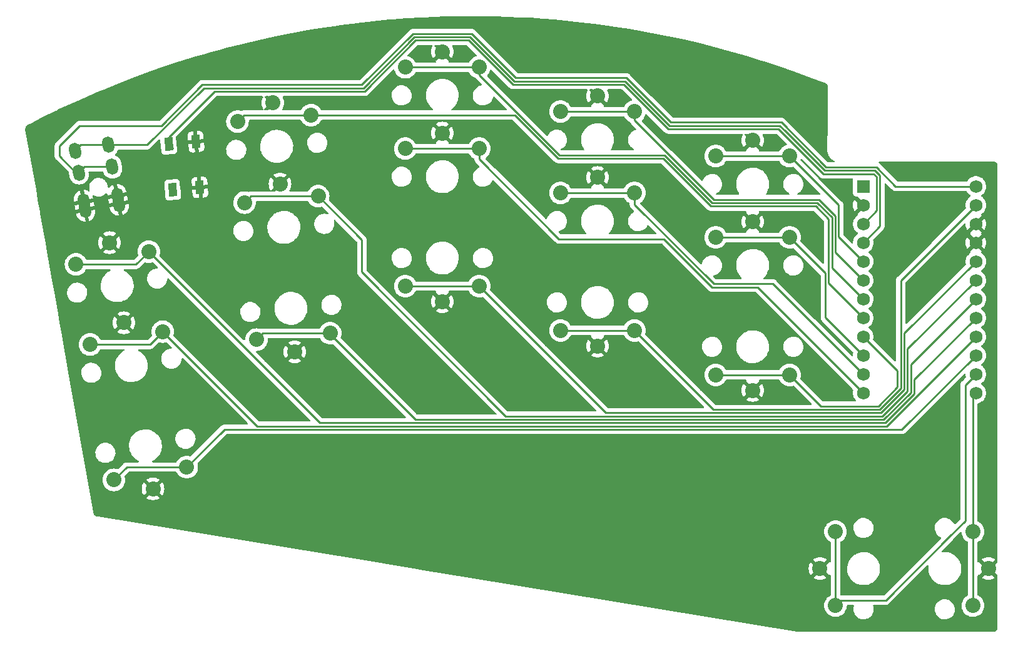
<source format=gbr>
%TF.GenerationSoftware,KiCad,Pcbnew,6.99.0-1.20220203gita970acd.fc35*%
%TF.CreationDate,2022-02-04T17:37:58+01:00*%
%TF.ProjectId,b34rclaw,62333472-636c-4617-972e-6b696361645f,v1.0.0*%
%TF.SameCoordinates,Original*%
%TF.FileFunction,Copper,L1,Top*%
%TF.FilePolarity,Positive*%
%FSLAX46Y46*%
G04 Gerber Fmt 4.6, Leading zero omitted, Abs format (unit mm)*
G04 Created by KiCad (PCBNEW 6.99.0-1.20220203gita970acd.fc35) date 2022-02-04 17:37:58*
%MOMM*%
%LPD*%
G01*
G04 APERTURE LIST*
G04 Aperture macros list*
%AMHorizOval*
0 Thick line with rounded ends*
0 $1 width*
0 $2 $3 position (X,Y) of the first rounded end (center of the circle)*
0 $4 $5 position (X,Y) of the second rounded end (center of the circle)*
0 Add line between two ends*
20,1,$1,$2,$3,$4,$5,0*
0 Add two circle primitives to create the rounded ends*
1,1,$1,$2,$3*
1,1,$1,$4,$5*%
%AMRotRect*
0 Rectangle, with rotation*
0 The origin of the aperture is its center*
0 $1 length*
0 $2 width*
0 $3 Rotation angle, in degrees counterclockwise*
0 Add horizontal line*
21,1,$1,$2,0,0,$3*%
G04 Aperture macros list end*
%TA.AperFunction,ComponentPad*%
%ADD10R,1.752600X1.752600*%
%TD*%
%TA.AperFunction,ComponentPad*%
%ADD11C,1.752600*%
%TD*%
%TA.AperFunction,SMDPad,CuDef*%
%ADD12RotRect,1.800000X1.100000X95.000000*%
%TD*%
%TA.AperFunction,ComponentPad*%
%ADD13C,2.032000*%
%TD*%
%TA.AperFunction,ComponentPad*%
%ADD14HorizOval,1.600000X-0.052094X0.295442X0.052094X-0.295442X0*%
%TD*%
%TA.AperFunction,ViaPad*%
%ADD15C,0.800000*%
%TD*%
%TA.AperFunction,Conductor*%
%ADD16C,0.250000*%
%TD*%
G04 APERTURE END LIST*
D10*
%TO.P,MCU1,1*%
%TO.N,RAW*%
X255449999Y-105659999D03*
D11*
%TO.P,MCU1,2*%
%TO.N,GND*%
X255450000Y-108200000D03*
%TO.P,MCU1,3*%
%TO.N,RST*%
X255450000Y-110740000D03*
%TO.P,MCU1,4*%
%TO.N,VCC*%
X255450000Y-113280000D03*
%TO.P,MCU1,5*%
%TO.N,P21*%
X255450000Y-115820000D03*
%TO.P,MCU1,6*%
%TO.N,P20*%
X255450000Y-118360000D03*
%TO.P,MCU1,7*%
%TO.N,P19*%
X255450000Y-120900000D03*
%TO.P,MCU1,8*%
%TO.N,P18*%
X255450000Y-123440000D03*
%TO.P,MCU1,9*%
%TO.N,P15*%
X255450000Y-125980000D03*
%TO.P,MCU1,10*%
%TO.N,P14*%
X255450000Y-128520000D03*
%TO.P,MCU1,11*%
%TO.N,P16*%
X255450000Y-131060000D03*
%TO.P,MCU1,12*%
%TO.N,P10*%
X255450000Y-133600000D03*
%TO.P,MCU1,13*%
%TO.N,P1*%
X270690000Y-105660000D03*
%TO.P,MCU1,14*%
%TO.N,P0*%
X270690000Y-108200000D03*
%TO.P,MCU1,15*%
%TO.N,GND*%
X270690000Y-110740000D03*
%TO.P,MCU1,16*%
X270690000Y-113280000D03*
%TO.P,MCU1,17*%
%TO.N,P2*%
X270690000Y-115820000D03*
%TO.P,MCU1,18*%
%TO.N,P3*%
X270690000Y-118360000D03*
%TO.P,MCU1,19*%
%TO.N,P4*%
X270690000Y-120900000D03*
%TO.P,MCU1,20*%
%TO.N,P5*%
X270690000Y-123440000D03*
%TO.P,MCU1,21*%
%TO.N,P6*%
X270690000Y-125980000D03*
%TO.P,MCU1,22*%
%TO.N,P7*%
X270690000Y-128520000D03*
%TO.P,MCU1,23*%
%TO.N,P8*%
X270690000Y-131060000D03*
%TO.P,MCU1,24*%
%TO.N,P9*%
X270690000Y-133600000D03*
%TD*%
D12*
%TO.P,B1,1*%
%TO.N,RST*%
X162003222Y-106119441D03*
X161462856Y-99943034D03*
%TO.P,B1,2*%
%TO.N,GND*%
X165689142Y-105796964D03*
X165148776Y-99620557D03*
%TD*%
D13*
%TO.P,S12,1*%
%TO.N,P20*%
X214490000Y-95550000D03*
X224490000Y-95550000D03*
%TO.P,S12,2*%
%TO.N,GND*%
X219490000Y-93450000D03*
X219490000Y-93450000D03*
%TD*%
%TO.P,S13,1*%
%TO.N,P15*%
X245490000Y-131150000D03*
X235490000Y-131150000D03*
%TO.P,S13,2*%
%TO.N,GND*%
X240490000Y-133250000D03*
X240490000Y-133250000D03*
%TD*%
%TO.P,S7,1*%
%TO.N,P2*%
X203490000Y-119150000D03*
X193490000Y-119150000D03*
%TO.P,S7,2*%
%TO.N,GND*%
X198490000Y-121250000D03*
X198490000Y-121250000D03*
%TD*%
%TO.P,S2,1*%
%TO.N,P6*%
X150829067Y-127036308D03*
X160677145Y-125299827D03*
%TO.P,S2,2*%
%TO.N,GND*%
X155388445Y-124099971D03*
X155388445Y-124099971D03*
%TD*%
%TO.P,S3,1*%
%TO.N,P5*%
X148918937Y-116203423D03*
X158767015Y-114466942D03*
%TO.P,S3,2*%
%TO.N,GND*%
X153478315Y-113267086D03*
X153478315Y-113267086D03*
%TD*%
%TO.P,S11,1*%
%TO.N,P16*%
X214490000Y-106550000D03*
X224490000Y-106550000D03*
%TO.P,S11,2*%
%TO.N,GND*%
X219490000Y-104450000D03*
X219490000Y-104450000D03*
%TD*%
%TO.P,S1,1*%
%TO.N,P7*%
X163907001Y-143617251D03*
X154058923Y-145353732D03*
%TO.P,S1,2*%
%TO.N,GND*%
X159347623Y-146553588D03*
X159347623Y-146553588D03*
%TD*%
%TO.P,S6,1*%
%TO.N,P18*%
X170776099Y-96895199D03*
X180738046Y-96023641D03*
%TO.P,S6,2*%
%TO.N,GND*%
X175574045Y-94367411D03*
X175574045Y-94367411D03*
%TD*%
%TO.P,S4,1*%
%TO.N,P4*%
X183317855Y-125511005D03*
X173355908Y-126382563D03*
%TO.P,S4,2*%
%TO.N,GND*%
X178519909Y-128038793D03*
X178519909Y-128038793D03*
%TD*%
%TO.P,S9,1*%
%TO.N,P19*%
X193490000Y-89550000D03*
X203490000Y-89550000D03*
%TO.P,S9,2*%
%TO.N,GND*%
X198490000Y-87450000D03*
X198490000Y-87450000D03*
%TD*%
%TO.P,S10,1*%
%TO.N,P0*%
X224490000Y-125150000D03*
X214490000Y-125150000D03*
%TO.P,S10,2*%
%TO.N,GND*%
X219490000Y-127250000D03*
X219490000Y-127250000D03*
%TD*%
%TO.P,S15,1*%
%TO.N,P21*%
X235490000Y-101550000D03*
X245490000Y-101550000D03*
%TO.P,S15,2*%
%TO.N,GND*%
X240490000Y-99450000D03*
X240490000Y-99450000D03*
%TD*%
%TO.P,S17,1*%
%TO.N,P9*%
X270290000Y-152350000D03*
X270290000Y-162350000D03*
%TO.P,S17,2*%
%TO.N,GND*%
X272390000Y-157350000D03*
X272390000Y-157350000D03*
%TD*%
%TO.P,S16,1*%
%TO.N,P8*%
X251690000Y-162350000D03*
X251690000Y-152350000D03*
%TO.P,S16,2*%
%TO.N,GND*%
X249590000Y-157350000D03*
X249590000Y-157350000D03*
%TD*%
%TO.P,S5,1*%
%TO.N,P3*%
X171734812Y-107853341D03*
X181696759Y-106981783D03*
%TO.P,S5,2*%
%TO.N,GND*%
X176532758Y-105325553D03*
X176532758Y-105325553D03*
%TD*%
%TO.P,S8,1*%
%TO.N,P10*%
X193490000Y-100550000D03*
X203490000Y-100550000D03*
%TO.P,S8,2*%
%TO.N,GND*%
X198490000Y-98450000D03*
X198490000Y-98450000D03*
%TD*%
%TO.P,S14,1*%
%TO.N,P14*%
X235490000Y-112550000D03*
X245490000Y-112550000D03*
%TO.P,S14,2*%
%TO.N,GND*%
X240490000Y-110450000D03*
X240490000Y-110450000D03*
%TD*%
D14*
%TO.P,REF\u002A\u002A,1*%
%TO.N,GND*%
X150177142Y-108821553D03*
X154707257Y-108022772D03*
%TO.P,REF\u002A\u002A,2*%
X149986129Y-107738265D03*
X154516244Y-106939483D03*
%TO.P,REF\u002A\u002A,3*%
%TO.N,P1*%
X149291536Y-103799034D03*
X153821652Y-103000252D03*
%TO.P,REF\u002A\u002A,4*%
%TO.N,VCC*%
X148770592Y-100844610D03*
X153300707Y-100045829D03*
%TD*%
D15*
%TO.N,GND*%
X178450000Y-94460000D03*
X262910000Y-109860000D03*
%TO.N,RST*%
X162003223Y-106119442D03*
X161462857Y-99943035D03*
%TD*%
D16*
%TO.N,P1*%
X187607604Y-91910960D02*
X166020505Y-91910960D01*
X194517606Y-85000960D02*
X187607604Y-91910960D01*
X202442394Y-85000960D02*
X194517606Y-85000960D01*
X259831435Y-105660000D02*
X257232396Y-103060961D01*
X208422395Y-90980960D02*
X202442394Y-85000960D01*
X223402394Y-90980960D02*
X208422395Y-90980960D01*
X229422394Y-97000960D02*
X223402394Y-90980960D01*
X160471464Y-97460000D02*
X149380000Y-97460000D01*
X146680000Y-100160000D02*
X146680000Y-101560000D01*
X257232396Y-103060961D02*
X250422395Y-103060960D01*
X166020505Y-91910960D02*
X160471464Y-97460000D01*
X149380000Y-97460000D02*
X146680000Y-100160000D01*
X244362394Y-97000960D02*
X229422394Y-97000960D01*
X250422395Y-103060960D02*
X244362394Y-97000960D01*
X270690000Y-105660000D02*
X259831435Y-105660000D01*
X146680000Y-101560000D02*
X148919035Y-103799035D01*
X148919035Y-103799035D02*
X149291537Y-103799035D01*
%TO.N,P15*%
X256858000Y-135382000D02*
X257301999Y-135382000D01*
X256340000Y-135382000D02*
X256858000Y-135382000D01*
X259842000Y-130372000D02*
X259135000Y-129665000D01*
X260079541Y-130609541D02*
X259135000Y-129665000D01*
X259135000Y-129665000D02*
X255450000Y-125980000D01*
X257473692Y-135382000D02*
X260079541Y-132776151D01*
X256858000Y-135382000D02*
X257473692Y-135382000D01*
X260079541Y-132776151D02*
X260079541Y-130609541D01*
%TO.N,P0*%
X224490000Y-125150000D02*
X235171520Y-135831520D01*
X235171520Y-135831520D02*
X257659890Y-135831520D01*
X257659890Y-135831520D02*
X260529061Y-132962349D01*
X260529061Y-132962349D02*
X260529061Y-118360939D01*
X260529061Y-118360939D02*
X270690000Y-108200000D01*
%TO.N,P2*%
X203490000Y-119150000D02*
X220621040Y-136281040D01*
X220621040Y-136281040D02*
X257846088Y-136281040D01*
X257846088Y-136281040D02*
X260978581Y-133148547D01*
X260978581Y-125531419D02*
X270690000Y-115820000D01*
X260978581Y-133148547D02*
X260978581Y-125531419D01*
%TO.N,P3*%
X181696759Y-106981783D02*
X187598488Y-112883512D01*
X187598488Y-112883512D02*
X187598488Y-117240488D01*
X261428101Y-133334745D02*
X261428101Y-127621899D01*
X187598488Y-117240488D02*
X207088560Y-136730560D01*
X207088560Y-136730560D02*
X258032286Y-136730560D01*
X258032286Y-136730560D02*
X261428101Y-133334745D01*
X261428101Y-127621899D02*
X270690000Y-118360000D01*
%TO.N,P4*%
X257819920Y-137180080D02*
X258218484Y-137180080D01*
X258218484Y-137180080D02*
X261877621Y-133520943D01*
X261877621Y-133520943D02*
X261877621Y-129712379D01*
X261877621Y-129712379D02*
X270690000Y-120900000D01*
X257819920Y-137180080D02*
X194838080Y-137180080D01*
X258046789Y-137180080D02*
X257819920Y-137180080D01*
%TO.N,P5*%
X158767015Y-114466942D02*
X181929673Y-137629600D01*
X181929673Y-137629600D02*
X258404682Y-137629600D01*
X258404682Y-137629600D02*
X262327141Y-133707141D01*
X262327141Y-133707141D02*
X262327141Y-131802859D01*
X262327141Y-131802859D02*
X270690000Y-123440000D01*
%TO.N,P6*%
X258010880Y-138079120D02*
X258419183Y-138079120D01*
X173456438Y-138079120D02*
X258010880Y-138079120D01*
X258010880Y-138079120D02*
X258590880Y-138079120D01*
X258590880Y-138079120D02*
X270690000Y-125980000D01*
%TO.N,P7*%
X258038640Y-138528640D02*
X258605380Y-138528640D01*
X168995612Y-138528640D02*
X258038640Y-138528640D01*
X260681360Y-138528640D02*
X270690000Y-128520000D01*
X258038640Y-138528640D02*
X260681360Y-138528640D01*
%TO.N,P15*%
X245490000Y-131150000D02*
X249722000Y-135382000D01*
X249722000Y-135382000D02*
X256340000Y-135382000D01*
%TO.N,P14*%
X245490000Y-112550000D02*
X250321920Y-117381920D01*
X250321920Y-117381920D02*
X250321920Y-123391920D01*
X250321920Y-123391920D02*
X255450000Y-128520000D01*
%TO.N,P15*%
X235490000Y-131150000D02*
X245490000Y-131150000D01*
%TO.N,P8*%
X251690000Y-162350000D02*
X251690000Y-152350000D01*
X270690000Y-131060000D02*
X269240000Y-132510000D01*
X258491421Y-161624579D02*
X252415421Y-161624579D01*
X252415421Y-161624579D02*
X251690000Y-162350000D01*
X267081000Y-153035000D02*
X266954000Y-153162000D01*
X269240000Y-132510000D02*
X269240000Y-150876000D01*
X269240000Y-150876000D02*
X267081000Y-153035000D01*
X267081000Y-153035000D02*
X258491421Y-161624579D01*
%TO.N,P2*%
X203490000Y-119150000D02*
X193490000Y-119150000D01*
%TO.N,P3*%
X172606370Y-106981783D02*
X171734812Y-107853341D01*
X181696759Y-106981783D02*
X172606370Y-106981783D01*
%TO.N,P4*%
X194838080Y-137180080D02*
X183317855Y-125659855D01*
X183677005Y-125511005D02*
X183317855Y-125511005D01*
X183317855Y-125511005D02*
X174227466Y-125511005D01*
X183317855Y-125659855D02*
X183317855Y-125511005D01*
X174227466Y-125511005D02*
X173355908Y-126382563D01*
%TO.N,P5*%
X157030534Y-116203423D02*
X158767015Y-114466942D01*
X148918937Y-116203423D02*
X157030534Y-116203423D01*
%TO.N,P6*%
X160677145Y-125299827D02*
X173456438Y-138079120D01*
X150829067Y-127036308D02*
X158940664Y-127036308D01*
X158940664Y-127036308D02*
X160677145Y-125299827D01*
%TO.N,P7*%
X155795404Y-143617251D02*
X163907001Y-143617251D01*
X163907001Y-143617251D02*
X168995612Y-138528640D01*
X154058923Y-145353732D02*
X155795404Y-143617251D01*
%TO.N,P10*%
X203490000Y-100550000D02*
X193490000Y-100550000D01*
X203490000Y-100550000D02*
X203490000Y-101986840D01*
X235017803Y-119280512D02*
X241130512Y-119280512D01*
X241130512Y-119280512D02*
X255450000Y-133600000D01*
X214279160Y-112776000D02*
X228513290Y-112776000D01*
X203490000Y-101986840D02*
X214279160Y-112776000D01*
X228513290Y-112776000D02*
X235017803Y-119280512D01*
%TO.N,P9*%
X270290000Y-134000000D02*
X270690000Y-133600000D01*
X270290000Y-152350000D02*
X270290000Y-134000000D01*
X270290000Y-162350000D02*
X270290000Y-152350000D01*
%TO.N,RST*%
X162003223Y-100483401D02*
X161462857Y-99943035D01*
X257250000Y-104350000D02*
X257250000Y-108940000D01*
X243990000Y-97900000D02*
X250050000Y-103960000D01*
X223030000Y-91880000D02*
X229050000Y-97900000D01*
X256860000Y-103960000D02*
X257250000Y-104350000D01*
X167640000Y-92810000D02*
X187979999Y-92810000D01*
X250050000Y-103960000D02*
X256860000Y-103960000D01*
X208050000Y-91880000D02*
X223030000Y-91880000D01*
X257250000Y-108940000D02*
X255450000Y-110740000D01*
X161462857Y-98987143D02*
X167640000Y-92810000D01*
X229050000Y-97900000D02*
X243990000Y-97900000D01*
X187979999Y-92810000D02*
X194890000Y-85900000D01*
X202070000Y-85900000D02*
X208050000Y-91880000D01*
X194890000Y-85900000D02*
X202070000Y-85900000D01*
X161462857Y-99943035D02*
X161462857Y-98987143D01*
%TO.N,VCC*%
X208236198Y-91430480D02*
X223216197Y-91430480D01*
X158521352Y-100045830D02*
X166206702Y-92360480D01*
X194703803Y-85450480D02*
X202256197Y-85450480D01*
X257699520Y-104163803D02*
X257699520Y-111030480D01*
X223216197Y-91430480D02*
X229236198Y-97450480D01*
X153300708Y-100045830D02*
X158521352Y-100045830D01*
X153300708Y-100045830D02*
X149569374Y-100045830D01*
X187793802Y-92360480D02*
X194703803Y-85450480D01*
X149569374Y-100045830D02*
X148770593Y-100844611D01*
X229236198Y-97450480D02*
X244176197Y-97450480D01*
X257699520Y-111030480D02*
X255450000Y-113280000D01*
X250236198Y-103510480D02*
X257046198Y-103510480D01*
X166206702Y-92360480D02*
X187793802Y-92360480D01*
X244787859Y-98062141D02*
X250236198Y-103510480D01*
X257046198Y-103510480D02*
X257699520Y-104163803D01*
X244176197Y-97450480D02*
X244787859Y-98062141D01*
X202256197Y-85450480D02*
X208236198Y-91430480D01*
%TO.N,P21*%
X245490000Y-101550000D02*
X252120000Y-108180000D01*
X252120000Y-108180000D02*
X252120000Y-112490000D01*
X252120000Y-112490000D02*
X255450000Y-115820000D01*
X235490000Y-101550000D02*
X245490000Y-101550000D01*
%TO.N,P20*%
X255450000Y-118360000D02*
X251670480Y-114580480D01*
X251670480Y-109684480D02*
X249428000Y-107442000D01*
X249428000Y-107442000D02*
X235204000Y-107442000D01*
X251670480Y-114580480D02*
X251670480Y-109684480D01*
X224490000Y-95550000D02*
X214490000Y-95550000D01*
X235204000Y-107442000D02*
X224490000Y-96728000D01*
X224490000Y-96728000D02*
X224490000Y-95550000D01*
%TO.N,P19*%
X249241802Y-107891520D02*
X235017803Y-107891520D01*
X214346013Y-101439021D02*
X203490000Y-90583008D01*
X255450000Y-120900000D02*
X251220960Y-116670960D01*
X203490000Y-89550000D02*
X193490000Y-89550000D01*
X228565305Y-101439021D02*
X214346013Y-101439021D01*
X235017803Y-107891520D02*
X228565305Y-101439021D01*
X203490000Y-90583008D02*
X203490000Y-89550000D01*
X251220960Y-116670960D02*
X251220960Y-109870678D01*
X251220960Y-109870678D02*
X249241802Y-107891520D01*
%TO.N,P18*%
X234831606Y-108341040D02*
X228379107Y-101888541D01*
X180738046Y-96023641D02*
X171647657Y-96023641D01*
X214159816Y-101888541D02*
X208294916Y-96023641D01*
X255450000Y-123440000D02*
X250771440Y-118761440D01*
X249055604Y-108341040D02*
X234831606Y-108341040D01*
X171647657Y-96023641D02*
X170776099Y-96895199D01*
X250771440Y-110056876D02*
X249055604Y-108341040D01*
X228379107Y-101888541D02*
X214159816Y-101888541D01*
X250771440Y-118761440D02*
X250771440Y-110056876D01*
X208294916Y-96023641D02*
X180738046Y-96023641D01*
%TO.N,P1*%
X153821653Y-103000253D02*
X150090319Y-103000253D01*
X150090319Y-103000253D02*
X149291537Y-103799035D01*
%TO.N,P14*%
X235490000Y-112550000D02*
X245490000Y-112550000D01*
%TO.N,P16*%
X235204000Y-118830992D02*
X243220992Y-118830992D01*
X224490000Y-106550000D02*
X214490000Y-106550000D01*
X224490000Y-106550000D02*
X224490000Y-108116992D01*
X224490000Y-108116992D02*
X235204000Y-118830992D01*
X243220992Y-118830992D02*
X255450000Y-131060000D01*
%TO.N,P0*%
X224490000Y-125150000D02*
X214490000Y-125150000D01*
%TD*%
%TA.AperFunction,Conductor*%
%TO.N,GND*%
G36*
X204367652Y-82642974D02*
G01*
X204713825Y-82645820D01*
X204715970Y-82645856D01*
X206044392Y-82679524D01*
X206943472Y-82702311D01*
X206945628Y-82702385D01*
X207227854Y-82714375D01*
X209171747Y-82796959D01*
X209173844Y-82797067D01*
X210328013Y-82865911D01*
X211398018Y-82929735D01*
X211400170Y-82929881D01*
X212138231Y-82986599D01*
X213621887Y-83100615D01*
X213623929Y-83100789D01*
X215842404Y-83309531D01*
X215844450Y-83309742D01*
X218058949Y-83556421D01*
X218061008Y-83556668D01*
X219052160Y-83684288D01*
X220270921Y-83841215D01*
X220273058Y-83841508D01*
X222477859Y-84163855D01*
X222479990Y-84164186D01*
X223813261Y-84382486D01*
X224678800Y-84524203D01*
X224680867Y-84524559D01*
X226873378Y-84922198D01*
X226875497Y-84922602D01*
X229060684Y-85357677D01*
X229062796Y-85358116D01*
X231240282Y-85830547D01*
X231242386Y-85831022D01*
X233411534Y-86340675D01*
X233413629Y-86341187D01*
X235573611Y-86887867D01*
X235575698Y-86888414D01*
X237726049Y-87472001D01*
X237728125Y-87472583D01*
X239868248Y-88092918D01*
X239870315Y-88093537D01*
X241075888Y-88465469D01*
X241999425Y-88750390D01*
X242001416Y-88751023D01*
X244119041Y-89444250D01*
X244121077Y-89444936D01*
X246226486Y-90174300D01*
X246228449Y-90174998D01*
X248250348Y-90914434D01*
X248321106Y-90940311D01*
X248323107Y-90941062D01*
X249225495Y-91288704D01*
X250369184Y-91729306D01*
X250383879Y-91736081D01*
X250399683Y-91744638D01*
X250399688Y-91744640D01*
X250406943Y-91748568D01*
X250414967Y-91750485D01*
X250414971Y-91750486D01*
X250418000Y-91751209D01*
X250438853Y-91758161D01*
X250441699Y-91759395D01*
X250441702Y-91759396D01*
X250449279Y-91762681D01*
X250455561Y-91763613D01*
X250472661Y-91770101D01*
X250497250Y-91781888D01*
X250529836Y-91804414D01*
X250557113Y-91830481D01*
X250581091Y-91862008D01*
X250598927Y-91895255D01*
X250611933Y-91932673D01*
X250619594Y-91975582D01*
X250621532Y-92000088D01*
X250620831Y-92037309D01*
X250621720Y-92040896D01*
X250621927Y-92044615D01*
X250616216Y-97081307D01*
X250612076Y-100732682D01*
X250612063Y-100732885D01*
X250611999Y-100733121D01*
X250612000Y-100799603D01*
X250611959Y-100835758D01*
X250611993Y-100835996D01*
X250612000Y-100836197D01*
X250612000Y-100907854D01*
X250612638Y-100912295D01*
X250612639Y-100912302D01*
X250642057Y-101116912D01*
X250642698Y-101121367D01*
X250643966Y-101125685D01*
X250643967Y-101125690D01*
X250648185Y-101140055D01*
X250703470Y-101328338D01*
X250741778Y-101412221D01*
X250782113Y-101500541D01*
X250793079Y-101524554D01*
X250795511Y-101528339D01*
X250795512Y-101528340D01*
X250802750Y-101539602D01*
X250909700Y-101706019D01*
X250912642Y-101709414D01*
X250912644Y-101709417D01*
X250992272Y-101801312D01*
X251050959Y-101869041D01*
X251054352Y-101871981D01*
X251204585Y-102002158D01*
X251213981Y-102010300D01*
X251395446Y-102126921D01*
X251399536Y-102128789D01*
X251399540Y-102128791D01*
X251526663Y-102186846D01*
X251580319Y-102233339D01*
X251600321Y-102301460D01*
X251580319Y-102369581D01*
X251526663Y-102416074D01*
X251474321Y-102427460D01*
X250736989Y-102427460D01*
X250668868Y-102407458D01*
X250647894Y-102390555D01*
X244866046Y-96608707D01*
X244858506Y-96600421D01*
X244854394Y-96593942D01*
X244804742Y-96547316D01*
X244801901Y-96544562D01*
X244782164Y-96524825D01*
X244778967Y-96522345D01*
X244769945Y-96514640D01*
X244743494Y-96489801D01*
X244737715Y-96484374D01*
X244730769Y-96480555D01*
X244730766Y-96480553D01*
X244719960Y-96474612D01*
X244703441Y-96463761D01*
X244702977Y-96463401D01*
X244687435Y-96451346D01*
X244680166Y-96448201D01*
X244680162Y-96448198D01*
X244646857Y-96433786D01*
X244636207Y-96428569D01*
X244597454Y-96407265D01*
X244577831Y-96402227D01*
X244559128Y-96395823D01*
X244547814Y-96390927D01*
X244547813Y-96390927D01*
X244540539Y-96387779D01*
X244532716Y-96386540D01*
X244532706Y-96386537D01*
X244496870Y-96380861D01*
X244485250Y-96378455D01*
X244450105Y-96369432D01*
X244450104Y-96369432D01*
X244442424Y-96367460D01*
X244422170Y-96367460D01*
X244402459Y-96365909D01*
X244390280Y-96363980D01*
X244382451Y-96362740D01*
X244374559Y-96363486D01*
X244338433Y-96366901D01*
X244326575Y-96367460D01*
X229736988Y-96367460D01*
X229668867Y-96347458D01*
X229647893Y-96330555D01*
X226785971Y-93468632D01*
X223906046Y-90588707D01*
X223898506Y-90580421D01*
X223894394Y-90573942D01*
X223844742Y-90527316D01*
X223841901Y-90524562D01*
X223822164Y-90504825D01*
X223818967Y-90502345D01*
X223809945Y-90494640D01*
X223783494Y-90469801D01*
X223777715Y-90464374D01*
X223770769Y-90460555D01*
X223770766Y-90460553D01*
X223759960Y-90454612D01*
X223743441Y-90443761D01*
X223742977Y-90443401D01*
X223727435Y-90431346D01*
X223720166Y-90428201D01*
X223720162Y-90428198D01*
X223686857Y-90413786D01*
X223676207Y-90408569D01*
X223637454Y-90387265D01*
X223617831Y-90382227D01*
X223599128Y-90375823D01*
X223587814Y-90370927D01*
X223587813Y-90370927D01*
X223580539Y-90367779D01*
X223572716Y-90366540D01*
X223572706Y-90366537D01*
X223536870Y-90360861D01*
X223525250Y-90358455D01*
X223490105Y-90349432D01*
X223490104Y-90349432D01*
X223482424Y-90347460D01*
X223462170Y-90347460D01*
X223442459Y-90345909D01*
X223430280Y-90343980D01*
X223422451Y-90342740D01*
X223414559Y-90343486D01*
X223378433Y-90346901D01*
X223366575Y-90347460D01*
X208736989Y-90347460D01*
X208668868Y-90327458D01*
X208647894Y-90310555D01*
X202946046Y-84608707D01*
X202938506Y-84600421D01*
X202934394Y-84593942D01*
X202884742Y-84547316D01*
X202881901Y-84544562D01*
X202862164Y-84524825D01*
X202858967Y-84522345D01*
X202849945Y-84514640D01*
X202836516Y-84502029D01*
X202817715Y-84484374D01*
X202810769Y-84480555D01*
X202810766Y-84480553D01*
X202799960Y-84474612D01*
X202783441Y-84463761D01*
X202782977Y-84463401D01*
X202767435Y-84451346D01*
X202760166Y-84448201D01*
X202760162Y-84448198D01*
X202726857Y-84433786D01*
X202716207Y-84428569D01*
X202677454Y-84407265D01*
X202657831Y-84402227D01*
X202639128Y-84395823D01*
X202627814Y-84390927D01*
X202627813Y-84390927D01*
X202620539Y-84387779D01*
X202612716Y-84386540D01*
X202612706Y-84386537D01*
X202576870Y-84380861D01*
X202565250Y-84378455D01*
X202530105Y-84369432D01*
X202530104Y-84369432D01*
X202522424Y-84367460D01*
X202502170Y-84367460D01*
X202482459Y-84365909D01*
X202470280Y-84363980D01*
X202462451Y-84362740D01*
X202433180Y-84365507D01*
X202418433Y-84366901D01*
X202406575Y-84367460D01*
X194596373Y-84367460D01*
X194585190Y-84366933D01*
X194577697Y-84365258D01*
X194569771Y-84365507D01*
X194569770Y-84365507D01*
X194509620Y-84367398D01*
X194505661Y-84367460D01*
X194477750Y-84367460D01*
X194473816Y-84367957D01*
X194473815Y-84367957D01*
X194473750Y-84367965D01*
X194461913Y-84368898D01*
X194429655Y-84369912D01*
X194425636Y-84370038D01*
X194417717Y-84370287D01*
X194398263Y-84375939D01*
X194378906Y-84379947D01*
X194366676Y-84381492D01*
X194366675Y-84381492D01*
X194358809Y-84382486D01*
X194351438Y-84385405D01*
X194351436Y-84385405D01*
X194317694Y-84398764D01*
X194306464Y-84402609D01*
X194271623Y-84412731D01*
X194271622Y-84412731D01*
X194264013Y-84414942D01*
X194257194Y-84418975D01*
X194257189Y-84418977D01*
X194246578Y-84425253D01*
X194228830Y-84433948D01*
X194209989Y-84441408D01*
X194203573Y-84446070D01*
X194203572Y-84446070D01*
X194174219Y-84467396D01*
X194164299Y-84473912D01*
X194133071Y-84492380D01*
X194133068Y-84492382D01*
X194126244Y-84496418D01*
X194111923Y-84510739D01*
X194096890Y-84523579D01*
X194080499Y-84535488D01*
X194071823Y-84545976D01*
X194052308Y-84569565D01*
X194044318Y-84578344D01*
X187382104Y-91240555D01*
X187319792Y-91274581D01*
X187293009Y-91277460D01*
X166099268Y-91277460D01*
X166088084Y-91276933D01*
X166080596Y-91275259D01*
X166072673Y-91275508D01*
X166012538Y-91277398D01*
X166008580Y-91277460D01*
X165980649Y-91277460D01*
X165976734Y-91277955D01*
X165976730Y-91277955D01*
X165976672Y-91277963D01*
X165976643Y-91277966D01*
X165964801Y-91278899D01*
X165920615Y-91280287D01*
X165903249Y-91285332D01*
X165901163Y-91285938D01*
X165881811Y-91289946D01*
X165874740Y-91290840D01*
X165861708Y-91292486D01*
X165854339Y-91295403D01*
X165854337Y-91295404D01*
X165820602Y-91308760D01*
X165809374Y-91312605D01*
X165766912Y-91324942D01*
X165760090Y-91328976D01*
X165760084Y-91328979D01*
X165749473Y-91335254D01*
X165731723Y-91343950D01*
X165720261Y-91348488D01*
X165720256Y-91348491D01*
X165712888Y-91351408D01*
X165706473Y-91356069D01*
X165677130Y-91377387D01*
X165667212Y-91383903D01*
X165648524Y-91394955D01*
X165629142Y-91406418D01*
X165614818Y-91420742D01*
X165599786Y-91433581D01*
X165583398Y-91445488D01*
X165555217Y-91479553D01*
X165547227Y-91488333D01*
X160245964Y-96789595D01*
X160183652Y-96823621D01*
X160156869Y-96826500D01*
X149458768Y-96826500D01*
X149447585Y-96825973D01*
X149440092Y-96824298D01*
X149432166Y-96824547D01*
X149432165Y-96824547D01*
X149372002Y-96826438D01*
X149368044Y-96826500D01*
X149340144Y-96826500D01*
X149336154Y-96827004D01*
X149324320Y-96827936D01*
X149280111Y-96829326D01*
X149272495Y-96831539D01*
X149272493Y-96831539D01*
X149260652Y-96834979D01*
X149241293Y-96838988D01*
X149239983Y-96839154D01*
X149221203Y-96841526D01*
X149213837Y-96844442D01*
X149213831Y-96844444D01*
X149180098Y-96857800D01*
X149168868Y-96861645D01*
X149134017Y-96871770D01*
X149126407Y-96873981D01*
X149119584Y-96878016D01*
X149108966Y-96884295D01*
X149091213Y-96892992D01*
X149085640Y-96895199D01*
X149072383Y-96900448D01*
X149053133Y-96914434D01*
X149036612Y-96926437D01*
X149026695Y-96932951D01*
X148988638Y-96955458D01*
X148974317Y-96969779D01*
X148959284Y-96982619D01*
X148942893Y-96994528D01*
X148924479Y-97016787D01*
X148914702Y-97028605D01*
X148906712Y-97037384D01*
X146287747Y-99656348D01*
X146279461Y-99663888D01*
X146272982Y-99668000D01*
X146267557Y-99673777D01*
X146226357Y-99717651D01*
X146223602Y-99720493D01*
X146203865Y-99740230D01*
X146201385Y-99743427D01*
X146193682Y-99752447D01*
X146163414Y-99784679D01*
X146159595Y-99791625D01*
X146159593Y-99791628D01*
X146153652Y-99802434D01*
X146142801Y-99818953D01*
X146130386Y-99834959D01*
X146127241Y-99842228D01*
X146127238Y-99842232D01*
X146112826Y-99875537D01*
X146107609Y-99886187D01*
X146086305Y-99924940D01*
X146084334Y-99932615D01*
X146084334Y-99932616D01*
X146081267Y-99944562D01*
X146074863Y-99963266D01*
X146071300Y-99971501D01*
X146066819Y-99981855D01*
X146065580Y-99989678D01*
X146065577Y-99989688D01*
X146059901Y-100025524D01*
X146057495Y-100037144D01*
X146053415Y-100053036D01*
X146046500Y-100079970D01*
X146046500Y-100100224D01*
X146044949Y-100119934D01*
X146041780Y-100139943D01*
X146042526Y-100147835D01*
X146045941Y-100183961D01*
X146046500Y-100195819D01*
X146046500Y-101481233D01*
X146045973Y-101492416D01*
X146044298Y-101499909D01*
X146044547Y-101507835D01*
X146044547Y-101507836D01*
X146046438Y-101567986D01*
X146046500Y-101571945D01*
X146046500Y-101599856D01*
X146046997Y-101603790D01*
X146046997Y-101603791D01*
X146047005Y-101603856D01*
X146047938Y-101615693D01*
X146049327Y-101659889D01*
X146054978Y-101679339D01*
X146058987Y-101698700D01*
X146059818Y-101705274D01*
X146061526Y-101718797D01*
X146064445Y-101726168D01*
X146064445Y-101726170D01*
X146077804Y-101759912D01*
X146081649Y-101771142D01*
X146087655Y-101791816D01*
X146093982Y-101813593D01*
X146098015Y-101820412D01*
X146098017Y-101820417D01*
X146104293Y-101831028D01*
X146112988Y-101848776D01*
X146120448Y-101867617D01*
X146125110Y-101874033D01*
X146125110Y-101874034D01*
X146146436Y-101903387D01*
X146152952Y-101913307D01*
X146166919Y-101936923D01*
X146175458Y-101951362D01*
X146189779Y-101965683D01*
X146202619Y-101980716D01*
X146214528Y-101997107D01*
X146226917Y-102007356D01*
X146248605Y-102025298D01*
X146257384Y-102033288D01*
X147921855Y-103697759D01*
X147956846Y-103764974D01*
X148063794Y-104371511D01*
X148064930Y-104377953D01*
X148065640Y-104380604D01*
X148065641Y-104380607D01*
X148106934Y-104534715D01*
X148109346Y-104543718D01*
X148111668Y-104548699D01*
X148111669Y-104548700D01*
X148201303Y-104740919D01*
X148206108Y-104751224D01*
X148337432Y-104938776D01*
X148499329Y-105100673D01*
X148503837Y-105103830D01*
X148503840Y-105103832D01*
X148567263Y-105148241D01*
X148686881Y-105231999D01*
X148691863Y-105234322D01*
X148691868Y-105234325D01*
X148885080Y-105324421D01*
X148894387Y-105328761D01*
X148899695Y-105330183D01*
X148899697Y-105330184D01*
X148959321Y-105346160D01*
X149115542Y-105388019D01*
X149343629Y-105407975D01*
X149349104Y-105407496D01*
X149349107Y-105407496D01*
X149430514Y-105400374D01*
X149571716Y-105388020D01*
X149577038Y-105386594D01*
X149787563Y-105330185D01*
X149787565Y-105330184D01*
X149792873Y-105328762D01*
X149799313Y-105325759D01*
X149995398Y-105234323D01*
X149995401Y-105234321D01*
X150000379Y-105232000D01*
X150187930Y-105100676D01*
X150349828Y-104938779D01*
X150412625Y-104849096D01*
X150477996Y-104755736D01*
X150477997Y-104755734D01*
X150481153Y-104751227D01*
X150483477Y-104746243D01*
X150483479Y-104746240D01*
X150575592Y-104548703D01*
X150575593Y-104548700D01*
X150577915Y-104543721D01*
X150581718Y-104529530D01*
X150615740Y-104402555D01*
X150637173Y-104322565D01*
X150657129Y-104094479D01*
X150656352Y-104085592D01*
X150642410Y-103926238D01*
X150642410Y-103926235D01*
X150642172Y-103923519D01*
X150617154Y-103781632D01*
X150625024Y-103711073D01*
X150669791Y-103655970D01*
X150741240Y-103633753D01*
X152512987Y-103633753D01*
X152581108Y-103653755D01*
X152627601Y-103707411D01*
X152634693Y-103727141D01*
X152638036Y-103739618D01*
X152638040Y-103739629D01*
X152639462Y-103744936D01*
X152641784Y-103749917D01*
X152641785Y-103749918D01*
X152715750Y-103908535D01*
X152736224Y-103952442D01*
X152867548Y-104139994D01*
X153029445Y-104301891D01*
X153033953Y-104305048D01*
X153033956Y-104305050D01*
X153058970Y-104322565D01*
X153216997Y-104433217D01*
X153221979Y-104435540D01*
X153221984Y-104435543D01*
X153419521Y-104527656D01*
X153424503Y-104529979D01*
X153429811Y-104531401D01*
X153429813Y-104531402D01*
X153488467Y-104547118D01*
X153645658Y-104589237D01*
X153873745Y-104609193D01*
X153879220Y-104608714D01*
X153879223Y-104608714D01*
X153960630Y-104601592D01*
X154101832Y-104589238D01*
X154126509Y-104582626D01*
X154317679Y-104531403D01*
X154317681Y-104531402D01*
X154322989Y-104529980D01*
X154327973Y-104527656D01*
X154525514Y-104435541D01*
X154525517Y-104435539D01*
X154530495Y-104433218D01*
X154598388Y-104385679D01*
X165820642Y-104385679D01*
X165918460Y-105503746D01*
X165924247Y-105518539D01*
X165925738Y-105519619D01*
X165933533Y-105520613D01*
X166702931Y-105453300D01*
X166717724Y-105447513D01*
X166718804Y-105446022D01*
X166719798Y-105438227D01*
X166660736Y-104763135D01*
X166659789Y-104756456D01*
X166650210Y-104707800D01*
X166645301Y-104692952D01*
X166589778Y-104576305D01*
X166579896Y-104561453D01*
X166494513Y-104466019D01*
X166480846Y-104454551D01*
X166372033Y-104387035D01*
X166355693Y-104379884D01*
X166231180Y-104345460D01*
X166215698Y-104343203D01*
X166166122Y-104342219D01*
X166159377Y-104342446D01*
X165837509Y-104370606D01*
X165822716Y-104376393D01*
X165821636Y-104377884D01*
X165820642Y-104385679D01*
X154598388Y-104385679D01*
X154702222Y-104312974D01*
X154713539Y-104305050D01*
X154713540Y-104305049D01*
X154718046Y-104301894D01*
X154879944Y-104139997D01*
X154920690Y-104081806D01*
X175653215Y-104081806D01*
X175656999Y-104090584D01*
X176519946Y-104953531D01*
X176533890Y-104961145D01*
X176535723Y-104961014D01*
X176542338Y-104956763D01*
X177207004Y-104292097D01*
X191626914Y-104292097D01*
X191627141Y-104297442D01*
X191627141Y-104297444D01*
X191627165Y-104298006D01*
X191636735Y-104523292D01*
X191685487Y-104749502D01*
X191687484Y-104754471D01*
X191687484Y-104754472D01*
X191711568Y-104814408D01*
X191771768Y-104964220D01*
X191893095Y-105161267D01*
X191896630Y-105165283D01*
X191896631Y-105165285D01*
X191955347Y-105232000D01*
X192045977Y-105334976D01*
X192226018Y-105480348D01*
X192230690Y-105482958D01*
X192382292Y-105567648D01*
X192428037Y-105593203D01*
X192433074Y-105594983D01*
X192433077Y-105594984D01*
X192641178Y-105668511D01*
X192641183Y-105668512D01*
X192646223Y-105670293D01*
X192714068Y-105681926D01*
X192869029Y-105708497D01*
X192869034Y-105708497D01*
X192874298Y-105709400D01*
X193047748Y-105709400D01*
X193050401Y-105709174D01*
X193050406Y-105709174D01*
X193215240Y-105695145D01*
X193215244Y-105695144D01*
X193220570Y-105694691D01*
X193225745Y-105693343D01*
X193225748Y-105693343D01*
X193439328Y-105637731D01*
X193439330Y-105637730D01*
X193444508Y-105636382D01*
X193449849Y-105633968D01*
X193650499Y-105543268D01*
X193650501Y-105543267D01*
X193655370Y-105541066D01*
X193762466Y-105468682D01*
X193842656Y-105414483D01*
X193842657Y-105414482D01*
X193847090Y-105411486D01*
X194014153Y-105251368D01*
X194026760Y-105234323D01*
X194141758Y-105078835D01*
X194151754Y-105065320D01*
X194255933Y-104858694D01*
X194323693Y-104637433D01*
X194350967Y-104424448D01*
X196263269Y-104424448D01*
X196293060Y-104720578D01*
X196294036Y-104724672D01*
X196294036Y-104724674D01*
X196298705Y-104744267D01*
X196362056Y-105010095D01*
X196363568Y-105014021D01*
X196363569Y-105014024D01*
X196386482Y-105073517D01*
X196469024Y-105287832D01*
X196471049Y-105291527D01*
X196609007Y-105543268D01*
X196612057Y-105548834D01*
X196614550Y-105552218D01*
X196614551Y-105552219D01*
X196754408Y-105742034D01*
X196788602Y-105788443D01*
X196813532Y-105814220D01*
X196992578Y-105999353D01*
X196992583Y-105999357D01*
X196995508Y-106002382D01*
X197102863Y-106087159D01*
X197216106Y-106176586D01*
X197229084Y-106186835D01*
X197485161Y-106338510D01*
X197508209Y-106348283D01*
X197755296Y-106453057D01*
X197755300Y-106453058D01*
X197759169Y-106454699D01*
X197763222Y-106455809D01*
X197763227Y-106455811D01*
X198042154Y-106532217D01*
X198042161Y-106532218D01*
X198046219Y-106533330D01*
X198050387Y-106533890D01*
X198050394Y-106533892D01*
X198206827Y-106554930D01*
X198341188Y-106573000D01*
X198564318Y-106573000D01*
X198566403Y-106572860D01*
X198566416Y-106572860D01*
X198782764Y-106558377D01*
X198782766Y-106558377D01*
X198786960Y-106558096D01*
X198791080Y-106557258D01*
X198791084Y-106557258D01*
X199074484Y-106499654D01*
X199074486Y-106499654D01*
X199078621Y-106498813D01*
X199314535Y-106416895D01*
X199355787Y-106402571D01*
X199355789Y-106402570D01*
X199359778Y-106401185D01*
X199364158Y-106398972D01*
X199442216Y-106359527D01*
X199625413Y-106266953D01*
X199764962Y-106171158D01*
X199867318Y-106100895D01*
X199867324Y-106100890D01*
X199870787Y-106098513D01*
X199873903Y-106095695D01*
X199873909Y-106095690D01*
X200088396Y-105901698D01*
X200088401Y-105901693D01*
X200091521Y-105898871D01*
X200095841Y-105893762D01*
X200242259Y-105720578D01*
X200283676Y-105671590D01*
X200285942Y-105668041D01*
X200441551Y-105424284D01*
X200441555Y-105424277D01*
X200443823Y-105420724D01*
X200446719Y-105414483D01*
X200567331Y-105154572D01*
X200567334Y-105154564D01*
X200569103Y-105150752D01*
X200625354Y-104969416D01*
X200656037Y-104870504D01*
X200656039Y-104870498D01*
X200657282Y-104866489D01*
X200706786Y-104573011D01*
X200706998Y-104566693D01*
X200716591Y-104279752D01*
X200716591Y-104279746D01*
X200716731Y-104275552D01*
X200686940Y-103979422D01*
X200685417Y-103973029D01*
X200652167Y-103833511D01*
X200617944Y-103689905D01*
X200598515Y-103639457D01*
X200556011Y-103529100D01*
X200510976Y-103412168D01*
X200420430Y-103246943D01*
X200369965Y-103154855D01*
X200369962Y-103154851D01*
X200367943Y-103151166D01*
X200360912Y-103141623D01*
X200193891Y-102914940D01*
X200193888Y-102914936D01*
X200191398Y-102911557D01*
X200081866Y-102798302D01*
X199987422Y-102700647D01*
X199987417Y-102700643D01*
X199984492Y-102697618D01*
X199750916Y-102513165D01*
X199512396Y-102371889D01*
X199498464Y-102363637D01*
X199498463Y-102363636D01*
X199494839Y-102361490D01*
X199390961Y-102317442D01*
X199224704Y-102246943D01*
X199224700Y-102246942D01*
X199220831Y-102245301D01*
X199216778Y-102244191D01*
X199216773Y-102244189D01*
X198937846Y-102167783D01*
X198937839Y-102167782D01*
X198933781Y-102166670D01*
X198929613Y-102166110D01*
X198929606Y-102166108D01*
X198755863Y-102142742D01*
X198638812Y-102127000D01*
X198415682Y-102127000D01*
X198413597Y-102127140D01*
X198413584Y-102127140D01*
X198197236Y-102141623D01*
X198197234Y-102141623D01*
X198193040Y-102141904D01*
X198188920Y-102142742D01*
X198188916Y-102142742D01*
X197905516Y-102200346D01*
X197905514Y-102200346D01*
X197901379Y-102201187D01*
X197729473Y-102260879D01*
X197624213Y-102297429D01*
X197624211Y-102297430D01*
X197620222Y-102298815D01*
X197616451Y-102300721D01*
X197616450Y-102300721D01*
X197602044Y-102308001D01*
X197354587Y-102433047D01*
X197288490Y-102478420D01*
X197112682Y-102599105D01*
X197112676Y-102599110D01*
X197109213Y-102601487D01*
X197106097Y-102604305D01*
X197106091Y-102604310D01*
X196891604Y-102798302D01*
X196891599Y-102798307D01*
X196888479Y-102801129D01*
X196885761Y-102804344D01*
X196885757Y-102804348D01*
X196835235Y-102864106D01*
X196696324Y-103028410D01*
X196694061Y-103031955D01*
X196694058Y-103031959D01*
X196538449Y-103275716D01*
X196538445Y-103275723D01*
X196536177Y-103279276D01*
X196534401Y-103283103D01*
X196534400Y-103283105D01*
X196412669Y-103545428D01*
X196412666Y-103545436D01*
X196410897Y-103549248D01*
X196384396Y-103634680D01*
X196327897Y-103816816D01*
X196322718Y-103833511D01*
X196273214Y-104126989D01*
X196273074Y-104131186D01*
X196273073Y-104131193D01*
X196263463Y-104418635D01*
X196263269Y-104424448D01*
X194350967Y-104424448D01*
X194353086Y-104407903D01*
X194351927Y-104380607D01*
X194343492Y-104182060D01*
X194343265Y-104176708D01*
X194294513Y-103950498D01*
X194262370Y-103870506D01*
X194210229Y-103740750D01*
X194208232Y-103735780D01*
X194190765Y-103707411D01*
X194125544Y-103601487D01*
X194086905Y-103538733D01*
X194073748Y-103523783D01*
X193937560Y-103369043D01*
X193934023Y-103365024D01*
X193753982Y-103219652D01*
X193658134Y-103166108D01*
X193556630Y-103109404D01*
X193556629Y-103109403D01*
X193551963Y-103106797D01*
X193546926Y-103105017D01*
X193546923Y-103105016D01*
X193338822Y-103031489D01*
X193338817Y-103031488D01*
X193333777Y-103029707D01*
X193198969Y-103006592D01*
X193110971Y-102991503D01*
X193110966Y-102991503D01*
X193105702Y-102990600D01*
X192932252Y-102990600D01*
X192929599Y-102990826D01*
X192929594Y-102990826D01*
X192764760Y-103004855D01*
X192764756Y-103004856D01*
X192759430Y-103005309D01*
X192754255Y-103006657D01*
X192754252Y-103006657D01*
X192540672Y-103062269D01*
X192540670Y-103062270D01*
X192535492Y-103063618D01*
X192530620Y-103065820D01*
X192530618Y-103065821D01*
X192329501Y-103156732D01*
X192324630Y-103158934D01*
X192132910Y-103288514D01*
X191965847Y-103448632D01*
X191828246Y-103634680D01*
X191724067Y-103841306D01*
X191656307Y-104062567D01*
X191626914Y-104292097D01*
X177207004Y-104292097D01*
X177405474Y-104093627D01*
X177412234Y-104081247D01*
X177406507Y-104073597D01*
X177230999Y-103966046D01*
X177222205Y-103961565D01*
X177009729Y-103873555D01*
X177000344Y-103870506D01*
X176776714Y-103816816D01*
X176766967Y-103815273D01*
X176537688Y-103797228D01*
X176527828Y-103797228D01*
X176298549Y-103815273D01*
X176288802Y-103816816D01*
X176065172Y-103870506D01*
X176055787Y-103873555D01*
X175843311Y-103961565D01*
X175834517Y-103966046D01*
X175662675Y-104071350D01*
X175653215Y-104081806D01*
X154920690Y-104081806D01*
X154960328Y-104025197D01*
X155008112Y-103956954D01*
X155008113Y-103956952D01*
X155011269Y-103952445D01*
X155013593Y-103947461D01*
X155013595Y-103947458D01*
X155105708Y-103749921D01*
X155105709Y-103749918D01*
X155108031Y-103744939D01*
X155121681Y-103693998D01*
X155132463Y-103653755D01*
X155167289Y-103523783D01*
X155187245Y-103295697D01*
X155186355Y-103285517D01*
X155178903Y-103200346D01*
X155172288Y-103124737D01*
X155171811Y-103122030D01*
X155048735Y-102424027D01*
X155048733Y-102424020D01*
X155048260Y-102421335D01*
X155021194Y-102320322D01*
X155005267Y-102260879D01*
X155005266Y-102260877D01*
X155003844Y-102255569D01*
X154999056Y-102245301D01*
X154909405Y-102053044D01*
X154909403Y-102053041D01*
X154907082Y-102048063D01*
X154799426Y-101894313D01*
X154778914Y-101865019D01*
X154778911Y-101865015D01*
X154775758Y-101860512D01*
X154613861Y-101698614D01*
X154515000Y-101629391D01*
X154430818Y-101570446D01*
X154430816Y-101570445D01*
X154426309Y-101567289D01*
X154421327Y-101564966D01*
X154421322Y-101564963D01*
X154283168Y-101500541D01*
X154229883Y-101453624D01*
X154210422Y-101385346D01*
X154230964Y-101317386D01*
X154247323Y-101297251D01*
X154355104Y-101189470D01*
X154355109Y-101189464D01*
X154358999Y-101185574D01*
X154411393Y-101110748D01*
X154487167Y-101002531D01*
X154487168Y-101002529D01*
X154490324Y-100998022D01*
X154492648Y-100993038D01*
X154492650Y-100993035D01*
X154584763Y-100795498D01*
X154584764Y-100795495D01*
X154587086Y-100790516D01*
X154588509Y-100785206D01*
X154588511Y-100785200D01*
X154591856Y-100772717D01*
X154628808Y-100712095D01*
X154692669Y-100681074D01*
X154713562Y-100679330D01*
X158442585Y-100679330D01*
X158453768Y-100679857D01*
X158461261Y-100681532D01*
X158469187Y-100681283D01*
X158469188Y-100681283D01*
X158529338Y-100679392D01*
X158533297Y-100679330D01*
X158561208Y-100679330D01*
X158565143Y-100678833D01*
X158565208Y-100678825D01*
X158577045Y-100677892D01*
X158609303Y-100676878D01*
X158613322Y-100676752D01*
X158621241Y-100676503D01*
X158640695Y-100670851D01*
X158660052Y-100666843D01*
X158672282Y-100665298D01*
X158672283Y-100665298D01*
X158680149Y-100664304D01*
X158687520Y-100661385D01*
X158687522Y-100661385D01*
X158721264Y-100648026D01*
X158732494Y-100644181D01*
X158767335Y-100634059D01*
X158767336Y-100634059D01*
X158774945Y-100631848D01*
X158781764Y-100627815D01*
X158781769Y-100627813D01*
X158792380Y-100621537D01*
X158810128Y-100612842D01*
X158828969Y-100605382D01*
X158849555Y-100590426D01*
X158864739Y-100579394D01*
X158874659Y-100572878D01*
X158905887Y-100554410D01*
X158905890Y-100554408D01*
X158912714Y-100550372D01*
X158927035Y-100536051D01*
X158942069Y-100523210D01*
X158952046Y-100515961D01*
X158958459Y-100511302D01*
X158986650Y-100477225D01*
X158994640Y-100468446D01*
X160138431Y-99324655D01*
X160200743Y-99290629D01*
X160271558Y-99295694D01*
X160328394Y-99338241D01*
X160353047Y-99402768D01*
X160489547Y-100962972D01*
X160491064Y-100980317D01*
X160502829Y-101040083D01*
X160522905Y-101082259D01*
X160545054Y-101128789D01*
X160565675Y-101172111D01*
X160663172Y-101281085D01*
X160787421Y-101358177D01*
X160928356Y-101397142D01*
X160976541Y-101398098D01*
X160985874Y-101398283D01*
X160985876Y-101398283D01*
X160989256Y-101398350D01*
X160992615Y-101398056D01*
X160992619Y-101398056D01*
X161977893Y-101311855D01*
X162181976Y-101294000D01*
X162241741Y-101282236D01*
X162248855Y-101278850D01*
X162248857Y-101278849D01*
X162365633Y-101223263D01*
X162365634Y-101223262D01*
X162373769Y-101219390D01*
X162482743Y-101121893D01*
X162544381Y-101022553D01*
X162555086Y-101005300D01*
X162555087Y-101005298D01*
X162559836Y-100997644D01*
X162564627Y-100980317D01*
X162584348Y-100908984D01*
X162598801Y-100856709D01*
X162600008Y-100795809D01*
X162599713Y-100792443D01*
X162599713Y-100792428D01*
X162596234Y-100752665D01*
X162602808Y-100702054D01*
X162604009Y-100699697D01*
X162607982Y-100681926D01*
X162626133Y-100600720D01*
X162638925Y-100543492D01*
X162633897Y-100383512D01*
X162589241Y-100229808D01*
X162558334Y-100177547D01*
X162541266Y-100124389D01*
X162540451Y-100115067D01*
X162528572Y-99979296D01*
X164118122Y-99979296D01*
X164177184Y-100654388D01*
X164178131Y-100661067D01*
X164187710Y-100709723D01*
X164192619Y-100724571D01*
X164248142Y-100841218D01*
X164258024Y-100856070D01*
X164343407Y-100951504D01*
X164357074Y-100962972D01*
X164465887Y-101030488D01*
X164482227Y-101037639D01*
X164606740Y-101072063D01*
X164622222Y-101074320D01*
X164671798Y-101075304D01*
X164678543Y-101075077D01*
X165000411Y-101046917D01*
X165015204Y-101041130D01*
X165016284Y-101039639D01*
X165017278Y-101031844D01*
X164919460Y-99913777D01*
X164913673Y-99898984D01*
X164912182Y-99897904D01*
X164904387Y-99896910D01*
X164134989Y-99964223D01*
X164120196Y-99970010D01*
X164119116Y-99971501D01*
X164118122Y-99979296D01*
X162528572Y-99979296D01*
X162518568Y-99864948D01*
X165425129Y-99864948D01*
X165522947Y-100983015D01*
X165528734Y-100997808D01*
X165530225Y-100998888D01*
X165538020Y-100999882D01*
X165864443Y-100971324D01*
X165871122Y-100970377D01*
X165919778Y-100960798D01*
X165934625Y-100955890D01*
X166051273Y-100900365D01*
X166066125Y-100890483D01*
X166161559Y-100805100D01*
X166173027Y-100791433D01*
X166240543Y-100682621D01*
X166247636Y-100666414D01*
X169246107Y-100666414D01*
X169246334Y-100671759D01*
X169246334Y-100671761D01*
X169248389Y-100720127D01*
X169255928Y-100897609D01*
X169257056Y-100902843D01*
X169258487Y-100909481D01*
X169304680Y-101123819D01*
X169390961Y-101338537D01*
X169393768Y-101343095D01*
X169393768Y-101343096D01*
X169396460Y-101347468D01*
X169512288Y-101535584D01*
X169515823Y-101539600D01*
X169515824Y-101539602D01*
X169587794Y-101621376D01*
X169665170Y-101709293D01*
X169845211Y-101854665D01*
X169849883Y-101857275D01*
X169957843Y-101917585D01*
X170047230Y-101967520D01*
X170052267Y-101969300D01*
X170052270Y-101969301D01*
X170260371Y-102042828D01*
X170260376Y-102042829D01*
X170265416Y-102044610D01*
X170350693Y-102059232D01*
X170488222Y-102082814D01*
X170488227Y-102082814D01*
X170493491Y-102083717D01*
X170666941Y-102083717D01*
X170669594Y-102083491D01*
X170669599Y-102083491D01*
X170834433Y-102069462D01*
X170834437Y-102069461D01*
X170839763Y-102069008D01*
X170844938Y-102067660D01*
X170844941Y-102067660D01*
X171058521Y-102012048D01*
X171058523Y-102012047D01*
X171063701Y-102010699D01*
X171075150Y-102005524D01*
X171269692Y-101917585D01*
X171269694Y-101917584D01*
X171274563Y-101915383D01*
X171450008Y-101796803D01*
X171461849Y-101788800D01*
X171461850Y-101788799D01*
X171466283Y-101785803D01*
X171633346Y-101625685D01*
X171770947Y-101439637D01*
X171875126Y-101233011D01*
X171942886Y-101011750D01*
X171972279Y-100782220D01*
X171971876Y-100772718D01*
X171967587Y-100671761D01*
X171962458Y-100551025D01*
X171913706Y-100324815D01*
X171911533Y-100319408D01*
X173861533Y-100319408D01*
X173891324Y-100615538D01*
X173892300Y-100619632D01*
X173892300Y-100619634D01*
X173903417Y-100666281D01*
X173960320Y-100905055D01*
X173961832Y-100908981D01*
X173961833Y-100908984D01*
X173990346Y-100983015D01*
X174067288Y-101182792D01*
X174070948Y-101189470D01*
X174183604Y-101395041D01*
X174210321Y-101443794D01*
X174212814Y-101447178D01*
X174212815Y-101447179D01*
X174383872Y-101679339D01*
X174386866Y-101683403D01*
X174428227Y-101726170D01*
X174590842Y-101894313D01*
X174590847Y-101894317D01*
X174593772Y-101897342D01*
X174682640Y-101967520D01*
X174811731Y-102069462D01*
X174827348Y-102081795D01*
X175083425Y-102233470D01*
X175087307Y-102235116D01*
X175353560Y-102348017D01*
X175353564Y-102348018D01*
X175357433Y-102349659D01*
X175361486Y-102350769D01*
X175361491Y-102350771D01*
X175640418Y-102427177D01*
X175640425Y-102427178D01*
X175644483Y-102428290D01*
X175648651Y-102428850D01*
X175648658Y-102428852D01*
X175813750Y-102451055D01*
X175939452Y-102467960D01*
X176162582Y-102467960D01*
X176164667Y-102467820D01*
X176164680Y-102467820D01*
X176381028Y-102453337D01*
X176381030Y-102453337D01*
X176385224Y-102453056D01*
X176389344Y-102452218D01*
X176389348Y-102452218D01*
X176672748Y-102394614D01*
X176672750Y-102394614D01*
X176676885Y-102393773D01*
X176923927Y-102307991D01*
X176954051Y-102297531D01*
X176954053Y-102297530D01*
X176958042Y-102296145D01*
X176971048Y-102289573D01*
X177052383Y-102248472D01*
X177223677Y-102161913D01*
X177353852Y-102072553D01*
X177465582Y-101995855D01*
X177465588Y-101995850D01*
X177469051Y-101993473D01*
X177472167Y-101990655D01*
X177472173Y-101990650D01*
X177686660Y-101796658D01*
X177686665Y-101796653D01*
X177689785Y-101793831D01*
X177693237Y-101789749D01*
X177803026Y-101659889D01*
X177881940Y-101566550D01*
X177889358Y-101554930D01*
X178039815Y-101319244D01*
X178039819Y-101319237D01*
X178042087Y-101315684D01*
X178052013Y-101294294D01*
X178165595Y-101049532D01*
X178165598Y-101049524D01*
X178167367Y-101045712D01*
X178225996Y-100856709D01*
X178254301Y-100765464D01*
X178254303Y-100765458D01*
X178255546Y-100761449D01*
X178305050Y-100467971D01*
X178306090Y-100436884D01*
X178314855Y-100174712D01*
X178314855Y-100174706D01*
X178314995Y-100170512D01*
X178285204Y-99874382D01*
X178282605Y-99863474D01*
X178265483Y-99791628D01*
X178245482Y-99707700D01*
X180204249Y-99707700D01*
X180214070Y-99938895D01*
X180262822Y-100165105D01*
X180349103Y-100379823D01*
X180470430Y-100576870D01*
X180473965Y-100580886D01*
X180473966Y-100580888D01*
X180545936Y-100662662D01*
X180623312Y-100750579D01*
X180803353Y-100895951D01*
X180808025Y-100898561D01*
X180994127Y-101002524D01*
X181005372Y-101008806D01*
X181010409Y-101010586D01*
X181010412Y-101010587D01*
X181218513Y-101084114D01*
X181218518Y-101084115D01*
X181223558Y-101085896D01*
X181317208Y-101101954D01*
X181446364Y-101124100D01*
X181446369Y-101124100D01*
X181451633Y-101125003D01*
X181625083Y-101125003D01*
X181627736Y-101124777D01*
X181627741Y-101124777D01*
X181792575Y-101110748D01*
X181792579Y-101110747D01*
X181797905Y-101110294D01*
X181803080Y-101108946D01*
X181803083Y-101108946D01*
X182016663Y-101053334D01*
X182016665Y-101053333D01*
X182021843Y-101051985D01*
X182032425Y-101047202D01*
X182227834Y-100958871D01*
X182227836Y-100958870D01*
X182232705Y-100956669D01*
X182401118Y-100842842D01*
X182419991Y-100830086D01*
X182419992Y-100830085D01*
X182424425Y-100827089D01*
X182591488Y-100666971D01*
X182603189Y-100651151D01*
X182725905Y-100485228D01*
X182729089Y-100480923D01*
X182833268Y-100274297D01*
X182841610Y-100247059D01*
X182876811Y-100132114D01*
X182901028Y-100053036D01*
X182930421Y-99823506D01*
X182927489Y-99754472D01*
X182924407Y-99681926D01*
X182920600Y-99592311D01*
X182918149Y-99580936D01*
X182889547Y-99448226D01*
X182871848Y-99366101D01*
X182862651Y-99343212D01*
X182819437Y-99235671D01*
X182785567Y-99151383D01*
X182773136Y-99131193D01*
X182723029Y-99049815D01*
X182664240Y-98954336D01*
X182657293Y-98946442D01*
X182514895Y-98784646D01*
X182511358Y-98780627D01*
X182331317Y-98635255D01*
X182326645Y-98632645D01*
X182133965Y-98525007D01*
X182133964Y-98525006D01*
X182129298Y-98522400D01*
X182124261Y-98520620D01*
X182124258Y-98520619D01*
X181938341Y-98454930D01*
X196961675Y-98454930D01*
X196979720Y-98684209D01*
X196981263Y-98693956D01*
X197034953Y-98917586D01*
X197038002Y-98926971D01*
X197126012Y-99139447D01*
X197130493Y-99148241D01*
X197235797Y-99320083D01*
X197246253Y-99329543D01*
X197255031Y-99325759D01*
X198117978Y-98462812D01*
X198124356Y-98451132D01*
X198854408Y-98451132D01*
X198854539Y-98452965D01*
X198858790Y-98459580D01*
X199721926Y-99322716D01*
X199734306Y-99329476D01*
X199741956Y-99323749D01*
X199849507Y-99148241D01*
X199853988Y-99139447D01*
X199941998Y-98926971D01*
X199945047Y-98917586D01*
X199998737Y-98693956D01*
X200000280Y-98684209D01*
X200018325Y-98454930D01*
X200018325Y-98445070D01*
X200000280Y-98215791D01*
X199998737Y-98206044D01*
X199945047Y-97982414D01*
X199941998Y-97973029D01*
X199853988Y-97760553D01*
X199849507Y-97751759D01*
X199744203Y-97579917D01*
X199733747Y-97570457D01*
X199724969Y-97574241D01*
X198862022Y-98437188D01*
X198854408Y-98451132D01*
X198124356Y-98451132D01*
X198125592Y-98448868D01*
X198125461Y-98447035D01*
X198121210Y-98440420D01*
X197258074Y-97577284D01*
X197245694Y-97570524D01*
X197238044Y-97576251D01*
X197130493Y-97751759D01*
X197126012Y-97760553D01*
X197038002Y-97973029D01*
X197034953Y-97982414D01*
X196981263Y-98206044D01*
X196979720Y-98215791D01*
X196961675Y-98445070D01*
X196961675Y-98454930D01*
X181938341Y-98454930D01*
X181916157Y-98447092D01*
X181916152Y-98447091D01*
X181911112Y-98445310D01*
X181800513Y-98426346D01*
X181688306Y-98407106D01*
X181688301Y-98407106D01*
X181683037Y-98406203D01*
X181509587Y-98406203D01*
X181506934Y-98406429D01*
X181506929Y-98406429D01*
X181342095Y-98420458D01*
X181342091Y-98420459D01*
X181336765Y-98420912D01*
X181331590Y-98422260D01*
X181331587Y-98422260D01*
X181118007Y-98477872D01*
X181118005Y-98477873D01*
X181112827Y-98479221D01*
X181107955Y-98481423D01*
X181107953Y-98481424D01*
X180906836Y-98572335D01*
X180901965Y-98574537D01*
X180812130Y-98635255D01*
X180725217Y-98693998D01*
X180710245Y-98704117D01*
X180543182Y-98864235D01*
X180539995Y-98868544D01*
X180516925Y-98899736D01*
X180405581Y-99050283D01*
X180301402Y-99256909D01*
X180233642Y-99478170D01*
X180204249Y-99707700D01*
X178245482Y-99707700D01*
X178216208Y-99584865D01*
X178213241Y-99577160D01*
X178156801Y-99430617D01*
X178109240Y-99307128D01*
X178073364Y-99241663D01*
X177968229Y-99049815D01*
X177968226Y-99049811D01*
X177966207Y-99046126D01*
X177893588Y-98947566D01*
X177792155Y-98809900D01*
X177792152Y-98809896D01*
X177789662Y-98806517D01*
X177687730Y-98701120D01*
X177585686Y-98595607D01*
X177585681Y-98595603D01*
X177582756Y-98592578D01*
X177390076Y-98440420D01*
X177352484Y-98410734D01*
X177352483Y-98410733D01*
X177349180Y-98408125D01*
X177093103Y-98256450D01*
X176968177Y-98203477D01*
X176822968Y-98141903D01*
X176822964Y-98141902D01*
X176819095Y-98140261D01*
X176815042Y-98139151D01*
X176815037Y-98139149D01*
X176536110Y-98062743D01*
X176536103Y-98062742D01*
X176532045Y-98061630D01*
X176527877Y-98061070D01*
X176527870Y-98061068D01*
X176354127Y-98037702D01*
X176237076Y-98021960D01*
X176013946Y-98021960D01*
X176011861Y-98022100D01*
X176011848Y-98022100D01*
X175795500Y-98036583D01*
X175795498Y-98036583D01*
X175791304Y-98036864D01*
X175787184Y-98037702D01*
X175787180Y-98037702D01*
X175503780Y-98095306D01*
X175503778Y-98095306D01*
X175499643Y-98096147D01*
X175318824Y-98158934D01*
X175222477Y-98192389D01*
X175222475Y-98192390D01*
X175218486Y-98193775D01*
X175214715Y-98195681D01*
X175214714Y-98195681D01*
X175185135Y-98210628D01*
X174952851Y-98328007D01*
X174869760Y-98385046D01*
X174710946Y-98494065D01*
X174710940Y-98494070D01*
X174707477Y-98496447D01*
X174704361Y-98499265D01*
X174704355Y-98499270D01*
X174489868Y-98693262D01*
X174489863Y-98693267D01*
X174486743Y-98696089D01*
X174484025Y-98699304D01*
X174484021Y-98699308D01*
X174439679Y-98751756D01*
X174294588Y-98923370D01*
X174292325Y-98926915D01*
X174292322Y-98926919D01*
X174136713Y-99170676D01*
X174136709Y-99170683D01*
X174134441Y-99174236D01*
X174132665Y-99178063D01*
X174132664Y-99178065D01*
X174010933Y-99440388D01*
X174010930Y-99440396D01*
X174009161Y-99444208D01*
X173982223Y-99531049D01*
X173923457Y-99720493D01*
X173920982Y-99728471D01*
X173871478Y-100021949D01*
X173871338Y-100026146D01*
X173871337Y-100026153D01*
X173861673Y-100315208D01*
X173861533Y-100319408D01*
X171911533Y-100319408D01*
X171908066Y-100310778D01*
X171859552Y-100190048D01*
X171827425Y-100110097D01*
X171706098Y-99913050D01*
X171695570Y-99901087D01*
X171556753Y-99743360D01*
X171553216Y-99739341D01*
X171373175Y-99593969D01*
X171328133Y-99568807D01*
X171175823Y-99483721D01*
X171175822Y-99483720D01*
X171171156Y-99481114D01*
X171166119Y-99479334D01*
X171166116Y-99479333D01*
X170958015Y-99405806D01*
X170958010Y-99405805D01*
X170952970Y-99404024D01*
X170848605Y-99386129D01*
X170730164Y-99365820D01*
X170730159Y-99365820D01*
X170724895Y-99364917D01*
X170551445Y-99364917D01*
X170548792Y-99365143D01*
X170548787Y-99365143D01*
X170383953Y-99379172D01*
X170383949Y-99379173D01*
X170378623Y-99379626D01*
X170373448Y-99380974D01*
X170373445Y-99380974D01*
X170159865Y-99436586D01*
X170159863Y-99436587D01*
X170154685Y-99437935D01*
X170149813Y-99440137D01*
X170149811Y-99440138D01*
X169948694Y-99531049D01*
X169943823Y-99533251D01*
X169873271Y-99580936D01*
X169789681Y-99637433D01*
X169752103Y-99662831D01*
X169585040Y-99822949D01*
X169581853Y-99827258D01*
X169508105Y-99926971D01*
X169447439Y-100008997D01*
X169343260Y-100215623D01*
X169275500Y-100436884D01*
X169246107Y-100666414D01*
X166247636Y-100666414D01*
X166247694Y-100666281D01*
X166282118Y-100541767D01*
X166284375Y-100526285D01*
X166285359Y-100476710D01*
X166285132Y-100469965D01*
X166226467Y-99799428D01*
X166220680Y-99784635D01*
X166219189Y-99783555D01*
X166211394Y-99782561D01*
X165441996Y-99849875D01*
X165427203Y-99855662D01*
X165426123Y-99857153D01*
X165425129Y-99864948D01*
X162518568Y-99864948D01*
X162518439Y-99863474D01*
X162440214Y-98969340D01*
X162454203Y-98899736D01*
X162476640Y-98869264D01*
X162581498Y-98764406D01*
X164012195Y-98764406D01*
X164012422Y-98771151D01*
X164071087Y-99441688D01*
X164076874Y-99456481D01*
X164078365Y-99457561D01*
X164086160Y-99458555D01*
X164855558Y-99391241D01*
X164870351Y-99385454D01*
X164871431Y-99383963D01*
X164872425Y-99376168D01*
X164774607Y-98258101D01*
X164768820Y-98243308D01*
X164767329Y-98242228D01*
X164759534Y-98241234D01*
X164433111Y-98269792D01*
X164426432Y-98270739D01*
X164377776Y-98280318D01*
X164362929Y-98285226D01*
X164246281Y-98340751D01*
X164231429Y-98350633D01*
X164135995Y-98436016D01*
X164124527Y-98449683D01*
X164057011Y-98558495D01*
X164049860Y-98574835D01*
X164015436Y-98699349D01*
X164013179Y-98714831D01*
X164012195Y-98764406D01*
X162581498Y-98764406D01*
X163136632Y-98209272D01*
X165280276Y-98209272D01*
X165378094Y-99327339D01*
X165383881Y-99342132D01*
X165385372Y-99343212D01*
X165393167Y-99344206D01*
X166162565Y-99276893D01*
X166177358Y-99271106D01*
X166178438Y-99269615D01*
X166179432Y-99261820D01*
X166120370Y-98586728D01*
X166119423Y-98580049D01*
X166109844Y-98531393D01*
X166104935Y-98516545D01*
X166049412Y-98399898D01*
X166039530Y-98385046D01*
X165954147Y-98289612D01*
X165940480Y-98278144D01*
X165831667Y-98210628D01*
X165815327Y-98203477D01*
X165690814Y-98169053D01*
X165675332Y-98166796D01*
X165625756Y-98165812D01*
X165619011Y-98166039D01*
X165297143Y-98194199D01*
X165282350Y-98199986D01*
X165281270Y-98201477D01*
X165280276Y-98209272D01*
X163136632Y-98209272D01*
X167865499Y-93480405D01*
X167927811Y-93446379D01*
X167954594Y-93443500D01*
X174127839Y-93443500D01*
X174195960Y-93463502D01*
X174242453Y-93517158D01*
X174252557Y-93587432D01*
X174235272Y-93635335D01*
X174214538Y-93669170D01*
X174210057Y-93677964D01*
X174122047Y-93890440D01*
X174118998Y-93899825D01*
X174065308Y-94123455D01*
X174063765Y-94133202D01*
X174045720Y-94362481D01*
X174045720Y-94372341D01*
X174063765Y-94601620D01*
X174065308Y-94611367D01*
X174118998Y-94834997D01*
X174122047Y-94844382D01*
X174210057Y-95056858D01*
X174214538Y-95065652D01*
X174295828Y-95198306D01*
X174314366Y-95266840D01*
X174292909Y-95334517D01*
X174238270Y-95379850D01*
X174188395Y-95390141D01*
X171726424Y-95390141D01*
X171715241Y-95389614D01*
X171707748Y-95387939D01*
X171699822Y-95388188D01*
X171699821Y-95388188D01*
X171639671Y-95390079D01*
X171635712Y-95390141D01*
X171607801Y-95390141D01*
X171603867Y-95390638D01*
X171603866Y-95390638D01*
X171603801Y-95390646D01*
X171591964Y-95391579D01*
X171560147Y-95392579D01*
X171555686Y-95392719D01*
X171547767Y-95392968D01*
X171530111Y-95398097D01*
X171528315Y-95398619D01*
X171508963Y-95402627D01*
X171501892Y-95403521D01*
X171488860Y-95405167D01*
X171481491Y-95408084D01*
X171481489Y-95408085D01*
X171447754Y-95421441D01*
X171436526Y-95425286D01*
X171394064Y-95437623D01*
X171387241Y-95441658D01*
X171387237Y-95441660D01*
X171385167Y-95442884D01*
X171383333Y-95443349D01*
X171379967Y-95444806D01*
X171379732Y-95444263D01*
X171316351Y-95460342D01*
X171272814Y-95450838D01*
X171253225Y-95442724D01*
X171253223Y-95442723D01*
X171248652Y-95440830D01*
X171243848Y-95439677D01*
X171243843Y-95439675D01*
X171020134Y-95385967D01*
X171020128Y-95385966D01*
X171015321Y-95384812D01*
X170776099Y-95365985D01*
X170536877Y-95384812D01*
X170532070Y-95385966D01*
X170532064Y-95385967D01*
X170439938Y-95408085D01*
X170303546Y-95440830D01*
X170298975Y-95442723D01*
X170298973Y-95442724D01*
X170086422Y-95530765D01*
X170086420Y-95530766D01*
X170081850Y-95532659D01*
X169877250Y-95658039D01*
X169694781Y-95813881D01*
X169691568Y-95817643D01*
X169639060Y-95879123D01*
X169538939Y-95996350D01*
X169413559Y-96200950D01*
X169411666Y-96205520D01*
X169411665Y-96205522D01*
X169343772Y-96369432D01*
X169321730Y-96422646D01*
X169302142Y-96504236D01*
X169266867Y-96651164D01*
X169266866Y-96651170D01*
X169265712Y-96655977D01*
X169246885Y-96895199D01*
X169265712Y-97134421D01*
X169266866Y-97139228D01*
X169266867Y-97139234D01*
X169281539Y-97200346D01*
X169321730Y-97367752D01*
X169323623Y-97372323D01*
X169323624Y-97372325D01*
X169408521Y-97577284D01*
X169413559Y-97589448D01*
X169538939Y-97794048D01*
X169542156Y-97797815D01*
X169542157Y-97797816D01*
X169566732Y-97826590D01*
X169694781Y-97976517D01*
X169718209Y-97996526D01*
X169847321Y-98106797D01*
X169877250Y-98132359D01*
X170081850Y-98257739D01*
X170086420Y-98259632D01*
X170086422Y-98259633D01*
X170298973Y-98347674D01*
X170303546Y-98349568D01*
X170384665Y-98369043D01*
X170532064Y-98404431D01*
X170532070Y-98404432D01*
X170536877Y-98405586D01*
X170776099Y-98424413D01*
X171015321Y-98405586D01*
X171020128Y-98404432D01*
X171020134Y-98404431D01*
X171167533Y-98369043D01*
X171248652Y-98349568D01*
X171253225Y-98347674D01*
X171465776Y-98259633D01*
X171465778Y-98259632D01*
X171470348Y-98257739D01*
X171674948Y-98132359D01*
X171704878Y-98106797D01*
X171833989Y-97996526D01*
X171857417Y-97976517D01*
X171985466Y-97826590D01*
X172010041Y-97797816D01*
X172010042Y-97797815D01*
X172013259Y-97794048D01*
X172138639Y-97589448D01*
X172143678Y-97577284D01*
X172228574Y-97372325D01*
X172228575Y-97372323D01*
X172230468Y-97367752D01*
X172270659Y-97200346D01*
X172285331Y-97139234D01*
X172285332Y-97139228D01*
X172286486Y-97134421D01*
X172305313Y-96895199D01*
X172297272Y-96793027D01*
X172311868Y-96723547D01*
X172361711Y-96672987D01*
X172422884Y-96657141D01*
X179267776Y-96657141D01*
X179335897Y-96677143D01*
X179373755Y-96718963D01*
X179375506Y-96717890D01*
X179500886Y-96922490D01*
X179504103Y-96926257D01*
X179504104Y-96926258D01*
X179567627Y-97000634D01*
X179656728Y-97104959D01*
X179660490Y-97108172D01*
X179760161Y-97193298D01*
X179839197Y-97260801D01*
X180043797Y-97386181D01*
X180048367Y-97388074D01*
X180048369Y-97388075D01*
X180156942Y-97433047D01*
X180265493Y-97478010D01*
X180342859Y-97496584D01*
X180494011Y-97532873D01*
X180494017Y-97532874D01*
X180498824Y-97534028D01*
X180738046Y-97552855D01*
X180977268Y-97534028D01*
X180982075Y-97532874D01*
X180982081Y-97532873D01*
X181133233Y-97496584D01*
X181210599Y-97478010D01*
X181319150Y-97433047D01*
X181427723Y-97388075D01*
X181427725Y-97388074D01*
X181432295Y-97386181D01*
X181636895Y-97260801D01*
X181700763Y-97206253D01*
X197610457Y-97206253D01*
X197614241Y-97215031D01*
X198477188Y-98077978D01*
X198491132Y-98085592D01*
X198492965Y-98085461D01*
X198499580Y-98081210D01*
X199362716Y-97218074D01*
X199369476Y-97205694D01*
X199363749Y-97198044D01*
X199188241Y-97090493D01*
X199179447Y-97086012D01*
X198966971Y-96998002D01*
X198957586Y-96994953D01*
X198733956Y-96941263D01*
X198724209Y-96939720D01*
X198494930Y-96921675D01*
X198485070Y-96921675D01*
X198255791Y-96939720D01*
X198246044Y-96941263D01*
X198022414Y-96994953D01*
X198013029Y-96998002D01*
X197800553Y-97086012D01*
X197791759Y-97090493D01*
X197619917Y-97195797D01*
X197610457Y-97206253D01*
X181700763Y-97206253D01*
X181715932Y-97193298D01*
X181815602Y-97108172D01*
X181819364Y-97104959D01*
X181908465Y-97000634D01*
X181971988Y-96926258D01*
X181971989Y-96926257D01*
X181975206Y-96922490D01*
X182100586Y-96717890D01*
X182102514Y-96719071D01*
X182144862Y-96674285D01*
X182208316Y-96657141D01*
X207980322Y-96657141D01*
X208048443Y-96677143D01*
X208069417Y-96694046D01*
X210893310Y-99517940D01*
X213656164Y-102280794D01*
X213663704Y-102289080D01*
X213667816Y-102295559D01*
X213673593Y-102300984D01*
X213717467Y-102342184D01*
X213720309Y-102344939D01*
X213740046Y-102364676D01*
X213743243Y-102367156D01*
X213752263Y-102374859D01*
X213784495Y-102405127D01*
X213791441Y-102408946D01*
X213791444Y-102408948D01*
X213802250Y-102414889D01*
X213818769Y-102425740D01*
X213834775Y-102438155D01*
X213842044Y-102441300D01*
X213842048Y-102441303D01*
X213875353Y-102455715D01*
X213886003Y-102460932D01*
X213924756Y-102482236D01*
X213932431Y-102484207D01*
X213932432Y-102484207D01*
X213944378Y-102487274D01*
X213963083Y-102493678D01*
X213981671Y-102501722D01*
X213989494Y-102502961D01*
X213989504Y-102502964D01*
X214025340Y-102508640D01*
X214036960Y-102511046D01*
X214072105Y-102520069D01*
X214079786Y-102522041D01*
X214100040Y-102522041D01*
X214119750Y-102523592D01*
X214139759Y-102526761D01*
X214147651Y-102526015D01*
X214183777Y-102522600D01*
X214195635Y-102522041D01*
X228064513Y-102522041D01*
X228132634Y-102542043D01*
X228153608Y-102558946D01*
X234327949Y-108733287D01*
X234335493Y-108741577D01*
X234339606Y-108748058D01*
X234345383Y-108753483D01*
X234389273Y-108794698D01*
X234392115Y-108797453D01*
X234411837Y-108817175D01*
X234414961Y-108819598D01*
X234414965Y-108819602D01*
X234415030Y-108819652D01*
X234424051Y-108827357D01*
X234456285Y-108857626D01*
X234463233Y-108861445D01*
X234463235Y-108861447D01*
X234474038Y-108867386D01*
X234490565Y-108878242D01*
X234500304Y-108885797D01*
X234500306Y-108885798D01*
X234506566Y-108890654D01*
X234547146Y-108908214D01*
X234557794Y-108913431D01*
X234589565Y-108930897D01*
X234596546Y-108934735D01*
X234604222Y-108936706D01*
X234604225Y-108936707D01*
X234616168Y-108939773D01*
X234634873Y-108946177D01*
X234653461Y-108954221D01*
X234661284Y-108955460D01*
X234661294Y-108955463D01*
X234697130Y-108961139D01*
X234708750Y-108963545D01*
X234742968Y-108972330D01*
X234751576Y-108974540D01*
X234771830Y-108974540D01*
X234791540Y-108976091D01*
X234811549Y-108979260D01*
X234819441Y-108978514D01*
X234855567Y-108975099D01*
X234867425Y-108974540D01*
X239536184Y-108974540D01*
X239604305Y-108994542D01*
X239650798Y-109048198D01*
X239660902Y-109118472D01*
X239629620Y-109185072D01*
X239610457Y-109206253D01*
X239614241Y-109215031D01*
X240477188Y-110077978D01*
X240491132Y-110085592D01*
X240492965Y-110085461D01*
X240499580Y-110081210D01*
X241362716Y-109218074D01*
X241369476Y-109205694D01*
X241350169Y-109179903D01*
X241352601Y-109178082D01*
X241329469Y-109149995D01*
X241321129Y-109079490D01*
X241352230Y-109015669D01*
X241412899Y-108978793D01*
X241445358Y-108974540D01*
X248741010Y-108974540D01*
X248809131Y-108994542D01*
X248830105Y-109011445D01*
X250101035Y-110282375D01*
X250135061Y-110344687D01*
X250137940Y-110371470D01*
X250137940Y-115997846D01*
X250117938Y-116065967D01*
X250064282Y-116112460D01*
X249994008Y-116122564D01*
X249929428Y-116093070D01*
X249922845Y-116086941D01*
X248528553Y-114692648D01*
X246977590Y-113141685D01*
X246943564Y-113079373D01*
X246946405Y-113023042D01*
X246944369Y-113022553D01*
X246999232Y-112794035D01*
X246999233Y-112794029D01*
X247000387Y-112789222D01*
X247019214Y-112550000D01*
X247000387Y-112310778D01*
X246999233Y-112305971D01*
X246999232Y-112305965D01*
X246951127Y-112105595D01*
X246944369Y-112077447D01*
X246940078Y-112067088D01*
X246854434Y-111860323D01*
X246854433Y-111860321D01*
X246852540Y-111855751D01*
X246727160Y-111651151D01*
X246701242Y-111620804D01*
X246574531Y-111472444D01*
X246571318Y-111468682D01*
X246446156Y-111361784D01*
X246392617Y-111316058D01*
X246392616Y-111316057D01*
X246388849Y-111312840D01*
X246184249Y-111187460D01*
X246179679Y-111185567D01*
X246179677Y-111185566D01*
X245967126Y-111097525D01*
X245967124Y-111097524D01*
X245962553Y-111095631D01*
X245854231Y-111069625D01*
X245734035Y-111040768D01*
X245734029Y-111040767D01*
X245729222Y-111039613D01*
X245490000Y-111020786D01*
X245250778Y-111039613D01*
X245245971Y-111040767D01*
X245245965Y-111040768D01*
X245125769Y-111069625D01*
X245017447Y-111095631D01*
X245012876Y-111097524D01*
X245012874Y-111097525D01*
X244800323Y-111185566D01*
X244800321Y-111185567D01*
X244795751Y-111187460D01*
X244591151Y-111312840D01*
X244587384Y-111316057D01*
X244587383Y-111316058D01*
X244533844Y-111361784D01*
X244408682Y-111468682D01*
X244405469Y-111472444D01*
X244278759Y-111620804D01*
X244252840Y-111651151D01*
X244127460Y-111855751D01*
X244125532Y-111854570D01*
X244083184Y-111899356D01*
X244019730Y-111916500D01*
X241451922Y-111916500D01*
X241383801Y-111896498D01*
X241337308Y-111842842D01*
X241327204Y-111772568D01*
X241358486Y-111705968D01*
X241369543Y-111693747D01*
X241365759Y-111684969D01*
X240502812Y-110822022D01*
X240488868Y-110814408D01*
X240487035Y-110814539D01*
X240480420Y-110818790D01*
X239617284Y-111681926D01*
X239610524Y-111694306D01*
X239626009Y-111714991D01*
X239650820Y-111781511D01*
X239635729Y-111850885D01*
X239585527Y-111901087D01*
X239525141Y-111916500D01*
X236960270Y-111916500D01*
X236892149Y-111896498D01*
X236854291Y-111854678D01*
X236852540Y-111855751D01*
X236792937Y-111758488D01*
X236727160Y-111651151D01*
X236701242Y-111620804D01*
X236574531Y-111472444D01*
X236571318Y-111468682D01*
X236446156Y-111361784D01*
X236392617Y-111316058D01*
X236392616Y-111316057D01*
X236388849Y-111312840D01*
X236184249Y-111187460D01*
X236179679Y-111185567D01*
X236179677Y-111185566D01*
X235967126Y-111097525D01*
X235967124Y-111097524D01*
X235962553Y-111095631D01*
X235854231Y-111069625D01*
X235734035Y-111040768D01*
X235734029Y-111040767D01*
X235729222Y-111039613D01*
X235490000Y-111020786D01*
X235250778Y-111039613D01*
X235245971Y-111040767D01*
X235245965Y-111040768D01*
X235125769Y-111069625D01*
X235017447Y-111095631D01*
X235012876Y-111097524D01*
X235012874Y-111097525D01*
X234800323Y-111185566D01*
X234800321Y-111185567D01*
X234795751Y-111187460D01*
X234591151Y-111312840D01*
X234587384Y-111316057D01*
X234587383Y-111316058D01*
X234533844Y-111361784D01*
X234408682Y-111468682D01*
X234405469Y-111472444D01*
X234278759Y-111620804D01*
X234252840Y-111651151D01*
X234127460Y-111855751D01*
X234125567Y-111860321D01*
X234125566Y-111860323D01*
X234039922Y-112067088D01*
X234035631Y-112077447D01*
X234028873Y-112105595D01*
X233980768Y-112305965D01*
X233980767Y-112305971D01*
X233979613Y-112310778D01*
X233960786Y-112550000D01*
X233979613Y-112789222D01*
X233980767Y-112794029D01*
X233980768Y-112794035D01*
X233992681Y-112843656D01*
X234035631Y-113022553D01*
X234037524Y-113027124D01*
X234037525Y-113027126D01*
X234122801Y-113233000D01*
X234127460Y-113244249D01*
X234252840Y-113448849D01*
X234408682Y-113631318D01*
X234412444Y-113634531D01*
X234569268Y-113768470D01*
X234591151Y-113787160D01*
X234795751Y-113912540D01*
X234800321Y-113914433D01*
X234800323Y-113914434D01*
X234993353Y-113994389D01*
X235017447Y-114004369D01*
X235099037Y-114023957D01*
X235245965Y-114059232D01*
X235245971Y-114059233D01*
X235250778Y-114060387D01*
X235490000Y-114079214D01*
X235729222Y-114060387D01*
X235734029Y-114059233D01*
X235734035Y-114059232D01*
X235880963Y-114023957D01*
X235962553Y-114004369D01*
X235986647Y-113994389D01*
X236179677Y-113914434D01*
X236179679Y-113914433D01*
X236184249Y-113912540D01*
X236388849Y-113787160D01*
X236410733Y-113768470D01*
X236567556Y-113634531D01*
X236571318Y-113631318D01*
X236727160Y-113448849D01*
X236852540Y-113244249D01*
X236854468Y-113245430D01*
X236896816Y-113200644D01*
X236960270Y-113183500D01*
X244019730Y-113183500D01*
X244087851Y-113203502D01*
X244125709Y-113245322D01*
X244127460Y-113244249D01*
X244252840Y-113448849D01*
X244408682Y-113631318D01*
X244412444Y-113634531D01*
X244569268Y-113768470D01*
X244591151Y-113787160D01*
X244795751Y-113912540D01*
X244800321Y-113914433D01*
X244800323Y-113914434D01*
X244993353Y-113994389D01*
X245017447Y-114004369D01*
X245099037Y-114023957D01*
X245245965Y-114059232D01*
X245245971Y-114059233D01*
X245250778Y-114060387D01*
X245490000Y-114079214D01*
X245729222Y-114060387D01*
X245734029Y-114059233D01*
X245734035Y-114059232D01*
X245962553Y-114004369D01*
X245963087Y-114006592D01*
X246024578Y-114004813D01*
X246081686Y-114037590D01*
X247869284Y-115825189D01*
X249651515Y-117607420D01*
X249685541Y-117669732D01*
X249688420Y-117696515D01*
X249688420Y-123313153D01*
X249687893Y-123324336D01*
X249686218Y-123331829D01*
X249686467Y-123339755D01*
X249686467Y-123339756D01*
X249688358Y-123399906D01*
X249688420Y-123403865D01*
X249688420Y-123431776D01*
X249688917Y-123435710D01*
X249688917Y-123435711D01*
X249688925Y-123435776D01*
X249689858Y-123447613D01*
X249691247Y-123491809D01*
X249696898Y-123511259D01*
X249700907Y-123530620D01*
X249703446Y-123550717D01*
X249706365Y-123558088D01*
X249706365Y-123558090D01*
X249719724Y-123591832D01*
X249723569Y-123603062D01*
X249732088Y-123632385D01*
X249735902Y-123645513D01*
X249739935Y-123652332D01*
X249739937Y-123652337D01*
X249746213Y-123662948D01*
X249754908Y-123680696D01*
X249762368Y-123699537D01*
X249767030Y-123705953D01*
X249767030Y-123705954D01*
X249788356Y-123735307D01*
X249794872Y-123745227D01*
X249811628Y-123773559D01*
X249817378Y-123783282D01*
X249831699Y-123797603D01*
X249844539Y-123812636D01*
X249856448Y-123829027D01*
X249876310Y-123845458D01*
X249890525Y-123857218D01*
X249899304Y-123865208D01*
X254078484Y-128044388D01*
X254112510Y-128106700D01*
X254111534Y-128164413D01*
X254080685Y-128286235D01*
X254080684Y-128286242D01*
X254079406Y-128291288D01*
X254078976Y-128296480D01*
X254063423Y-128484165D01*
X254037863Y-128550401D01*
X253980551Y-128592304D01*
X253909683Y-128596570D01*
X253848758Y-128562854D01*
X248888967Y-123603062D01*
X243724644Y-118438739D01*
X243717104Y-118430453D01*
X243712992Y-118423974D01*
X243663340Y-118377348D01*
X243660499Y-118374594D01*
X243640762Y-118354857D01*
X243637565Y-118352377D01*
X243628543Y-118344672D01*
X243616170Y-118333053D01*
X243596313Y-118314406D01*
X243589367Y-118310587D01*
X243589364Y-118310585D01*
X243578558Y-118304644D01*
X243562039Y-118293793D01*
X243557570Y-118290327D01*
X243546033Y-118281378D01*
X243538764Y-118278233D01*
X243538760Y-118278230D01*
X243505455Y-118263818D01*
X243494805Y-118258601D01*
X243456052Y-118237297D01*
X243436429Y-118232259D01*
X243417726Y-118225855D01*
X243406412Y-118220959D01*
X243406411Y-118220959D01*
X243399137Y-118217811D01*
X243391314Y-118216572D01*
X243391304Y-118216569D01*
X243355468Y-118210893D01*
X243343848Y-118208487D01*
X243308703Y-118199464D01*
X243308702Y-118199464D01*
X243301022Y-118197492D01*
X243280768Y-118197492D01*
X243261057Y-118195941D01*
X243248878Y-118194012D01*
X243241049Y-118192772D01*
X243233157Y-118193518D01*
X243197031Y-118196933D01*
X243185173Y-118197492D01*
X242088502Y-118197492D01*
X242020381Y-118177490D01*
X241973888Y-118123834D01*
X241963784Y-118053560D01*
X241993278Y-117988980D01*
X242003983Y-117978044D01*
X242024144Y-117959810D01*
X242091521Y-117898871D01*
X242121399Y-117863532D01*
X242200276Y-117770236D01*
X242283676Y-117671590D01*
X242291747Y-117658947D01*
X242441551Y-117424284D01*
X242441555Y-117424277D01*
X242443823Y-117420724D01*
X242453775Y-117399279D01*
X242567331Y-117154572D01*
X242567334Y-117154564D01*
X242569103Y-117150752D01*
X242621053Y-116983281D01*
X242656037Y-116870504D01*
X242656039Y-116870498D01*
X242657282Y-116866489D01*
X242706786Y-116573011D01*
X242707482Y-116552219D01*
X242716178Y-116292097D01*
X244626914Y-116292097D01*
X244636735Y-116523292D01*
X244685487Y-116749502D01*
X244687484Y-116754471D01*
X244687484Y-116754472D01*
X244721501Y-116839125D01*
X244771768Y-116964220D01*
X244893095Y-117161267D01*
X244896630Y-117165283D01*
X244896631Y-117165285D01*
X244924296Y-117196719D01*
X245045977Y-117334976D01*
X245226018Y-117480348D01*
X245230690Y-117482958D01*
X245374643Y-117563375D01*
X245428037Y-117593203D01*
X245433074Y-117594983D01*
X245433077Y-117594984D01*
X245641178Y-117668511D01*
X245641183Y-117668512D01*
X245646223Y-117670293D01*
X245718267Y-117682646D01*
X245869029Y-117708497D01*
X245869034Y-117708497D01*
X245874298Y-117709400D01*
X246047748Y-117709400D01*
X246050401Y-117709174D01*
X246050406Y-117709174D01*
X246215240Y-117695145D01*
X246215244Y-117695144D01*
X246220570Y-117694691D01*
X246225745Y-117693343D01*
X246225748Y-117693343D01*
X246439328Y-117637731D01*
X246439330Y-117637730D01*
X246444508Y-117636382D01*
X246479011Y-117620786D01*
X246650499Y-117543268D01*
X246650501Y-117543267D01*
X246655370Y-117541066D01*
X246828155Y-117424284D01*
X246842656Y-117414483D01*
X246842657Y-117414482D01*
X246847090Y-117411486D01*
X247014153Y-117251368D01*
X247151754Y-117065320D01*
X247255933Y-116858694D01*
X247262753Y-116836426D01*
X247284353Y-116765892D01*
X247323693Y-116637433D01*
X247353086Y-116407903D01*
X247352035Y-116383148D01*
X247346594Y-116255074D01*
X247343265Y-116176708D01*
X247341614Y-116169045D01*
X247318666Y-116062567D01*
X247294513Y-115950498D01*
X247208232Y-115735780D01*
X247086905Y-115538733D01*
X247073316Y-115523292D01*
X246960416Y-115395013D01*
X246934023Y-115365024D01*
X246753982Y-115219652D01*
X246749310Y-115217042D01*
X246556630Y-115109404D01*
X246556629Y-115109403D01*
X246551963Y-115106797D01*
X246546926Y-115105017D01*
X246546923Y-115105016D01*
X246338822Y-115031489D01*
X246338817Y-115031488D01*
X246333777Y-115029707D01*
X246199348Y-115006657D01*
X246110971Y-114991503D01*
X246110966Y-114991503D01*
X246105702Y-114990600D01*
X245932252Y-114990600D01*
X245929599Y-114990826D01*
X245929594Y-114990826D01*
X245764760Y-115004855D01*
X245764756Y-115004856D01*
X245759430Y-115005309D01*
X245754255Y-115006657D01*
X245754252Y-115006657D01*
X245540672Y-115062269D01*
X245540670Y-115062270D01*
X245535492Y-115063618D01*
X245530620Y-115065820D01*
X245530618Y-115065821D01*
X245329501Y-115156732D01*
X245324630Y-115158934D01*
X245132910Y-115288514D01*
X244965847Y-115448632D01*
X244962660Y-115452941D01*
X244906757Y-115528526D01*
X244828246Y-115634680D01*
X244724067Y-115841306D01*
X244656307Y-116062567D01*
X244626914Y-116292097D01*
X242716178Y-116292097D01*
X242716591Y-116279752D01*
X242716591Y-116279746D01*
X242716731Y-116275552D01*
X242686940Y-115979422D01*
X242684489Y-115969135D01*
X242660983Y-115870504D01*
X242617944Y-115689905D01*
X242599707Y-115642552D01*
X242547924Y-115508101D01*
X242510976Y-115412168D01*
X242443212Y-115288514D01*
X242369965Y-115154855D01*
X242369962Y-115154851D01*
X242367943Y-115151166D01*
X242335252Y-115106797D01*
X242193891Y-114914940D01*
X242193888Y-114914936D01*
X242191398Y-114911557D01*
X242078168Y-114794478D01*
X241987422Y-114700647D01*
X241987417Y-114700643D01*
X241984492Y-114697618D01*
X241778205Y-114534715D01*
X241754220Y-114515774D01*
X241754219Y-114515773D01*
X241750916Y-114513165D01*
X241494839Y-114361490D01*
X241362850Y-114305522D01*
X241224704Y-114246943D01*
X241224700Y-114246942D01*
X241220831Y-114245301D01*
X241216778Y-114244191D01*
X241216773Y-114244189D01*
X240937846Y-114167783D01*
X240937839Y-114167782D01*
X240933781Y-114166670D01*
X240929613Y-114166110D01*
X240929606Y-114166108D01*
X240764514Y-114143905D01*
X240638812Y-114127000D01*
X240415682Y-114127000D01*
X240413597Y-114127140D01*
X240413584Y-114127140D01*
X240197236Y-114141623D01*
X240197234Y-114141623D01*
X240193040Y-114141904D01*
X240188920Y-114142742D01*
X240188916Y-114142742D01*
X239905516Y-114200346D01*
X239905514Y-114200346D01*
X239901379Y-114201187D01*
X239693500Y-114273370D01*
X239624213Y-114297429D01*
X239624211Y-114297430D01*
X239620222Y-114298815D01*
X239354587Y-114433047D01*
X239305211Y-114466942D01*
X239112682Y-114599105D01*
X239112676Y-114599110D01*
X239109213Y-114601487D01*
X239106097Y-114604305D01*
X239106091Y-114604310D01*
X238891604Y-114798302D01*
X238891599Y-114798307D01*
X238888479Y-114801129D01*
X238885761Y-114804344D01*
X238885757Y-114804348D01*
X238857598Y-114837655D01*
X238696324Y-115028410D01*
X238694061Y-115031955D01*
X238694058Y-115031959D01*
X238538449Y-115275716D01*
X238538445Y-115275723D01*
X238536177Y-115279276D01*
X238534401Y-115283103D01*
X238534400Y-115283105D01*
X238412669Y-115545428D01*
X238412666Y-115545436D01*
X238410897Y-115549248D01*
X238409651Y-115553266D01*
X238325300Y-115825189D01*
X238322718Y-115833511D01*
X238273214Y-116126989D01*
X238273074Y-116131186D01*
X238273073Y-116131193D01*
X238263409Y-116420248D01*
X238263269Y-116424448D01*
X238263690Y-116428633D01*
X238269155Y-116482958D01*
X238293060Y-116720578D01*
X238294036Y-116724672D01*
X238294036Y-116724674D01*
X238303859Y-116765892D01*
X238362056Y-117010095D01*
X238363568Y-117014021D01*
X238363569Y-117014024D01*
X238381623Y-117060901D01*
X238469024Y-117287832D01*
X238471049Y-117291527D01*
X238609007Y-117543268D01*
X238612057Y-117548834D01*
X238614550Y-117552218D01*
X238614551Y-117552219D01*
X238762229Y-117752649D01*
X238788602Y-117788443D01*
X238941657Y-117946700D01*
X238977632Y-117983898D01*
X239010611Y-118046770D01*
X239004363Y-118117491D01*
X238960873Y-118173608D01*
X238887060Y-118197492D01*
X235518594Y-118197492D01*
X235450473Y-118177490D01*
X235429499Y-118160587D01*
X235172275Y-117903363D01*
X235138249Y-117841051D01*
X235143314Y-117770236D01*
X235185861Y-117713400D01*
X235229620Y-117692335D01*
X235369556Y-117655898D01*
X235439328Y-117637731D01*
X235439330Y-117637730D01*
X235444508Y-117636382D01*
X235479011Y-117620786D01*
X235650499Y-117543268D01*
X235650501Y-117543267D01*
X235655370Y-117541066D01*
X235828155Y-117424284D01*
X235842656Y-117414483D01*
X235842657Y-117414482D01*
X235847090Y-117411486D01*
X236014153Y-117251368D01*
X236151754Y-117065320D01*
X236255933Y-116858694D01*
X236262753Y-116836426D01*
X236284353Y-116765892D01*
X236323693Y-116637433D01*
X236353086Y-116407903D01*
X236352035Y-116383148D01*
X236346594Y-116255074D01*
X236343265Y-116176708D01*
X236341614Y-116169045D01*
X236318666Y-116062567D01*
X236294513Y-115950498D01*
X236208232Y-115735780D01*
X236086905Y-115538733D01*
X236073316Y-115523292D01*
X235960416Y-115395013D01*
X235934023Y-115365024D01*
X235753982Y-115219652D01*
X235749310Y-115217042D01*
X235556630Y-115109404D01*
X235556629Y-115109403D01*
X235551963Y-115106797D01*
X235546926Y-115105017D01*
X235546923Y-115105016D01*
X235338822Y-115031489D01*
X235338817Y-115031488D01*
X235333777Y-115029707D01*
X235199348Y-115006657D01*
X235110971Y-114991503D01*
X235110966Y-114991503D01*
X235105702Y-114990600D01*
X234932252Y-114990600D01*
X234929599Y-114990826D01*
X234929594Y-114990826D01*
X234764760Y-115004855D01*
X234764756Y-115004856D01*
X234759430Y-115005309D01*
X234754255Y-115006657D01*
X234754252Y-115006657D01*
X234540672Y-115062269D01*
X234540670Y-115062270D01*
X234535492Y-115063618D01*
X234530620Y-115065820D01*
X234530618Y-115065821D01*
X234329501Y-115156732D01*
X234324630Y-115158934D01*
X234132910Y-115288514D01*
X233965847Y-115448632D01*
X233962660Y-115452941D01*
X233906757Y-115528526D01*
X233828246Y-115634680D01*
X233724067Y-115841306D01*
X233656307Y-116062567D01*
X233655627Y-116067877D01*
X233652031Y-116095956D01*
X233623538Y-116160984D01*
X233564411Y-116200284D01*
X233493422Y-116201379D01*
X233437957Y-116169045D01*
X229405915Y-112137002D01*
X227723843Y-110454930D01*
X238961675Y-110454930D01*
X238979720Y-110684209D01*
X238981263Y-110693956D01*
X239034953Y-110917586D01*
X239038002Y-110926971D01*
X239126012Y-111139447D01*
X239130493Y-111148241D01*
X239235797Y-111320083D01*
X239246253Y-111329543D01*
X239255031Y-111325759D01*
X240117978Y-110462812D01*
X240124356Y-110451132D01*
X240854408Y-110451132D01*
X240854539Y-110452965D01*
X240858790Y-110459580D01*
X241721926Y-111322716D01*
X241734306Y-111329476D01*
X241741956Y-111323749D01*
X241849507Y-111148241D01*
X241853988Y-111139447D01*
X241941998Y-110926971D01*
X241945047Y-110917586D01*
X241998737Y-110693956D01*
X242000280Y-110684209D01*
X242018325Y-110454930D01*
X242018325Y-110445070D01*
X242000280Y-110215791D01*
X241998737Y-110206044D01*
X241945047Y-109982414D01*
X241941998Y-109973029D01*
X241853988Y-109760553D01*
X241849507Y-109751759D01*
X241744203Y-109579917D01*
X241733747Y-109570457D01*
X241724969Y-109574241D01*
X240862022Y-110437188D01*
X240854408Y-110451132D01*
X240124356Y-110451132D01*
X240125592Y-110448868D01*
X240125461Y-110447035D01*
X240121210Y-110440420D01*
X239258074Y-109577284D01*
X239245694Y-109570524D01*
X239238044Y-109576251D01*
X239130493Y-109751759D01*
X239126012Y-109760553D01*
X239038002Y-109973029D01*
X239034953Y-109982414D01*
X238981263Y-110206044D01*
X238979720Y-110215791D01*
X238961675Y-110445070D01*
X238961675Y-110454930D01*
X227723843Y-110454930D01*
X225295532Y-108026619D01*
X225261506Y-107964307D01*
X225266571Y-107893492D01*
X225309118Y-107836656D01*
X225318791Y-107830092D01*
X225323173Y-107827406D01*
X225388849Y-107787160D01*
X225403887Y-107774317D01*
X225567556Y-107634531D01*
X225571318Y-107631318D01*
X225619625Y-107574757D01*
X225723942Y-107452617D01*
X225723943Y-107452616D01*
X225727160Y-107448849D01*
X225852540Y-107244249D01*
X225855402Y-107237341D01*
X225942475Y-107027126D01*
X225942476Y-107027124D01*
X225944369Y-107022553D01*
X225970703Y-106912866D01*
X225999232Y-106794035D01*
X225999233Y-106794029D01*
X226000387Y-106789222D01*
X226019214Y-106550000D01*
X226000387Y-106310778D01*
X225999233Y-106305971D01*
X225999232Y-106305965D01*
X225960927Y-106146417D01*
X225944369Y-106077447D01*
X225923176Y-106026282D01*
X225854434Y-105860323D01*
X225854433Y-105860321D01*
X225852540Y-105855751D01*
X225727160Y-105651151D01*
X225713334Y-105634962D01*
X225574531Y-105472444D01*
X225571318Y-105468682D01*
X225414761Y-105334971D01*
X225392617Y-105316058D01*
X225392616Y-105316057D01*
X225388849Y-105312840D01*
X225184249Y-105187460D01*
X225179679Y-105185567D01*
X225179677Y-105185566D01*
X224967126Y-105097525D01*
X224967124Y-105097524D01*
X224962553Y-105095631D01*
X224846954Y-105067878D01*
X224734035Y-105040768D01*
X224734029Y-105040767D01*
X224729222Y-105039613D01*
X224490000Y-105020786D01*
X224250778Y-105039613D01*
X224245971Y-105040767D01*
X224245965Y-105040768D01*
X224133046Y-105067878D01*
X224017447Y-105095631D01*
X224012876Y-105097524D01*
X224012874Y-105097525D01*
X223800323Y-105185566D01*
X223800321Y-105185567D01*
X223795751Y-105187460D01*
X223591151Y-105312840D01*
X223587384Y-105316057D01*
X223587383Y-105316058D01*
X223565239Y-105334971D01*
X223408682Y-105468682D01*
X223405469Y-105472444D01*
X223266667Y-105634962D01*
X223252840Y-105651151D01*
X223127460Y-105855751D01*
X223125532Y-105854570D01*
X223083184Y-105899356D01*
X223019730Y-105916500D01*
X220451922Y-105916500D01*
X220383801Y-105896498D01*
X220337308Y-105842842D01*
X220327204Y-105772568D01*
X220358486Y-105705968D01*
X220369543Y-105693747D01*
X220365759Y-105684969D01*
X219502812Y-104822022D01*
X219488868Y-104814408D01*
X219487035Y-104814539D01*
X219480420Y-104818790D01*
X218617284Y-105681926D01*
X218610524Y-105694306D01*
X218626009Y-105714991D01*
X218650820Y-105781511D01*
X218635729Y-105850885D01*
X218585527Y-105901087D01*
X218525141Y-105916500D01*
X215960270Y-105916500D01*
X215892149Y-105896498D01*
X215854291Y-105854678D01*
X215852540Y-105855751D01*
X215844629Y-105842842D01*
X215727160Y-105651151D01*
X215713334Y-105634962D01*
X215574531Y-105472444D01*
X215571318Y-105468682D01*
X215414761Y-105334971D01*
X215392617Y-105316058D01*
X215392616Y-105316057D01*
X215388849Y-105312840D01*
X215184249Y-105187460D01*
X215179679Y-105185567D01*
X215179677Y-105185566D01*
X214967126Y-105097525D01*
X214967124Y-105097524D01*
X214962553Y-105095631D01*
X214846954Y-105067878D01*
X214734035Y-105040768D01*
X214734029Y-105040767D01*
X214729222Y-105039613D01*
X214490000Y-105020786D01*
X214250778Y-105039613D01*
X214245971Y-105040767D01*
X214245965Y-105040768D01*
X214133046Y-105067878D01*
X214017447Y-105095631D01*
X214012876Y-105097524D01*
X214012874Y-105097525D01*
X213800323Y-105185566D01*
X213800321Y-105185567D01*
X213795751Y-105187460D01*
X213591151Y-105312840D01*
X213587384Y-105316057D01*
X213587383Y-105316058D01*
X213565239Y-105334971D01*
X213408682Y-105468682D01*
X213405469Y-105472444D01*
X213266667Y-105634962D01*
X213252840Y-105651151D01*
X213127460Y-105855751D01*
X213125567Y-105860321D01*
X213125566Y-105860323D01*
X213056824Y-106026282D01*
X213035631Y-106077447D01*
X213019073Y-106146417D01*
X212980768Y-106305965D01*
X212980767Y-106305971D01*
X212979613Y-106310778D01*
X212960786Y-106550000D01*
X212979613Y-106789222D01*
X212980767Y-106794029D01*
X212980768Y-106794035D01*
X213009297Y-106912866D01*
X213035631Y-107022553D01*
X213037524Y-107027124D01*
X213037525Y-107027126D01*
X213124599Y-107237341D01*
X213127460Y-107244249D01*
X213252840Y-107448849D01*
X213256057Y-107452616D01*
X213256058Y-107452617D01*
X213360375Y-107574757D01*
X213408682Y-107631318D01*
X213412444Y-107634531D01*
X213576114Y-107774317D01*
X213591151Y-107787160D01*
X213795751Y-107912540D01*
X213800321Y-107914433D01*
X213800323Y-107914434D01*
X213999898Y-107997100D01*
X214017447Y-108004369D01*
X214099037Y-108023957D01*
X214245965Y-108059232D01*
X214245971Y-108059233D01*
X214250778Y-108060387D01*
X214490000Y-108079214D01*
X214729222Y-108060387D01*
X214734029Y-108059233D01*
X214734035Y-108059232D01*
X214880963Y-108023957D01*
X214962553Y-108004369D01*
X214980102Y-107997100D01*
X215179677Y-107914434D01*
X215179679Y-107914433D01*
X215184249Y-107912540D01*
X215388849Y-107787160D01*
X215403887Y-107774317D01*
X215567556Y-107634531D01*
X215571318Y-107631318D01*
X215619625Y-107574757D01*
X215723942Y-107452617D01*
X215723943Y-107452616D01*
X215727160Y-107448849D01*
X215852540Y-107244249D01*
X215854468Y-107245430D01*
X215896816Y-107200644D01*
X215960270Y-107183500D01*
X223019730Y-107183500D01*
X223087851Y-107203502D01*
X223125709Y-107245322D01*
X223127460Y-107244249D01*
X223252840Y-107448849D01*
X223256057Y-107452616D01*
X223256058Y-107452617D01*
X223360375Y-107574757D01*
X223408682Y-107631318D01*
X223412444Y-107634531D01*
X223576114Y-107774317D01*
X223591151Y-107787160D01*
X223661209Y-107830092D01*
X223795751Y-107912540D01*
X223794570Y-107914468D01*
X223839356Y-107956816D01*
X223856500Y-108020270D01*
X223856500Y-108038225D01*
X223855973Y-108049408D01*
X223854298Y-108056901D01*
X223854547Y-108064827D01*
X223854547Y-108064828D01*
X223856438Y-108124978D01*
X223856500Y-108128937D01*
X223856500Y-108156848D01*
X223856997Y-108160782D01*
X223856997Y-108160783D01*
X223857005Y-108160848D01*
X223857938Y-108172685D01*
X223859327Y-108216881D01*
X223864978Y-108236331D01*
X223868987Y-108255692D01*
X223869376Y-108258767D01*
X223871526Y-108275789D01*
X223874445Y-108283160D01*
X223874445Y-108283162D01*
X223887804Y-108316904D01*
X223891649Y-108328134D01*
X223901340Y-108361490D01*
X223903982Y-108370585D01*
X223908015Y-108377404D01*
X223908017Y-108377409D01*
X223914293Y-108388020D01*
X223922988Y-108405768D01*
X223930448Y-108424609D01*
X223935110Y-108431025D01*
X223935110Y-108431026D01*
X223956436Y-108460379D01*
X223962952Y-108470299D01*
X223978685Y-108496901D01*
X223985458Y-108508354D01*
X223999779Y-108522675D01*
X224012619Y-108537708D01*
X224024528Y-108554099D01*
X224030634Y-108559150D01*
X224058605Y-108582290D01*
X224067384Y-108590280D01*
X224410242Y-108933138D01*
X224444268Y-108995450D01*
X224439203Y-109066265D01*
X224396656Y-109123101D01*
X224373047Y-109137048D01*
X224333654Y-109154855D01*
X224324630Y-109158934D01*
X224132910Y-109288514D01*
X223965847Y-109448632D01*
X223962660Y-109452941D01*
X223951899Y-109467491D01*
X223828246Y-109634680D01*
X223724067Y-109841306D01*
X223656307Y-110062567D01*
X223626914Y-110292097D01*
X223627141Y-110297442D01*
X223627141Y-110297444D01*
X223628692Y-110333952D01*
X223636735Y-110523292D01*
X223685487Y-110749502D01*
X223687484Y-110754471D01*
X223687484Y-110754472D01*
X223711568Y-110814408D01*
X223771768Y-110964220D01*
X223774575Y-110968778D01*
X223774575Y-110968779D01*
X223781540Y-110980091D01*
X223893095Y-111161267D01*
X223896630Y-111165283D01*
X223896631Y-111165285D01*
X223923624Y-111195955D01*
X224045977Y-111334976D01*
X224226018Y-111480348D01*
X224230690Y-111482958D01*
X224420716Y-111589113D01*
X224428037Y-111593203D01*
X224433074Y-111594983D01*
X224433077Y-111594984D01*
X224641178Y-111668511D01*
X224641183Y-111668512D01*
X224646223Y-111670293D01*
X224714068Y-111681926D01*
X224869029Y-111708497D01*
X224869034Y-111708497D01*
X224874298Y-111709400D01*
X225047748Y-111709400D01*
X225050401Y-111709174D01*
X225050406Y-111709174D01*
X225215240Y-111695145D01*
X225215244Y-111695144D01*
X225220570Y-111694691D01*
X225225745Y-111693343D01*
X225225748Y-111693343D01*
X225439328Y-111637731D01*
X225439330Y-111637730D01*
X225444508Y-111636382D01*
X225458842Y-111629903D01*
X225650499Y-111543268D01*
X225650501Y-111543267D01*
X225655370Y-111541066D01*
X225762466Y-111468682D01*
X225842656Y-111414483D01*
X225842657Y-111414482D01*
X225847090Y-111411486D01*
X226014153Y-111251368D01*
X226151754Y-111065320D01*
X226155261Y-111058366D01*
X226203123Y-110963436D01*
X226204277Y-110961147D01*
X226252806Y-110909325D01*
X226321647Y-110891966D01*
X226388946Y-110914581D01*
X226405881Y-110928777D01*
X227404509Y-111927405D01*
X227438535Y-111989717D01*
X227433470Y-112060532D01*
X227390923Y-112117368D01*
X227324403Y-112142179D01*
X227315414Y-112142500D01*
X221149304Y-112142500D01*
X221081183Y-112122498D01*
X221034690Y-112068842D01*
X221024586Y-111998568D01*
X221054080Y-111933988D01*
X221064786Y-111923051D01*
X221072030Y-111916500D01*
X221081893Y-111907579D01*
X221088397Y-111901697D01*
X221088401Y-111901693D01*
X221091521Y-111898871D01*
X221104940Y-111883000D01*
X221204261Y-111765522D01*
X221283676Y-111671590D01*
X221285942Y-111668041D01*
X221441551Y-111424284D01*
X221441555Y-111424277D01*
X221443823Y-111420724D01*
X221471174Y-111361784D01*
X221567331Y-111154572D01*
X221567334Y-111154564D01*
X221569103Y-111150752D01*
X221620738Y-110984295D01*
X221656037Y-110870504D01*
X221656039Y-110870498D01*
X221657282Y-110866489D01*
X221706786Y-110573011D01*
X221707362Y-110555805D01*
X221716591Y-110279752D01*
X221716591Y-110279746D01*
X221716731Y-110275552D01*
X221686940Y-109979422D01*
X221685417Y-109973029D01*
X221652167Y-109833511D01*
X221617944Y-109689905D01*
X221607297Y-109662259D01*
X221565505Y-109553749D01*
X221510976Y-109412168D01*
X221469335Y-109336183D01*
X221369965Y-109154855D01*
X221369962Y-109154851D01*
X221367943Y-109151166D01*
X221343854Y-109118472D01*
X221193891Y-108914940D01*
X221193888Y-108914936D01*
X221191398Y-108911557D01*
X221081045Y-108797453D01*
X220987422Y-108700647D01*
X220987417Y-108700643D01*
X220984492Y-108697618D01*
X220785830Y-108540736D01*
X220754220Y-108515774D01*
X220754219Y-108515773D01*
X220750916Y-108513165D01*
X220535866Y-108385790D01*
X220498464Y-108363637D01*
X220498463Y-108363636D01*
X220494839Y-108361490D01*
X220405698Y-108323691D01*
X220224704Y-108246943D01*
X220224700Y-108246942D01*
X220220831Y-108245301D01*
X220216778Y-108244191D01*
X220216773Y-108244189D01*
X219937846Y-108167783D01*
X219937839Y-108167782D01*
X219933781Y-108166670D01*
X219929613Y-108166110D01*
X219929606Y-108166108D01*
X219755863Y-108142742D01*
X219638812Y-108127000D01*
X219415682Y-108127000D01*
X219413597Y-108127140D01*
X219413584Y-108127140D01*
X219197236Y-108141623D01*
X219197234Y-108141623D01*
X219193040Y-108141904D01*
X219188920Y-108142742D01*
X219188916Y-108142742D01*
X218905516Y-108200346D01*
X218905514Y-108200346D01*
X218901379Y-108201187D01*
X218709190Y-108267922D01*
X218624213Y-108297429D01*
X218624211Y-108297430D01*
X218620222Y-108298815D01*
X218354587Y-108433047D01*
X218268460Y-108492170D01*
X218112682Y-108599105D01*
X218112676Y-108599110D01*
X218109213Y-108601487D01*
X218106097Y-108604305D01*
X218106091Y-108604310D01*
X217891604Y-108798302D01*
X217891599Y-108798307D01*
X217888479Y-108801129D01*
X217885761Y-108804344D01*
X217885757Y-108804348D01*
X217837564Y-108861351D01*
X217696324Y-109028410D01*
X217694061Y-109031955D01*
X217694058Y-109031959D01*
X217538449Y-109275716D01*
X217538445Y-109275723D01*
X217536177Y-109279276D01*
X217534401Y-109283103D01*
X217534400Y-109283105D01*
X217412669Y-109545428D01*
X217412666Y-109545436D01*
X217410897Y-109549248D01*
X217385731Y-109630375D01*
X217326172Y-109822377D01*
X217322718Y-109833511D01*
X217273214Y-110126989D01*
X217273074Y-110131186D01*
X217273073Y-110131193D01*
X217263589Y-110414877D01*
X217263269Y-110424448D01*
X217293060Y-110720578D01*
X217294036Y-110724672D01*
X217294036Y-110724674D01*
X217297958Y-110741132D01*
X217362056Y-111010095D01*
X217363568Y-111014021D01*
X217363569Y-111014024D01*
X217382694Y-111063680D01*
X217469024Y-111287832D01*
X217481310Y-111310251D01*
X217609007Y-111543268D01*
X217612057Y-111548834D01*
X217614550Y-111552218D01*
X217614551Y-111552219D01*
X217771714Y-111765522D01*
X217788602Y-111788443D01*
X217814371Y-111815088D01*
X217924447Y-111928906D01*
X217957426Y-111991778D01*
X217951178Y-112062499D01*
X217907688Y-112118616D01*
X217833875Y-112142500D01*
X214593755Y-112142500D01*
X214525634Y-112122498D01*
X214504660Y-112105595D01*
X214275540Y-111876475D01*
X214241514Y-111814163D01*
X214246579Y-111743348D01*
X214289126Y-111686512D01*
X214332885Y-111665446D01*
X214387787Y-111651151D01*
X214439328Y-111637731D01*
X214439330Y-111637730D01*
X214444508Y-111636382D01*
X214458842Y-111629903D01*
X214650499Y-111543268D01*
X214650501Y-111543267D01*
X214655370Y-111541066D01*
X214762466Y-111468682D01*
X214842656Y-111414483D01*
X214842657Y-111414482D01*
X214847090Y-111411486D01*
X215014153Y-111251368D01*
X215151754Y-111065320D01*
X215255933Y-110858694D01*
X215323693Y-110637433D01*
X215353086Y-110407903D01*
X215343265Y-110176708D01*
X215294513Y-109950498D01*
X215208232Y-109735780D01*
X215086905Y-109538733D01*
X215069461Y-109518912D01*
X214962742Y-109397655D01*
X214934023Y-109365024D01*
X214753982Y-109219652D01*
X214658095Y-109166086D01*
X214556630Y-109109404D01*
X214556629Y-109109403D01*
X214551963Y-109106797D01*
X214546926Y-109105017D01*
X214546923Y-109105016D01*
X214338822Y-109031489D01*
X214338817Y-109031488D01*
X214333777Y-109029707D01*
X214199348Y-109006657D01*
X214110971Y-108991503D01*
X214110966Y-108991503D01*
X214105702Y-108990600D01*
X213932252Y-108990600D01*
X213929599Y-108990826D01*
X213929594Y-108990826D01*
X213764760Y-109004855D01*
X213764756Y-109004856D01*
X213759430Y-109005309D01*
X213754255Y-109006657D01*
X213754252Y-109006657D01*
X213540672Y-109062269D01*
X213540670Y-109062270D01*
X213535492Y-109063618D01*
X213530620Y-109065820D01*
X213530618Y-109065821D01*
X213329501Y-109156732D01*
X213324630Y-109158934D01*
X213132910Y-109288514D01*
X212965847Y-109448632D01*
X212962660Y-109452941D01*
X212951899Y-109467491D01*
X212828246Y-109634680D01*
X212724067Y-109841306D01*
X212675198Y-110000883D01*
X212672038Y-110011201D01*
X212632966Y-110070479D01*
X212568048Y-110099223D01*
X212497896Y-110088306D01*
X212462466Y-110063401D01*
X206853995Y-104454930D01*
X217961675Y-104454930D01*
X217979720Y-104684209D01*
X217981263Y-104693956D01*
X218034953Y-104917586D01*
X218038002Y-104926971D01*
X218126012Y-105139447D01*
X218130493Y-105148241D01*
X218235797Y-105320083D01*
X218246253Y-105329543D01*
X218255031Y-105325759D01*
X219117978Y-104462812D01*
X219124356Y-104451132D01*
X219854408Y-104451132D01*
X219854539Y-104452965D01*
X219858790Y-104459580D01*
X220721926Y-105322716D01*
X220734306Y-105329476D01*
X220741956Y-105323749D01*
X220849507Y-105148241D01*
X220853988Y-105139447D01*
X220941998Y-104926971D01*
X220945047Y-104917586D01*
X220998737Y-104693956D01*
X221000280Y-104684209D01*
X221018325Y-104454930D01*
X221018325Y-104445070D01*
X221000280Y-104215791D01*
X220998737Y-104206044D01*
X220945047Y-103982414D01*
X220941998Y-103973029D01*
X220853988Y-103760553D01*
X220849507Y-103751759D01*
X220744203Y-103579917D01*
X220733747Y-103570457D01*
X220724969Y-103574241D01*
X219862022Y-104437188D01*
X219854408Y-104451132D01*
X219124356Y-104451132D01*
X219125592Y-104448868D01*
X219125461Y-104447035D01*
X219121210Y-104440420D01*
X218258074Y-103577284D01*
X218245694Y-103570524D01*
X218238044Y-103576251D01*
X218130493Y-103751759D01*
X218126012Y-103760553D01*
X218038002Y-103973029D01*
X218034953Y-103982414D01*
X217981263Y-104206044D01*
X217979720Y-104215791D01*
X217961675Y-104445070D01*
X217961675Y-104454930D01*
X206853995Y-104454930D01*
X205605318Y-103206253D01*
X218610457Y-103206253D01*
X218614241Y-103215031D01*
X219477188Y-104077978D01*
X219491132Y-104085592D01*
X219492965Y-104085461D01*
X219499580Y-104081210D01*
X220362716Y-103218074D01*
X220369476Y-103205694D01*
X220363749Y-103198044D01*
X220188241Y-103090493D01*
X220179447Y-103086012D01*
X219966971Y-102998002D01*
X219957586Y-102994953D01*
X219733956Y-102941263D01*
X219724209Y-102939720D01*
X219494930Y-102921675D01*
X219485070Y-102921675D01*
X219255791Y-102939720D01*
X219246044Y-102941263D01*
X219022414Y-102994953D01*
X219013029Y-102998002D01*
X218800553Y-103086012D01*
X218791759Y-103090493D01*
X218619917Y-103195797D01*
X218610457Y-103206253D01*
X205605318Y-103206253D01*
X204375530Y-101976465D01*
X204341504Y-101914153D01*
X204346569Y-101843338D01*
X204389061Y-101787408D01*
X204388849Y-101787160D01*
X204468893Y-101718797D01*
X204567556Y-101634531D01*
X204571318Y-101631318D01*
X204625408Y-101567986D01*
X204723942Y-101452617D01*
X204723943Y-101452616D01*
X204727160Y-101448849D01*
X204852540Y-101244249D01*
X204878711Y-101181068D01*
X204942475Y-101027126D01*
X204942476Y-101027124D01*
X204944369Y-101022553D01*
X204974137Y-100898561D01*
X204999232Y-100794035D01*
X204999233Y-100794029D01*
X205000387Y-100789222D01*
X205019214Y-100550000D01*
X205000387Y-100310778D01*
X204999233Y-100305971D01*
X204999232Y-100305965D01*
X204952218Y-100110142D01*
X204944369Y-100077447D01*
X204942475Y-100072874D01*
X204854434Y-99860323D01*
X204854433Y-99860321D01*
X204852540Y-99855751D01*
X204727160Y-99651151D01*
X204571318Y-99468682D01*
X204467046Y-99379626D01*
X204392617Y-99316058D01*
X204392616Y-99316057D01*
X204388849Y-99312840D01*
X204184249Y-99187460D01*
X204179679Y-99185567D01*
X204179677Y-99185566D01*
X203967126Y-99097525D01*
X203967124Y-99097524D01*
X203962553Y-99095631D01*
X203846954Y-99067878D01*
X203734035Y-99040768D01*
X203734029Y-99040767D01*
X203729222Y-99039613D01*
X203490000Y-99020786D01*
X203250778Y-99039613D01*
X203245971Y-99040767D01*
X203245965Y-99040768D01*
X203133046Y-99067878D01*
X203017447Y-99095631D01*
X203012876Y-99097524D01*
X203012874Y-99097525D01*
X202800323Y-99185566D01*
X202800321Y-99185567D01*
X202795751Y-99187460D01*
X202591151Y-99312840D01*
X202587384Y-99316057D01*
X202587383Y-99316058D01*
X202512954Y-99379626D01*
X202408682Y-99468682D01*
X202252840Y-99651151D01*
X202127460Y-99855751D01*
X202125532Y-99854570D01*
X202083184Y-99899356D01*
X202019730Y-99916500D01*
X199451922Y-99916500D01*
X199383801Y-99896498D01*
X199337308Y-99842842D01*
X199327204Y-99772568D01*
X199358486Y-99705968D01*
X199369543Y-99693747D01*
X199365759Y-99684969D01*
X198502812Y-98822022D01*
X198488868Y-98814408D01*
X198487035Y-98814539D01*
X198480420Y-98818790D01*
X197617284Y-99681926D01*
X197610524Y-99694306D01*
X197626009Y-99714991D01*
X197650820Y-99781511D01*
X197635729Y-99850885D01*
X197585527Y-99901087D01*
X197525141Y-99916500D01*
X194960270Y-99916500D01*
X194892149Y-99896498D01*
X194854291Y-99854678D01*
X194852540Y-99855751D01*
X194768787Y-99719079D01*
X194727160Y-99651151D01*
X194571318Y-99468682D01*
X194467046Y-99379626D01*
X194392617Y-99316058D01*
X194392616Y-99316057D01*
X194388849Y-99312840D01*
X194184249Y-99187460D01*
X194179679Y-99185567D01*
X194179677Y-99185566D01*
X193967126Y-99097525D01*
X193967124Y-99097524D01*
X193962553Y-99095631D01*
X193846954Y-99067878D01*
X193734035Y-99040768D01*
X193734029Y-99040767D01*
X193729222Y-99039613D01*
X193490000Y-99020786D01*
X193250778Y-99039613D01*
X193245971Y-99040767D01*
X193245965Y-99040768D01*
X193133046Y-99067878D01*
X193017447Y-99095631D01*
X193012876Y-99097524D01*
X193012874Y-99097525D01*
X192800323Y-99185566D01*
X192800321Y-99185567D01*
X192795751Y-99187460D01*
X192591151Y-99312840D01*
X192587384Y-99316057D01*
X192587383Y-99316058D01*
X192512954Y-99379626D01*
X192408682Y-99468682D01*
X192252840Y-99651151D01*
X192127460Y-99855751D01*
X192125567Y-99860321D01*
X192125566Y-99860323D01*
X192037525Y-100072874D01*
X192035631Y-100077447D01*
X192027782Y-100110142D01*
X191980768Y-100305965D01*
X191980767Y-100305971D01*
X191979613Y-100310778D01*
X191960786Y-100550000D01*
X191979613Y-100789222D01*
X191980767Y-100794029D01*
X191980768Y-100794035D01*
X192005863Y-100898561D01*
X192035631Y-101022553D01*
X192037524Y-101027124D01*
X192037525Y-101027126D01*
X192101290Y-101181068D01*
X192127460Y-101244249D01*
X192252840Y-101448849D01*
X192256057Y-101452616D01*
X192256058Y-101452617D01*
X192354592Y-101567986D01*
X192408682Y-101631318D01*
X192412444Y-101634531D01*
X192511108Y-101718797D01*
X192591151Y-101787160D01*
X192795751Y-101912540D01*
X192800321Y-101914433D01*
X192800323Y-101914434D01*
X193012109Y-102002158D01*
X193017447Y-102004369D01*
X193093189Y-102022553D01*
X193245965Y-102059232D01*
X193245971Y-102059233D01*
X193250778Y-102060387D01*
X193490000Y-102079214D01*
X193729222Y-102060387D01*
X193734029Y-102059233D01*
X193734035Y-102059232D01*
X193886811Y-102022553D01*
X193962553Y-102004369D01*
X193967891Y-102002158D01*
X194179677Y-101914434D01*
X194179679Y-101914433D01*
X194184249Y-101912540D01*
X194388849Y-101787160D01*
X194468893Y-101718797D01*
X194567556Y-101634531D01*
X194571318Y-101631318D01*
X194625408Y-101567986D01*
X194723942Y-101452617D01*
X194723943Y-101452616D01*
X194727160Y-101448849D01*
X194852540Y-101244249D01*
X194854468Y-101245430D01*
X194896816Y-101200644D01*
X194960270Y-101183500D01*
X202019730Y-101183500D01*
X202087851Y-101203502D01*
X202125709Y-101245322D01*
X202127460Y-101244249D01*
X202252840Y-101448849D01*
X202256057Y-101452616D01*
X202256058Y-101452617D01*
X202354592Y-101567986D01*
X202408682Y-101631318D01*
X202412444Y-101634531D01*
X202511108Y-101718797D01*
X202591151Y-101787160D01*
X202701308Y-101854665D01*
X202795751Y-101912540D01*
X202794570Y-101914468D01*
X202839356Y-101956816D01*
X202856102Y-102018797D01*
X202856252Y-102018788D01*
X202856298Y-102019523D01*
X202856500Y-102020270D01*
X202856500Y-102026696D01*
X202856997Y-102030630D01*
X202856997Y-102030631D01*
X202857005Y-102030696D01*
X202857938Y-102042533D01*
X202859327Y-102086729D01*
X202864978Y-102106179D01*
X202868987Y-102125540D01*
X202871526Y-102145637D01*
X202874445Y-102153008D01*
X202874445Y-102153010D01*
X202887804Y-102186752D01*
X202891649Y-102197982D01*
X202892580Y-102201187D01*
X202903982Y-102240433D01*
X202908015Y-102247252D01*
X202908017Y-102247257D01*
X202914293Y-102257868D01*
X202922988Y-102275616D01*
X202930448Y-102294457D01*
X202935110Y-102300873D01*
X202935110Y-102300874D01*
X202956436Y-102330227D01*
X202962952Y-102340147D01*
X202980359Y-102369580D01*
X202985458Y-102378202D01*
X202999779Y-102392523D01*
X203012619Y-102407556D01*
X203024528Y-102423947D01*
X203043853Y-102439934D01*
X203058605Y-102452138D01*
X203067384Y-102460128D01*
X203499877Y-102892621D01*
X203533903Y-102954933D01*
X203528838Y-103025748D01*
X203486291Y-103082584D01*
X203462683Y-103096530D01*
X203410612Y-103120068D01*
X203329505Y-103156730D01*
X203329502Y-103156732D01*
X203324630Y-103158934D01*
X203132910Y-103288514D01*
X202965847Y-103448632D01*
X202828246Y-103634680D01*
X202724067Y-103841306D01*
X202656307Y-104062567D01*
X202626914Y-104292097D01*
X202627141Y-104297442D01*
X202627141Y-104297444D01*
X202627165Y-104298006D01*
X202636735Y-104523292D01*
X202685487Y-104749502D01*
X202687484Y-104754471D01*
X202687484Y-104754472D01*
X202711568Y-104814408D01*
X202771768Y-104964220D01*
X202893095Y-105161267D01*
X202896630Y-105165283D01*
X202896631Y-105165285D01*
X202955347Y-105232000D01*
X203045977Y-105334976D01*
X203226018Y-105480348D01*
X203230690Y-105482958D01*
X203382292Y-105567648D01*
X203428037Y-105593203D01*
X203433074Y-105594983D01*
X203433077Y-105594984D01*
X203641178Y-105668511D01*
X203641183Y-105668512D01*
X203646223Y-105670293D01*
X203714068Y-105681926D01*
X203869029Y-105708497D01*
X203869034Y-105708497D01*
X203874298Y-105709400D01*
X204047748Y-105709400D01*
X204050401Y-105709174D01*
X204050406Y-105709174D01*
X204215240Y-105695145D01*
X204215244Y-105695144D01*
X204220570Y-105694691D01*
X204225745Y-105693343D01*
X204225748Y-105693343D01*
X204439328Y-105637731D01*
X204439330Y-105637730D01*
X204444508Y-105636382D01*
X204449849Y-105633968D01*
X204650499Y-105543268D01*
X204650501Y-105543267D01*
X204655370Y-105541066D01*
X204762466Y-105468682D01*
X204842656Y-105414483D01*
X204842657Y-105414482D01*
X204847090Y-105411486D01*
X205014153Y-105251368D01*
X205026760Y-105234323D01*
X205141758Y-105078835D01*
X205151754Y-105065320D01*
X205247904Y-104874619D01*
X205296432Y-104822799D01*
X205365274Y-104805440D01*
X205432572Y-104828055D01*
X205449507Y-104842251D01*
X213775503Y-113168247D01*
X213783047Y-113176537D01*
X213787160Y-113183018D01*
X213792937Y-113188443D01*
X213836827Y-113229658D01*
X213839669Y-113232413D01*
X213859390Y-113252134D01*
X213862585Y-113254612D01*
X213871607Y-113262318D01*
X213903839Y-113292586D01*
X213915018Y-113298732D01*
X213921592Y-113302346D01*
X213938116Y-113313199D01*
X213954119Y-113325613D01*
X213994703Y-113343176D01*
X214005333Y-113348383D01*
X214044100Y-113369695D01*
X214051777Y-113371666D01*
X214051782Y-113371668D01*
X214063718Y-113374732D01*
X214082426Y-113381137D01*
X214101015Y-113389181D01*
X214108840Y-113390420D01*
X214108842Y-113390421D01*
X214144679Y-113396097D01*
X214156300Y-113398504D01*
X214191449Y-113407528D01*
X214199130Y-113409500D01*
X214219391Y-113409500D01*
X214239100Y-113411051D01*
X214259103Y-113414219D01*
X214266995Y-113413473D01*
X214272222Y-113412979D01*
X214303114Y-113410059D01*
X214314971Y-113409500D01*
X228198696Y-113409500D01*
X228266817Y-113429502D01*
X228287791Y-113446405D01*
X234514151Y-119672765D01*
X234521691Y-119681051D01*
X234525803Y-119687530D01*
X234574708Y-119733454D01*
X234575454Y-119734155D01*
X234578296Y-119736910D01*
X234598033Y-119756647D01*
X234601230Y-119759127D01*
X234610250Y-119766830D01*
X234642482Y-119797098D01*
X234649428Y-119800917D01*
X234649431Y-119800919D01*
X234660237Y-119806860D01*
X234676756Y-119817711D01*
X234692762Y-119830126D01*
X234700031Y-119833271D01*
X234700035Y-119833274D01*
X234733340Y-119847686D01*
X234743990Y-119852903D01*
X234782743Y-119874207D01*
X234790418Y-119876178D01*
X234790419Y-119876178D01*
X234802365Y-119879245D01*
X234821070Y-119885649D01*
X234839658Y-119893693D01*
X234847481Y-119894932D01*
X234847491Y-119894935D01*
X234883327Y-119900611D01*
X234894947Y-119903017D01*
X234928211Y-119911557D01*
X234937773Y-119914012D01*
X234958027Y-119914012D01*
X234977737Y-119915563D01*
X234997746Y-119918732D01*
X235005638Y-119917986D01*
X235031270Y-119915563D01*
X235041765Y-119914571D01*
X235053622Y-119914012D01*
X240815918Y-119914012D01*
X240884039Y-119934014D01*
X240905013Y-119950917D01*
X254078484Y-133124388D01*
X254112510Y-133186700D01*
X254111534Y-133244413D01*
X254080685Y-133366235D01*
X254080684Y-133366242D01*
X254079406Y-133371288D01*
X254060454Y-133600000D01*
X254079406Y-133828712D01*
X254080685Y-133833762D01*
X254107448Y-133939447D01*
X254135743Y-134051185D01*
X254137834Y-134055952D01*
X254137835Y-134055955D01*
X254167573Y-134123749D01*
X254227931Y-134261351D01*
X254353453Y-134453477D01*
X254356978Y-134457306D01*
X254356981Y-134457310D01*
X254430491Y-134537162D01*
X254461912Y-134600827D01*
X254453925Y-134671373D01*
X254409066Y-134726402D01*
X254337790Y-134748500D01*
X250036594Y-134748500D01*
X249968473Y-134728498D01*
X249947499Y-134711595D01*
X246977590Y-131741686D01*
X246943564Y-131679374D01*
X246946393Y-131623039D01*
X246944369Y-131622553D01*
X246999232Y-131394035D01*
X246999233Y-131394029D01*
X247000387Y-131389222D01*
X247019214Y-131150000D01*
X247000387Y-130910778D01*
X246999233Y-130905971D01*
X246999232Y-130905965D01*
X246947889Y-130692110D01*
X246944369Y-130677447D01*
X246852540Y-130455751D01*
X246727160Y-130251151D01*
X246689045Y-130206523D01*
X246574531Y-130072444D01*
X246571318Y-130068682D01*
X246506187Y-130013055D01*
X246392617Y-129916058D01*
X246392616Y-129916057D01*
X246388849Y-129912840D01*
X246184249Y-129787460D01*
X246179679Y-129785567D01*
X246179677Y-129785566D01*
X245967126Y-129697525D01*
X245967124Y-129697524D01*
X245962553Y-129695631D01*
X245873853Y-129674336D01*
X245734035Y-129640768D01*
X245734029Y-129640767D01*
X245729222Y-129639613D01*
X245490000Y-129620786D01*
X245250778Y-129639613D01*
X245245971Y-129640767D01*
X245245965Y-129640768D01*
X245106147Y-129674336D01*
X245017447Y-129695631D01*
X245012876Y-129697524D01*
X245012874Y-129697525D01*
X244800323Y-129785566D01*
X244800321Y-129785567D01*
X244795751Y-129787460D01*
X244591151Y-129912840D01*
X244587384Y-129916057D01*
X244587383Y-129916058D01*
X244473813Y-130013055D01*
X244408682Y-130068682D01*
X244405469Y-130072444D01*
X244290956Y-130206523D01*
X244252840Y-130251151D01*
X244127460Y-130455751D01*
X244125532Y-130454570D01*
X244083184Y-130499356D01*
X244019730Y-130516500D01*
X236960270Y-130516500D01*
X236892149Y-130496498D01*
X236854291Y-130454678D01*
X236852540Y-130455751D01*
X236766086Y-130314672D01*
X236727160Y-130251151D01*
X236689045Y-130206523D01*
X236574531Y-130072444D01*
X236571318Y-130068682D01*
X236506187Y-130013055D01*
X236392617Y-129916058D01*
X236392616Y-129916057D01*
X236388849Y-129912840D01*
X236184249Y-129787460D01*
X236179679Y-129785567D01*
X236179677Y-129785566D01*
X235967126Y-129697525D01*
X235967124Y-129697524D01*
X235962553Y-129695631D01*
X235873853Y-129674336D01*
X235734035Y-129640768D01*
X235734029Y-129640767D01*
X235729222Y-129639613D01*
X235490000Y-129620786D01*
X235250778Y-129639613D01*
X235245971Y-129640767D01*
X235245965Y-129640768D01*
X235106147Y-129674336D01*
X235017447Y-129695631D01*
X235012876Y-129697524D01*
X235012874Y-129697525D01*
X234800323Y-129785566D01*
X234800321Y-129785567D01*
X234795751Y-129787460D01*
X234591151Y-129912840D01*
X234587384Y-129916057D01*
X234587383Y-129916058D01*
X234473813Y-130013055D01*
X234408682Y-130068682D01*
X234405469Y-130072444D01*
X234290956Y-130206523D01*
X234252840Y-130251151D01*
X234127460Y-130455751D01*
X234035631Y-130677447D01*
X234032111Y-130692110D01*
X233980768Y-130905965D01*
X233980767Y-130905971D01*
X233979613Y-130910778D01*
X233960786Y-131150000D01*
X233979613Y-131389222D01*
X233980767Y-131394029D01*
X233980768Y-131394035D01*
X233985942Y-131415585D01*
X234035631Y-131622553D01*
X234037524Y-131627124D01*
X234037525Y-131627126D01*
X234121224Y-131829193D01*
X234127460Y-131844249D01*
X234252840Y-132048849D01*
X234256057Y-132052616D01*
X234256058Y-132052617D01*
X234288182Y-132090230D01*
X234408682Y-132231318D01*
X234412444Y-132234531D01*
X234579588Y-132377284D01*
X234591151Y-132387160D01*
X234795751Y-132512540D01*
X234800321Y-132514433D01*
X234800323Y-132514434D01*
X235002937Y-132598359D01*
X235017447Y-132604369D01*
X235099037Y-132623957D01*
X235245965Y-132659232D01*
X235245971Y-132659233D01*
X235250778Y-132660387D01*
X235490000Y-132679214D01*
X235729222Y-132660387D01*
X235734029Y-132659233D01*
X235734035Y-132659232D01*
X235880963Y-132623957D01*
X235962553Y-132604369D01*
X235977063Y-132598359D01*
X236179677Y-132514434D01*
X236179679Y-132514433D01*
X236184249Y-132512540D01*
X236388849Y-132387160D01*
X236400413Y-132377284D01*
X236567556Y-132234531D01*
X236571318Y-132231318D01*
X236691818Y-132090230D01*
X236723942Y-132052617D01*
X236723943Y-132052616D01*
X236727160Y-132048849D01*
X236852540Y-131844249D01*
X236854468Y-131845430D01*
X236896816Y-131800644D01*
X236960270Y-131783500D01*
X239528078Y-131783500D01*
X239596199Y-131803502D01*
X239642692Y-131857158D01*
X239652796Y-131927432D01*
X239621514Y-131994032D01*
X239610457Y-132006253D01*
X239614241Y-132015031D01*
X240477188Y-132877978D01*
X240491132Y-132885592D01*
X240492965Y-132885461D01*
X240499580Y-132881210D01*
X241362716Y-132018074D01*
X241369476Y-132005694D01*
X241353991Y-131985009D01*
X241329180Y-131918489D01*
X241344271Y-131849115D01*
X241394473Y-131798913D01*
X241454859Y-131783500D01*
X244019730Y-131783500D01*
X244087851Y-131803502D01*
X244125709Y-131845322D01*
X244127460Y-131844249D01*
X244252840Y-132048849D01*
X244256057Y-132052616D01*
X244256058Y-132052617D01*
X244288182Y-132090230D01*
X244408682Y-132231318D01*
X244412444Y-132234531D01*
X244579588Y-132377284D01*
X244591151Y-132387160D01*
X244795751Y-132512540D01*
X244800321Y-132514433D01*
X244800323Y-132514434D01*
X245002937Y-132598359D01*
X245017447Y-132604369D01*
X245099037Y-132623957D01*
X245245965Y-132659232D01*
X245245971Y-132659233D01*
X245250778Y-132660387D01*
X245490000Y-132679214D01*
X245729222Y-132660387D01*
X245734029Y-132659233D01*
X245734035Y-132659232D01*
X245962553Y-132604369D01*
X245963087Y-132606592D01*
X246024578Y-132604813D01*
X246081686Y-132637590D01*
X248427020Y-134982925D01*
X248461046Y-135045237D01*
X248455981Y-135116053D01*
X248413434Y-135172888D01*
X248346914Y-135197699D01*
X248337925Y-135198020D01*
X235486115Y-135198020D01*
X235417994Y-135178018D01*
X235397020Y-135161115D01*
X234730211Y-134494306D01*
X239610524Y-134494306D01*
X239616251Y-134501956D01*
X239791759Y-134609507D01*
X239800553Y-134613988D01*
X240013029Y-134701998D01*
X240022414Y-134705047D01*
X240246044Y-134758737D01*
X240255791Y-134760280D01*
X240485070Y-134778325D01*
X240494930Y-134778325D01*
X240724209Y-134760280D01*
X240733956Y-134758737D01*
X240957586Y-134705047D01*
X240966971Y-134701998D01*
X241179447Y-134613988D01*
X241188241Y-134609507D01*
X241360083Y-134504203D01*
X241369543Y-134493747D01*
X241365759Y-134484969D01*
X240502812Y-133622022D01*
X240488868Y-133614408D01*
X240487035Y-133614539D01*
X240480420Y-133618790D01*
X239617284Y-134481926D01*
X239610524Y-134494306D01*
X234730211Y-134494306D01*
X233490835Y-133254930D01*
X238961675Y-133254930D01*
X238979720Y-133484209D01*
X238981263Y-133493956D01*
X239034953Y-133717586D01*
X239038002Y-133726971D01*
X239126012Y-133939447D01*
X239130493Y-133948241D01*
X239235797Y-134120083D01*
X239246253Y-134129543D01*
X239255031Y-134125759D01*
X240117978Y-133262812D01*
X240124356Y-133251132D01*
X240854408Y-133251132D01*
X240854539Y-133252965D01*
X240858790Y-133259580D01*
X241721926Y-134122716D01*
X241734306Y-134129476D01*
X241741956Y-134123749D01*
X241849507Y-133948241D01*
X241853988Y-133939447D01*
X241941998Y-133726971D01*
X241945047Y-133717586D01*
X241998737Y-133493956D01*
X242000280Y-133484209D01*
X242018325Y-133254930D01*
X242018325Y-133245070D01*
X242000280Y-133015791D01*
X241998737Y-133006044D01*
X241945047Y-132782414D01*
X241941998Y-132773029D01*
X241853988Y-132560553D01*
X241849507Y-132551759D01*
X241744203Y-132379917D01*
X241733747Y-132370457D01*
X241724969Y-132374241D01*
X240862022Y-133237188D01*
X240854408Y-133251132D01*
X240124356Y-133251132D01*
X240125592Y-133248868D01*
X240125461Y-133247035D01*
X240121210Y-133240420D01*
X239258074Y-132377284D01*
X239245694Y-132370524D01*
X239238044Y-132376251D01*
X239130493Y-132551759D01*
X239126012Y-132560553D01*
X239038002Y-132773029D01*
X239034953Y-132782414D01*
X238981263Y-133006044D01*
X238979720Y-133015791D01*
X238961675Y-133245070D01*
X238961675Y-133254930D01*
X233490835Y-133254930D01*
X227528002Y-127292097D01*
X233626914Y-127292097D01*
X233627141Y-127297442D01*
X233627141Y-127297444D01*
X233628972Y-127340552D01*
X233636735Y-127523292D01*
X233685487Y-127749502D01*
X233687484Y-127754471D01*
X233687484Y-127754472D01*
X233692599Y-127767201D01*
X233771768Y-127964220D01*
X233774575Y-127968778D01*
X233774575Y-127968779D01*
X233788553Y-127991481D01*
X233893095Y-128161267D01*
X233896630Y-128165283D01*
X233896631Y-128165285D01*
X233980856Y-128260984D01*
X234045977Y-128334976D01*
X234226018Y-128480348D01*
X234230690Y-128482958D01*
X234354673Y-128552219D01*
X234428037Y-128593203D01*
X234433074Y-128594983D01*
X234433077Y-128594984D01*
X234641178Y-128668511D01*
X234641183Y-128668512D01*
X234646223Y-128670293D01*
X234739873Y-128686351D01*
X234869029Y-128708497D01*
X234869034Y-128708497D01*
X234874298Y-128709400D01*
X235047748Y-128709400D01*
X235050401Y-128709174D01*
X235050406Y-128709174D01*
X235215240Y-128695145D01*
X235215244Y-128695144D01*
X235220570Y-128694691D01*
X235225745Y-128693343D01*
X235225748Y-128693343D01*
X235439328Y-128637731D01*
X235439330Y-128637730D01*
X235444508Y-128636382D01*
X235453110Y-128632494D01*
X235650499Y-128543268D01*
X235650501Y-128543267D01*
X235655370Y-128541066D01*
X235833422Y-128420724D01*
X235842656Y-128414483D01*
X235842657Y-128414482D01*
X235847090Y-128411486D01*
X236014153Y-128251368D01*
X236151754Y-128065320D01*
X236255933Y-127858694D01*
X236262598Y-127836932D01*
X236289372Y-127749502D01*
X236323693Y-127637433D01*
X236350967Y-127424448D01*
X238263269Y-127424448D01*
X238263690Y-127428633D01*
X238269281Y-127484209D01*
X238293060Y-127720578D01*
X238294036Y-127724672D01*
X238294036Y-127724674D01*
X238298705Y-127744267D01*
X238362056Y-128010095D01*
X238363568Y-128014021D01*
X238363569Y-128014024D01*
X238387481Y-128076111D01*
X238469024Y-128287832D01*
X238471049Y-128291527D01*
X238609007Y-128543268D01*
X238612057Y-128548834D01*
X238614550Y-128552218D01*
X238614551Y-128552219D01*
X238763047Y-128753759D01*
X238788602Y-128788443D01*
X238834647Y-128836053D01*
X238992578Y-128999353D01*
X238992583Y-128999357D01*
X238995508Y-129002382D01*
X239113666Y-129095690D01*
X239222140Y-129181351D01*
X239229084Y-129186835D01*
X239485161Y-129338510D01*
X239489043Y-129340156D01*
X239755296Y-129453057D01*
X239755300Y-129453058D01*
X239759169Y-129454699D01*
X239763222Y-129455809D01*
X239763227Y-129455811D01*
X240042154Y-129532217D01*
X240042161Y-129532218D01*
X240046219Y-129533330D01*
X240050387Y-129533890D01*
X240050394Y-129533892D01*
X240215486Y-129556095D01*
X240341188Y-129573000D01*
X240564318Y-129573000D01*
X240566403Y-129572860D01*
X240566416Y-129572860D01*
X240782764Y-129558377D01*
X240782766Y-129558377D01*
X240786960Y-129558096D01*
X240791080Y-129557258D01*
X240791084Y-129557258D01*
X241074484Y-129499654D01*
X241074486Y-129499654D01*
X241078621Y-129498813D01*
X241355182Y-129402781D01*
X241355787Y-129402571D01*
X241355789Y-129402570D01*
X241359778Y-129401185D01*
X241625413Y-129266953D01*
X241819386Y-129133798D01*
X241867318Y-129100895D01*
X241867324Y-129100890D01*
X241870787Y-129098513D01*
X241873903Y-129095695D01*
X241873909Y-129095690D01*
X242088396Y-128901698D01*
X242088401Y-128901693D01*
X242091521Y-128898871D01*
X242283676Y-128671590D01*
X242286071Y-128667839D01*
X242441551Y-128424284D01*
X242441555Y-128424277D01*
X242443823Y-128420724D01*
X242453975Y-128398848D01*
X242567331Y-128154572D01*
X242567334Y-128154564D01*
X242569103Y-128150752D01*
X242618963Y-127990018D01*
X242656037Y-127870504D01*
X242656039Y-127870498D01*
X242657282Y-127866489D01*
X242706786Y-127573011D01*
X242707161Y-127561822D01*
X242716178Y-127292097D01*
X244626914Y-127292097D01*
X244627141Y-127297442D01*
X244627141Y-127297444D01*
X244628972Y-127340552D01*
X244636735Y-127523292D01*
X244685487Y-127749502D01*
X244687484Y-127754471D01*
X244687484Y-127754472D01*
X244692599Y-127767201D01*
X244771768Y-127964220D01*
X244774575Y-127968778D01*
X244774575Y-127968779D01*
X244788553Y-127991481D01*
X244893095Y-128161267D01*
X244896630Y-128165283D01*
X244896631Y-128165285D01*
X244980856Y-128260984D01*
X245045977Y-128334976D01*
X245226018Y-128480348D01*
X245230690Y-128482958D01*
X245354673Y-128552219D01*
X245428037Y-128593203D01*
X245433074Y-128594983D01*
X245433077Y-128594984D01*
X245641178Y-128668511D01*
X245641183Y-128668512D01*
X245646223Y-128670293D01*
X245739873Y-128686351D01*
X245869029Y-128708497D01*
X245869034Y-128708497D01*
X245874298Y-128709400D01*
X246047748Y-128709400D01*
X246050401Y-128709174D01*
X246050406Y-128709174D01*
X246215240Y-128695145D01*
X246215244Y-128695144D01*
X246220570Y-128694691D01*
X246225745Y-128693343D01*
X246225748Y-128693343D01*
X246439328Y-128637731D01*
X246439330Y-128637730D01*
X246444508Y-128636382D01*
X246453110Y-128632494D01*
X246650499Y-128543268D01*
X246650501Y-128543267D01*
X246655370Y-128541066D01*
X246833422Y-128420724D01*
X246842656Y-128414483D01*
X246842657Y-128414482D01*
X246847090Y-128411486D01*
X247014153Y-128251368D01*
X247151754Y-128065320D01*
X247255933Y-127858694D01*
X247262598Y-127836932D01*
X247289372Y-127749502D01*
X247323693Y-127637433D01*
X247353086Y-127407903D01*
X247343265Y-127176708D01*
X247294513Y-126950498D01*
X247208232Y-126735780D01*
X247086905Y-126538733D01*
X247079269Y-126530056D01*
X246958909Y-126393300D01*
X246934023Y-126365024D01*
X246753982Y-126219652D01*
X246743444Y-126213765D01*
X246556630Y-126109404D01*
X246556629Y-126109403D01*
X246551963Y-126106797D01*
X246546926Y-126105017D01*
X246546923Y-126105016D01*
X246338822Y-126031489D01*
X246338817Y-126031488D01*
X246333777Y-126029707D01*
X246199348Y-126006657D01*
X246110971Y-125991503D01*
X246110966Y-125991503D01*
X246105702Y-125990600D01*
X245932252Y-125990600D01*
X245929599Y-125990826D01*
X245929594Y-125990826D01*
X245764760Y-126004855D01*
X245764756Y-126004856D01*
X245759430Y-126005309D01*
X245754255Y-126006657D01*
X245754252Y-126006657D01*
X245540672Y-126062269D01*
X245540670Y-126062270D01*
X245535492Y-126063618D01*
X245530620Y-126065820D01*
X245530618Y-126065821D01*
X245329501Y-126156732D01*
X245324630Y-126158934D01*
X245243509Y-126213762D01*
X245212781Y-126234531D01*
X245132910Y-126288514D01*
X244965847Y-126448632D01*
X244828246Y-126634680D01*
X244724067Y-126841306D01*
X244722498Y-126846428D01*
X244722498Y-126846429D01*
X244714194Y-126873545D01*
X244656307Y-127062567D01*
X244626914Y-127292097D01*
X242716178Y-127292097D01*
X242716591Y-127279752D01*
X242716591Y-127279746D01*
X242716731Y-127275552D01*
X242686940Y-126979422D01*
X242683868Y-126966529D01*
X242652159Y-126833477D01*
X242617944Y-126689905D01*
X242613827Y-126679214D01*
X242558174Y-126534715D01*
X242510976Y-126412168D01*
X242470241Y-126337836D01*
X242369965Y-126154855D01*
X242369962Y-126154851D01*
X242367943Y-126151166D01*
X242335252Y-126106797D01*
X242193891Y-125914940D01*
X242193888Y-125914936D01*
X242191398Y-125911557D01*
X242081866Y-125798302D01*
X241987422Y-125700647D01*
X241987417Y-125700643D01*
X241984492Y-125697618D01*
X241777445Y-125534115D01*
X241754220Y-125515774D01*
X241754219Y-125515773D01*
X241750916Y-125513165D01*
X241494839Y-125361490D01*
X241420223Y-125329850D01*
X241224704Y-125246943D01*
X241224700Y-125246942D01*
X241220831Y-125245301D01*
X241216778Y-125244191D01*
X241216773Y-125244189D01*
X240937846Y-125167783D01*
X240937839Y-125167782D01*
X240933781Y-125166670D01*
X240929613Y-125166110D01*
X240929606Y-125166108D01*
X240755863Y-125142742D01*
X240638812Y-125127000D01*
X240415682Y-125127000D01*
X240413597Y-125127140D01*
X240413584Y-125127140D01*
X240197236Y-125141623D01*
X240197234Y-125141623D01*
X240193040Y-125141904D01*
X240188920Y-125142742D01*
X240188916Y-125142742D01*
X239905516Y-125200346D01*
X239905514Y-125200346D01*
X239901379Y-125201187D01*
X239711932Y-125266970D01*
X239624213Y-125297429D01*
X239624211Y-125297430D01*
X239620222Y-125298815D01*
X239354587Y-125433047D01*
X239248204Y-125506075D01*
X239112682Y-125599105D01*
X239112676Y-125599110D01*
X239109213Y-125601487D01*
X239106097Y-125604305D01*
X239106091Y-125604310D01*
X238891604Y-125798302D01*
X238891599Y-125798307D01*
X238888479Y-125801129D01*
X238885761Y-125804344D01*
X238885757Y-125804348D01*
X238848453Y-125848472D01*
X238696324Y-126028410D01*
X238694061Y-126031955D01*
X238694058Y-126031959D01*
X238538449Y-126275716D01*
X238538445Y-126275723D01*
X238536177Y-126279276D01*
X238534401Y-126283103D01*
X238534400Y-126283105D01*
X238412669Y-126545428D01*
X238412666Y-126545436D01*
X238410897Y-126549248D01*
X238376301Y-126660775D01*
X238324105Y-126829041D01*
X238322718Y-126833511D01*
X238273214Y-127126989D01*
X238273074Y-127131186D01*
X238273073Y-127131193D01*
X238263409Y-127420248D01*
X238263269Y-127424448D01*
X236350967Y-127424448D01*
X236353086Y-127407903D01*
X236343265Y-127176708D01*
X236294513Y-126950498D01*
X236208232Y-126735780D01*
X236086905Y-126538733D01*
X236079269Y-126530056D01*
X235958909Y-126393300D01*
X235934023Y-126365024D01*
X235753982Y-126219652D01*
X235743444Y-126213765D01*
X235556630Y-126109404D01*
X235556629Y-126109403D01*
X235551963Y-126106797D01*
X235546926Y-126105017D01*
X235546923Y-126105016D01*
X235338822Y-126031489D01*
X235338817Y-126031488D01*
X235333777Y-126029707D01*
X235199348Y-126006657D01*
X235110971Y-125991503D01*
X235110966Y-125991503D01*
X235105702Y-125990600D01*
X234932252Y-125990600D01*
X234929599Y-125990826D01*
X234929594Y-125990826D01*
X234764760Y-126004855D01*
X234764756Y-126004856D01*
X234759430Y-126005309D01*
X234754255Y-126006657D01*
X234754252Y-126006657D01*
X234540672Y-126062269D01*
X234540670Y-126062270D01*
X234535492Y-126063618D01*
X234530620Y-126065820D01*
X234530618Y-126065821D01*
X234329501Y-126156732D01*
X234324630Y-126158934D01*
X234243509Y-126213762D01*
X234212781Y-126234531D01*
X234132910Y-126288514D01*
X233965847Y-126448632D01*
X233828246Y-126634680D01*
X233724067Y-126841306D01*
X233722498Y-126846428D01*
X233722498Y-126846429D01*
X233714194Y-126873545D01*
X233656307Y-127062567D01*
X233626914Y-127292097D01*
X227528002Y-127292097D01*
X225977590Y-125741685D01*
X225943564Y-125679373D01*
X225946405Y-125623042D01*
X225944369Y-125622553D01*
X225999232Y-125394035D01*
X225999233Y-125394029D01*
X226000387Y-125389222D01*
X226019214Y-125150000D01*
X226000387Y-124910778D01*
X225999233Y-124905971D01*
X225999232Y-124905965D01*
X225945524Y-124682259D01*
X225944369Y-124677447D01*
X225936529Y-124658519D01*
X225854434Y-124460323D01*
X225854433Y-124460321D01*
X225852540Y-124455751D01*
X225727160Y-124251151D01*
X225702992Y-124222853D01*
X225581070Y-124080100D01*
X225571318Y-124068682D01*
X225446172Y-123961798D01*
X225392617Y-123916058D01*
X225392616Y-123916057D01*
X225388849Y-123912840D01*
X225184249Y-123787460D01*
X225179679Y-123785567D01*
X225179677Y-123785566D01*
X224967126Y-123697525D01*
X224967124Y-123697524D01*
X224962553Y-123695631D01*
X224850428Y-123668712D01*
X224734035Y-123640768D01*
X224734029Y-123640767D01*
X224729222Y-123639613D01*
X224490000Y-123620786D01*
X224250778Y-123639613D01*
X224245971Y-123640767D01*
X224245965Y-123640768D01*
X224129572Y-123668712D01*
X224017447Y-123695631D01*
X224012876Y-123697524D01*
X224012874Y-123697525D01*
X223800323Y-123785566D01*
X223800321Y-123785567D01*
X223795751Y-123787460D01*
X223591151Y-123912840D01*
X223587384Y-123916057D01*
X223587383Y-123916058D01*
X223533828Y-123961798D01*
X223408682Y-124068682D01*
X223398930Y-124080100D01*
X223277009Y-124222853D01*
X223252840Y-124251151D01*
X223127460Y-124455751D01*
X223125532Y-124454570D01*
X223083184Y-124499356D01*
X223019730Y-124516500D01*
X215960270Y-124516500D01*
X215892149Y-124496498D01*
X215854291Y-124454678D01*
X215852540Y-124455751D01*
X215799073Y-124368502D01*
X215727160Y-124251151D01*
X215702992Y-124222853D01*
X215581070Y-124080100D01*
X215571318Y-124068682D01*
X215446172Y-123961798D01*
X215392617Y-123916058D01*
X215392616Y-123916057D01*
X215388849Y-123912840D01*
X215184249Y-123787460D01*
X215179679Y-123785567D01*
X215179677Y-123785566D01*
X214967126Y-123697525D01*
X214967124Y-123697524D01*
X214962553Y-123695631D01*
X214850428Y-123668712D01*
X214734035Y-123640768D01*
X214734029Y-123640767D01*
X214729222Y-123639613D01*
X214490000Y-123620786D01*
X214250778Y-123639613D01*
X214245971Y-123640767D01*
X214245965Y-123640768D01*
X214129572Y-123668712D01*
X214017447Y-123695631D01*
X214012876Y-123697524D01*
X214012874Y-123697525D01*
X213800323Y-123785566D01*
X213800321Y-123785567D01*
X213795751Y-123787460D01*
X213591151Y-123912840D01*
X213587384Y-123916057D01*
X213587383Y-123916058D01*
X213533828Y-123961798D01*
X213408682Y-124068682D01*
X213398930Y-124080100D01*
X213277009Y-124222853D01*
X213252840Y-124251151D01*
X213127460Y-124455751D01*
X213125567Y-124460321D01*
X213125566Y-124460323D01*
X213043471Y-124658519D01*
X213035631Y-124677447D01*
X213034476Y-124682259D01*
X212980768Y-124905965D01*
X212980767Y-124905971D01*
X212979613Y-124910778D01*
X212960786Y-125150000D01*
X212979613Y-125389222D01*
X212980767Y-125394029D01*
X212980768Y-125394035D01*
X213010034Y-125515935D01*
X213035631Y-125622553D01*
X213037524Y-125627124D01*
X213037525Y-125627126D01*
X213122854Y-125833128D01*
X213127460Y-125844249D01*
X213252840Y-126048849D01*
X213408682Y-126231318D01*
X213412444Y-126234531D01*
X213585769Y-126382563D01*
X213591151Y-126387160D01*
X213795751Y-126512540D01*
X213800321Y-126514433D01*
X213800323Y-126514434D01*
X213988365Y-126592323D01*
X214017447Y-126604369D01*
X214089990Y-126621785D01*
X214245965Y-126659232D01*
X214245971Y-126659233D01*
X214250778Y-126660387D01*
X214490000Y-126679214D01*
X214729222Y-126660387D01*
X214734029Y-126659233D01*
X214734035Y-126659232D01*
X214890010Y-126621785D01*
X214962553Y-126604369D01*
X214991635Y-126592323D01*
X215179677Y-126514434D01*
X215179679Y-126514433D01*
X215184249Y-126512540D01*
X215388849Y-126387160D01*
X215394232Y-126382563D01*
X215567556Y-126234531D01*
X215571318Y-126231318D01*
X215727160Y-126048849D01*
X215852540Y-125844249D01*
X215854468Y-125845430D01*
X215896816Y-125800644D01*
X215960270Y-125783500D01*
X218528078Y-125783500D01*
X218596199Y-125803502D01*
X218642692Y-125857158D01*
X218652796Y-125927432D01*
X218621514Y-125994032D01*
X218610457Y-126006253D01*
X218614241Y-126015031D01*
X219477188Y-126877978D01*
X219491132Y-126885592D01*
X219492965Y-126885461D01*
X219499580Y-126881210D01*
X220362716Y-126018074D01*
X220369476Y-126005694D01*
X220353991Y-125985009D01*
X220329180Y-125918489D01*
X220344271Y-125849115D01*
X220394473Y-125798913D01*
X220454859Y-125783500D01*
X223019730Y-125783500D01*
X223087851Y-125803502D01*
X223125709Y-125845322D01*
X223127460Y-125844249D01*
X223252840Y-126048849D01*
X223408682Y-126231318D01*
X223412444Y-126234531D01*
X223585769Y-126382563D01*
X223591151Y-126387160D01*
X223795751Y-126512540D01*
X223800321Y-126514433D01*
X223800323Y-126514434D01*
X223988365Y-126592323D01*
X224017447Y-126604369D01*
X224089990Y-126621785D01*
X224245965Y-126659232D01*
X224245971Y-126659233D01*
X224250778Y-126660387D01*
X224490000Y-126679214D01*
X224729222Y-126660387D01*
X224734029Y-126659233D01*
X224734035Y-126659232D01*
X224962553Y-126604369D01*
X224963087Y-126606592D01*
X225024578Y-126604813D01*
X225081686Y-126637590D01*
X233876541Y-135432445D01*
X233910567Y-135494757D01*
X233905502Y-135565572D01*
X233862955Y-135622408D01*
X233796435Y-135647219D01*
X233787446Y-135647540D01*
X220935634Y-135647540D01*
X220867513Y-135627538D01*
X220846539Y-135610635D01*
X213730211Y-128494306D01*
X218610524Y-128494306D01*
X218616251Y-128501956D01*
X218791759Y-128609507D01*
X218800553Y-128613988D01*
X219013029Y-128701998D01*
X219022414Y-128705047D01*
X219246044Y-128758737D01*
X219255791Y-128760280D01*
X219485070Y-128778325D01*
X219494930Y-128778325D01*
X219724209Y-128760280D01*
X219733956Y-128758737D01*
X219957586Y-128705047D01*
X219966971Y-128701998D01*
X220179447Y-128613988D01*
X220188241Y-128609507D01*
X220360083Y-128504203D01*
X220369543Y-128493747D01*
X220365759Y-128484969D01*
X219502812Y-127622022D01*
X219488868Y-127614408D01*
X219487035Y-127614539D01*
X219480420Y-127618790D01*
X218617284Y-128481926D01*
X218610524Y-128494306D01*
X213730211Y-128494306D01*
X212490835Y-127254930D01*
X217961675Y-127254930D01*
X217979720Y-127484209D01*
X217981263Y-127493956D01*
X218034953Y-127717586D01*
X218038002Y-127726971D01*
X218126012Y-127939447D01*
X218130493Y-127948241D01*
X218235797Y-128120083D01*
X218246253Y-128129543D01*
X218255031Y-128125759D01*
X219117978Y-127262812D01*
X219124356Y-127251132D01*
X219854408Y-127251132D01*
X219854539Y-127252965D01*
X219858790Y-127259580D01*
X220721926Y-128122716D01*
X220734306Y-128129476D01*
X220741956Y-128123749D01*
X220849507Y-127948241D01*
X220853988Y-127939447D01*
X220941998Y-127726971D01*
X220945047Y-127717586D01*
X220998737Y-127493956D01*
X221000280Y-127484209D01*
X221018325Y-127254930D01*
X221018325Y-127245070D01*
X221000280Y-127015791D01*
X220998737Y-127006044D01*
X220945047Y-126782414D01*
X220941998Y-126773029D01*
X220853988Y-126560553D01*
X220849507Y-126551759D01*
X220744203Y-126379917D01*
X220733747Y-126370457D01*
X220724969Y-126374241D01*
X219862022Y-127237188D01*
X219854408Y-127251132D01*
X219124356Y-127251132D01*
X219125592Y-127248868D01*
X219125461Y-127247035D01*
X219121210Y-127240420D01*
X218258074Y-126377284D01*
X218245694Y-126370524D01*
X218238044Y-126376251D01*
X218130493Y-126551759D01*
X218126012Y-126560553D01*
X218038002Y-126773029D01*
X218034953Y-126782414D01*
X217981263Y-127006044D01*
X217979720Y-127015791D01*
X217961675Y-127245070D01*
X217961675Y-127254930D01*
X212490835Y-127254930D01*
X206528002Y-121292097D01*
X212626914Y-121292097D01*
X212627141Y-121297442D01*
X212627141Y-121297444D01*
X212628074Y-121319404D01*
X212636735Y-121523292D01*
X212685487Y-121749502D01*
X212687484Y-121754471D01*
X212687484Y-121754472D01*
X212700382Y-121786570D01*
X212771768Y-121964220D01*
X212893095Y-122161267D01*
X212896630Y-122165283D01*
X212896631Y-122165285D01*
X212954900Y-122231492D01*
X213045977Y-122334976D01*
X213226018Y-122480348D01*
X213230690Y-122482958D01*
X213399731Y-122577390D01*
X213428037Y-122593203D01*
X213433074Y-122594983D01*
X213433077Y-122594984D01*
X213641178Y-122668511D01*
X213641183Y-122668512D01*
X213646223Y-122670293D01*
X213739873Y-122686351D01*
X213869029Y-122708497D01*
X213869034Y-122708497D01*
X213874298Y-122709400D01*
X214047748Y-122709400D01*
X214050401Y-122709174D01*
X214050406Y-122709174D01*
X214215240Y-122695145D01*
X214215244Y-122695144D01*
X214220570Y-122694691D01*
X214225745Y-122693343D01*
X214225748Y-122693343D01*
X214439328Y-122637731D01*
X214439330Y-122637730D01*
X214444508Y-122636382D01*
X214536091Y-122594984D01*
X214650499Y-122543268D01*
X214650501Y-122543267D01*
X214655370Y-122541066D01*
X214847090Y-122411486D01*
X215014153Y-122251368D01*
X215151754Y-122065320D01*
X215255933Y-121858694D01*
X215258649Y-121849827D01*
X215289372Y-121749502D01*
X215323693Y-121637433D01*
X215350967Y-121424448D01*
X217263269Y-121424448D01*
X217293060Y-121720578D01*
X217294036Y-121724672D01*
X217294036Y-121724674D01*
X217297506Y-121739233D01*
X217362056Y-122010095D01*
X217363568Y-122014021D01*
X217363569Y-122014024D01*
X217382540Y-122063281D01*
X217469024Y-122287832D01*
X217471049Y-122291527D01*
X217609007Y-122543268D01*
X217612057Y-122548834D01*
X217614550Y-122552218D01*
X217614551Y-122552219D01*
X217784905Y-122783425D01*
X217788602Y-122788443D01*
X217844043Y-122845768D01*
X217992578Y-122999353D01*
X217992583Y-122999357D01*
X217995508Y-123002382D01*
X218229084Y-123186835D01*
X218485161Y-123338510D01*
X218489043Y-123340156D01*
X218755296Y-123453057D01*
X218755300Y-123453058D01*
X218759169Y-123454699D01*
X218763222Y-123455809D01*
X218763227Y-123455811D01*
X219042154Y-123532217D01*
X219042161Y-123532218D01*
X219046219Y-123533330D01*
X219050387Y-123533890D01*
X219050394Y-123533892D01*
X219215486Y-123556095D01*
X219341188Y-123573000D01*
X219564318Y-123573000D01*
X219566403Y-123572860D01*
X219566416Y-123572860D01*
X219782764Y-123558377D01*
X219782766Y-123558377D01*
X219786960Y-123558096D01*
X219791080Y-123557258D01*
X219791084Y-123557258D01*
X220074484Y-123499654D01*
X220074486Y-123499654D01*
X220078621Y-123498813D01*
X220352060Y-123403865D01*
X220355787Y-123402571D01*
X220355789Y-123402570D01*
X220359778Y-123401185D01*
X220625413Y-123266953D01*
X220771864Y-123166420D01*
X220867318Y-123100895D01*
X220867324Y-123100890D01*
X220870787Y-123098513D01*
X220873903Y-123095695D01*
X220873909Y-123095690D01*
X221088396Y-122901698D01*
X221088401Y-122901693D01*
X221091521Y-122898871D01*
X221113434Y-122872953D01*
X221225446Y-122740464D01*
X221283676Y-122671590D01*
X221286694Y-122666863D01*
X221441551Y-122424284D01*
X221441555Y-122424277D01*
X221443823Y-122420724D01*
X221446719Y-122414483D01*
X221567331Y-122154572D01*
X221567334Y-122154564D01*
X221569103Y-122150752D01*
X221625384Y-121969320D01*
X221656037Y-121870504D01*
X221656039Y-121870498D01*
X221657282Y-121866489D01*
X221706786Y-121573011D01*
X221708274Y-121528526D01*
X221716178Y-121292097D01*
X223626914Y-121292097D01*
X223627141Y-121297442D01*
X223627141Y-121297444D01*
X223628074Y-121319404D01*
X223636735Y-121523292D01*
X223685487Y-121749502D01*
X223687484Y-121754471D01*
X223687484Y-121754472D01*
X223700382Y-121786570D01*
X223771768Y-121964220D01*
X223893095Y-122161267D01*
X223896630Y-122165283D01*
X223896631Y-122165285D01*
X223954900Y-122231492D01*
X224045977Y-122334976D01*
X224226018Y-122480348D01*
X224230690Y-122482958D01*
X224399731Y-122577390D01*
X224428037Y-122593203D01*
X224433074Y-122594983D01*
X224433077Y-122594984D01*
X224641178Y-122668511D01*
X224641183Y-122668512D01*
X224646223Y-122670293D01*
X224739873Y-122686351D01*
X224869029Y-122708497D01*
X224869034Y-122708497D01*
X224874298Y-122709400D01*
X225047748Y-122709400D01*
X225050401Y-122709174D01*
X225050406Y-122709174D01*
X225215240Y-122695145D01*
X225215244Y-122695144D01*
X225220570Y-122694691D01*
X225225745Y-122693343D01*
X225225748Y-122693343D01*
X225439328Y-122637731D01*
X225439330Y-122637730D01*
X225444508Y-122636382D01*
X225536091Y-122594984D01*
X225650499Y-122543268D01*
X225650501Y-122543267D01*
X225655370Y-122541066D01*
X225847090Y-122411486D01*
X226014153Y-122251368D01*
X226151754Y-122065320D01*
X226255933Y-121858694D01*
X226258649Y-121849827D01*
X226289372Y-121749502D01*
X226323693Y-121637433D01*
X226353086Y-121407903D01*
X226352751Y-121400005D01*
X226349212Y-121316696D01*
X226343265Y-121176708D01*
X226294513Y-120950498D01*
X226208232Y-120735780D01*
X226202324Y-120726184D01*
X226132247Y-120612373D01*
X226086905Y-120538733D01*
X226065520Y-120514434D01*
X225959662Y-120394156D01*
X225934023Y-120365024D01*
X225753982Y-120219652D01*
X225729202Y-120205809D01*
X225556630Y-120109404D01*
X225556629Y-120109403D01*
X225551963Y-120106797D01*
X225546926Y-120105017D01*
X225546923Y-120105016D01*
X225338822Y-120031489D01*
X225338817Y-120031488D01*
X225333777Y-120029707D01*
X225233022Y-120012431D01*
X225110971Y-119991503D01*
X225110966Y-119991503D01*
X225105702Y-119990600D01*
X224932252Y-119990600D01*
X224929599Y-119990826D01*
X224929594Y-119990826D01*
X224764760Y-120004855D01*
X224764756Y-120004856D01*
X224759430Y-120005309D01*
X224754255Y-120006657D01*
X224754252Y-120006657D01*
X224540672Y-120062269D01*
X224540670Y-120062270D01*
X224535492Y-120063618D01*
X224530620Y-120065820D01*
X224530618Y-120065821D01*
X224329501Y-120156732D01*
X224324630Y-120158934D01*
X224320199Y-120161929D01*
X224145994Y-120279671D01*
X224132910Y-120288514D01*
X223965847Y-120448632D01*
X223828246Y-120634680D01*
X223724067Y-120841306D01*
X223722498Y-120846428D01*
X223722498Y-120846429D01*
X223716320Y-120866602D01*
X223656307Y-121062567D01*
X223626914Y-121292097D01*
X221716178Y-121292097D01*
X221716591Y-121279752D01*
X221716591Y-121279746D01*
X221716731Y-121275552D01*
X221714723Y-121255587D01*
X221695304Y-121062567D01*
X221686940Y-120979422D01*
X221683877Y-120966567D01*
X221655246Y-120846429D01*
X221617944Y-120689905D01*
X221613827Y-120679214D01*
X221564738Y-120551759D01*
X221510976Y-120412168D01*
X221464313Y-120327018D01*
X221369965Y-120154855D01*
X221369962Y-120154851D01*
X221367943Y-120151166D01*
X221335252Y-120106797D01*
X221193891Y-119914940D01*
X221193888Y-119914936D01*
X221191398Y-119911557D01*
X221051431Y-119766832D01*
X220987422Y-119700647D01*
X220987417Y-119700643D01*
X220984492Y-119697618D01*
X220765290Y-119524516D01*
X220754220Y-119515774D01*
X220754219Y-119515773D01*
X220750916Y-119513165D01*
X220494839Y-119361490D01*
X220380231Y-119312892D01*
X220224704Y-119246943D01*
X220224700Y-119246942D01*
X220220831Y-119245301D01*
X220216778Y-119244191D01*
X220216773Y-119244189D01*
X219937846Y-119167783D01*
X219937839Y-119167782D01*
X219933781Y-119166670D01*
X219929613Y-119166110D01*
X219929606Y-119166108D01*
X219755863Y-119142742D01*
X219638812Y-119127000D01*
X219415682Y-119127000D01*
X219413597Y-119127140D01*
X219413584Y-119127140D01*
X219197236Y-119141623D01*
X219197234Y-119141623D01*
X219193040Y-119141904D01*
X219188920Y-119142742D01*
X219188916Y-119142742D01*
X218905516Y-119200346D01*
X218905514Y-119200346D01*
X218901379Y-119201187D01*
X218693500Y-119273370D01*
X218624213Y-119297429D01*
X218624211Y-119297430D01*
X218620222Y-119298815D01*
X218616451Y-119300721D01*
X218616450Y-119300721D01*
X218586897Y-119315655D01*
X218354587Y-119433047D01*
X218279642Y-119484494D01*
X218112682Y-119599105D01*
X218112676Y-119599110D01*
X218109213Y-119601487D01*
X218106097Y-119604305D01*
X218106091Y-119604310D01*
X217891604Y-119798302D01*
X217891599Y-119798307D01*
X217888479Y-119801129D01*
X217885761Y-119804344D01*
X217885757Y-119804348D01*
X217823316Y-119878204D01*
X217696324Y-120028410D01*
X217694061Y-120031955D01*
X217694058Y-120031959D01*
X217538449Y-120275716D01*
X217538445Y-120275723D01*
X217536177Y-120279276D01*
X217534401Y-120283103D01*
X217534400Y-120283105D01*
X217412669Y-120545428D01*
X217412666Y-120545436D01*
X217410897Y-120549248D01*
X217376301Y-120660775D01*
X217324320Y-120828347D01*
X217322718Y-120833511D01*
X217273214Y-121126989D01*
X217273074Y-121131186D01*
X217273073Y-121131193D01*
X217263409Y-121420248D01*
X217263269Y-121424448D01*
X215350967Y-121424448D01*
X215353086Y-121407903D01*
X215352751Y-121400005D01*
X215349212Y-121316696D01*
X215343265Y-121176708D01*
X215294513Y-120950498D01*
X215208232Y-120735780D01*
X215202324Y-120726184D01*
X215132247Y-120612373D01*
X215086905Y-120538733D01*
X215065520Y-120514434D01*
X214959662Y-120394156D01*
X214934023Y-120365024D01*
X214753982Y-120219652D01*
X214729202Y-120205809D01*
X214556630Y-120109404D01*
X214556629Y-120109403D01*
X214551963Y-120106797D01*
X214546926Y-120105017D01*
X214546923Y-120105016D01*
X214338822Y-120031489D01*
X214338817Y-120031488D01*
X214333777Y-120029707D01*
X214233022Y-120012431D01*
X214110971Y-119991503D01*
X214110966Y-119991503D01*
X214105702Y-119990600D01*
X213932252Y-119990600D01*
X213929599Y-119990826D01*
X213929594Y-119990826D01*
X213764760Y-120004855D01*
X213764756Y-120004856D01*
X213759430Y-120005309D01*
X213754255Y-120006657D01*
X213754252Y-120006657D01*
X213540672Y-120062269D01*
X213540670Y-120062270D01*
X213535492Y-120063618D01*
X213530620Y-120065820D01*
X213530618Y-120065821D01*
X213329501Y-120156732D01*
X213324630Y-120158934D01*
X213320199Y-120161929D01*
X213145994Y-120279671D01*
X213132910Y-120288514D01*
X212965847Y-120448632D01*
X212828246Y-120634680D01*
X212724067Y-120841306D01*
X212722498Y-120846428D01*
X212722498Y-120846429D01*
X212716320Y-120866602D01*
X212656307Y-121062567D01*
X212626914Y-121292097D01*
X206528002Y-121292097D01*
X204977590Y-119741685D01*
X204943564Y-119679373D01*
X204946405Y-119623042D01*
X204944369Y-119622553D01*
X204999232Y-119394035D01*
X204999233Y-119394029D01*
X205000387Y-119389222D01*
X205019214Y-119150000D01*
X205000387Y-118910778D01*
X204999233Y-118905971D01*
X204999232Y-118905965D01*
X204945524Y-118682259D01*
X204944369Y-118677447D01*
X204909706Y-118593762D01*
X204854434Y-118460323D01*
X204854433Y-118460321D01*
X204852540Y-118455751D01*
X204727160Y-118251151D01*
X204697625Y-118216569D01*
X204574531Y-118072444D01*
X204571318Y-118068682D01*
X204465194Y-117978044D01*
X204392617Y-117916058D01*
X204392616Y-117916057D01*
X204388849Y-117912840D01*
X204184249Y-117787460D01*
X204179679Y-117785567D01*
X204179677Y-117785566D01*
X203967126Y-117697525D01*
X203967124Y-117697524D01*
X203962553Y-117695631D01*
X203875798Y-117674803D01*
X203734035Y-117640768D01*
X203734029Y-117640767D01*
X203729222Y-117639613D01*
X203490000Y-117620786D01*
X203250778Y-117639613D01*
X203245971Y-117640767D01*
X203245965Y-117640768D01*
X203104202Y-117674803D01*
X203017447Y-117695631D01*
X203012876Y-117697524D01*
X203012874Y-117697525D01*
X202800323Y-117785566D01*
X202800321Y-117785567D01*
X202795751Y-117787460D01*
X202591151Y-117912840D01*
X202587384Y-117916057D01*
X202587383Y-117916058D01*
X202514806Y-117978044D01*
X202408682Y-118068682D01*
X202405469Y-118072444D01*
X202282376Y-118216569D01*
X202252840Y-118251151D01*
X202127460Y-118455751D01*
X202125532Y-118454570D01*
X202083184Y-118499356D01*
X202019730Y-118516500D01*
X194960270Y-118516500D01*
X194892149Y-118496498D01*
X194854291Y-118454678D01*
X194852540Y-118455751D01*
X194743754Y-118278230D01*
X194727160Y-118251151D01*
X194697625Y-118216569D01*
X194574531Y-118072444D01*
X194571318Y-118068682D01*
X194465194Y-117978044D01*
X194392617Y-117916058D01*
X194392616Y-117916057D01*
X194388849Y-117912840D01*
X194184249Y-117787460D01*
X194179679Y-117785567D01*
X194179677Y-117785566D01*
X193967126Y-117697525D01*
X193967124Y-117697524D01*
X193962553Y-117695631D01*
X193875798Y-117674803D01*
X193734035Y-117640768D01*
X193734029Y-117640767D01*
X193729222Y-117639613D01*
X193490000Y-117620786D01*
X193250778Y-117639613D01*
X193245971Y-117640767D01*
X193245965Y-117640768D01*
X193104202Y-117674803D01*
X193017447Y-117695631D01*
X193012876Y-117697524D01*
X193012874Y-117697525D01*
X192800323Y-117785566D01*
X192800321Y-117785567D01*
X192795751Y-117787460D01*
X192591151Y-117912840D01*
X192587384Y-117916057D01*
X192587383Y-117916058D01*
X192514806Y-117978044D01*
X192408682Y-118068682D01*
X192405469Y-118072444D01*
X192282376Y-118216569D01*
X192252840Y-118251151D01*
X192127460Y-118455751D01*
X192125567Y-118460321D01*
X192125566Y-118460323D01*
X192070294Y-118593762D01*
X192035631Y-118677447D01*
X192034476Y-118682259D01*
X191980768Y-118905965D01*
X191980767Y-118905971D01*
X191979613Y-118910778D01*
X191960786Y-119150000D01*
X191979613Y-119389222D01*
X191980767Y-119394029D01*
X191980768Y-119394035D01*
X192010780Y-119519043D01*
X192035631Y-119622553D01*
X192037524Y-119627124D01*
X192037525Y-119627126D01*
X192119599Y-119825270D01*
X192127460Y-119844249D01*
X192252840Y-120048849D01*
X192408682Y-120231318D01*
X192412444Y-120234531D01*
X192579588Y-120377284D01*
X192591151Y-120387160D01*
X192795751Y-120512540D01*
X192800321Y-120514433D01*
X192800323Y-120514434D01*
X193012874Y-120602475D01*
X193017447Y-120604369D01*
X193071742Y-120617404D01*
X193245965Y-120659232D01*
X193245971Y-120659233D01*
X193250778Y-120660387D01*
X193490000Y-120679214D01*
X193729222Y-120660387D01*
X193734029Y-120659233D01*
X193734035Y-120659232D01*
X193908258Y-120617404D01*
X193962553Y-120604369D01*
X193967126Y-120602475D01*
X194179677Y-120514434D01*
X194179679Y-120514433D01*
X194184249Y-120512540D01*
X194388849Y-120387160D01*
X194400413Y-120377284D01*
X194567556Y-120234531D01*
X194571318Y-120231318D01*
X194727160Y-120048849D01*
X194852540Y-119844249D01*
X194854468Y-119845430D01*
X194896816Y-119800644D01*
X194960270Y-119783500D01*
X197528078Y-119783500D01*
X197596199Y-119803502D01*
X197642692Y-119857158D01*
X197652796Y-119927432D01*
X197621514Y-119994032D01*
X197610457Y-120006253D01*
X197614241Y-120015031D01*
X198477188Y-120877978D01*
X198491132Y-120885592D01*
X198492965Y-120885461D01*
X198499580Y-120881210D01*
X199362716Y-120018074D01*
X199369476Y-120005694D01*
X199353991Y-119985009D01*
X199329180Y-119918489D01*
X199344271Y-119849115D01*
X199394473Y-119798913D01*
X199454859Y-119783500D01*
X202019730Y-119783500D01*
X202087851Y-119803502D01*
X202125709Y-119845322D01*
X202127460Y-119844249D01*
X202252840Y-120048849D01*
X202408682Y-120231318D01*
X202412444Y-120234531D01*
X202579588Y-120377284D01*
X202591151Y-120387160D01*
X202795751Y-120512540D01*
X202800321Y-120514433D01*
X202800323Y-120514434D01*
X203012874Y-120602475D01*
X203017447Y-120604369D01*
X203071742Y-120617404D01*
X203245965Y-120659232D01*
X203245971Y-120659233D01*
X203250778Y-120660387D01*
X203490000Y-120679214D01*
X203729222Y-120660387D01*
X203734029Y-120659233D01*
X203734035Y-120659232D01*
X203962553Y-120604369D01*
X203963087Y-120606592D01*
X204024578Y-120604813D01*
X204081686Y-120637590D01*
X219326060Y-135881965D01*
X219360086Y-135944277D01*
X219355021Y-136015092D01*
X219312474Y-136071928D01*
X219245954Y-136096739D01*
X219236965Y-136097060D01*
X207403154Y-136097060D01*
X207335033Y-136077058D01*
X207314059Y-136060155D01*
X193748211Y-122494306D01*
X197610524Y-122494306D01*
X197616251Y-122501956D01*
X197791759Y-122609507D01*
X197800553Y-122613988D01*
X198013029Y-122701998D01*
X198022414Y-122705047D01*
X198246044Y-122758737D01*
X198255791Y-122760280D01*
X198485070Y-122778325D01*
X198494930Y-122778325D01*
X198724209Y-122760280D01*
X198733956Y-122758737D01*
X198957586Y-122705047D01*
X198966971Y-122701998D01*
X199179447Y-122613988D01*
X199188241Y-122609507D01*
X199360083Y-122504203D01*
X199369543Y-122493747D01*
X199365759Y-122484969D01*
X198502812Y-121622022D01*
X198488868Y-121614408D01*
X198487035Y-121614539D01*
X198480420Y-121618790D01*
X197617284Y-122481926D01*
X197610524Y-122494306D01*
X193748211Y-122494306D01*
X192508835Y-121254930D01*
X196961675Y-121254930D01*
X196979720Y-121484209D01*
X196981263Y-121493956D01*
X197034953Y-121717586D01*
X197038002Y-121726971D01*
X197126012Y-121939447D01*
X197130493Y-121948241D01*
X197235797Y-122120083D01*
X197246253Y-122129543D01*
X197255031Y-122125759D01*
X198117978Y-121262812D01*
X198124356Y-121251132D01*
X198854408Y-121251132D01*
X198854539Y-121252965D01*
X198858790Y-121259580D01*
X199721926Y-122122716D01*
X199734306Y-122129476D01*
X199741956Y-122123749D01*
X199849507Y-121948241D01*
X199853988Y-121939447D01*
X199941998Y-121726971D01*
X199945047Y-121717586D01*
X199998737Y-121493956D01*
X200000280Y-121484209D01*
X200018325Y-121254930D01*
X200018325Y-121245070D01*
X200000280Y-121015791D01*
X199998737Y-121006044D01*
X199945047Y-120782414D01*
X199941998Y-120773029D01*
X199853988Y-120560553D01*
X199849507Y-120551759D01*
X199744203Y-120379917D01*
X199733747Y-120370457D01*
X199724969Y-120374241D01*
X198862022Y-121237188D01*
X198854408Y-121251132D01*
X198124356Y-121251132D01*
X198125592Y-121248868D01*
X198125461Y-121247035D01*
X198121210Y-121240420D01*
X197258074Y-120377284D01*
X197245694Y-120370524D01*
X197238044Y-120376251D01*
X197130493Y-120551759D01*
X197126012Y-120560553D01*
X197038002Y-120773029D01*
X197034953Y-120782414D01*
X196981263Y-121006044D01*
X196979720Y-121015791D01*
X196961675Y-121245070D01*
X196961675Y-121254930D01*
X192508835Y-121254930D01*
X188268893Y-117014988D01*
X188234867Y-116952676D01*
X188231988Y-116925893D01*
X188231988Y-115292097D01*
X191626914Y-115292097D01*
X191636735Y-115523292D01*
X191685487Y-115749502D01*
X191771768Y-115964220D01*
X191774575Y-115968778D01*
X191774575Y-115968779D01*
X191780078Y-115977717D01*
X191893095Y-116161267D01*
X191896630Y-116165283D01*
X191896631Y-116165285D01*
X191966776Y-116244986D01*
X192045977Y-116334976D01*
X192226018Y-116480348D01*
X192230690Y-116482958D01*
X192354673Y-116552219D01*
X192428037Y-116593203D01*
X192433074Y-116594983D01*
X192433077Y-116594984D01*
X192641178Y-116668511D01*
X192641183Y-116668512D01*
X192646223Y-116670293D01*
X192708778Y-116681019D01*
X192869029Y-116708497D01*
X192869034Y-116708497D01*
X192874298Y-116709400D01*
X193047748Y-116709400D01*
X193050401Y-116709174D01*
X193050406Y-116709174D01*
X193215240Y-116695145D01*
X193215244Y-116695144D01*
X193220570Y-116694691D01*
X193225745Y-116693343D01*
X193225748Y-116693343D01*
X193439328Y-116637731D01*
X193439330Y-116637730D01*
X193444508Y-116636382D01*
X193453933Y-116632122D01*
X193650499Y-116543268D01*
X193650501Y-116543267D01*
X193655370Y-116541066D01*
X193847090Y-116411486D01*
X194014153Y-116251368D01*
X194017731Y-116246531D01*
X194148570Y-116069625D01*
X194151754Y-116065320D01*
X194255933Y-115858694D01*
X194323693Y-115637433D01*
X194350967Y-115424448D01*
X196263269Y-115424448D01*
X196293060Y-115720578D01*
X196362056Y-116010095D01*
X196363568Y-116014021D01*
X196363569Y-116014024D01*
X196382265Y-116062567D01*
X196469024Y-116287832D01*
X196474292Y-116297444D01*
X196609007Y-116543268D01*
X196612057Y-116548834D01*
X196614550Y-116552218D01*
X196614551Y-116552219D01*
X196781677Y-116779044D01*
X196788602Y-116788443D01*
X196835000Y-116836418D01*
X196992578Y-116999353D01*
X196992583Y-116999357D01*
X196995508Y-117002382D01*
X197229084Y-117186835D01*
X197485161Y-117338510D01*
X197489043Y-117340156D01*
X197755296Y-117453057D01*
X197755300Y-117453058D01*
X197759169Y-117454699D01*
X197763222Y-117455809D01*
X197763227Y-117455811D01*
X198042154Y-117532217D01*
X198042161Y-117532218D01*
X198046219Y-117533330D01*
X198050387Y-117533890D01*
X198050394Y-117533892D01*
X198215486Y-117556095D01*
X198341188Y-117573000D01*
X198564318Y-117573000D01*
X198566403Y-117572860D01*
X198566416Y-117572860D01*
X198782764Y-117558377D01*
X198782766Y-117558377D01*
X198786960Y-117558096D01*
X198791080Y-117557258D01*
X198791084Y-117557258D01*
X199074484Y-117499654D01*
X199074486Y-117499654D01*
X199078621Y-117498813D01*
X199314535Y-117416895D01*
X199355787Y-117402571D01*
X199355789Y-117402570D01*
X199359778Y-117401185D01*
X199625413Y-117266953D01*
X199761432Y-117173581D01*
X199867318Y-117100895D01*
X199867324Y-117100890D01*
X199870787Y-117098513D01*
X199873903Y-117095695D01*
X199873909Y-117095690D01*
X200088396Y-116901698D01*
X200088401Y-116901693D01*
X200091521Y-116898871D01*
X200095537Y-116894122D01*
X200192829Y-116779044D01*
X200283676Y-116671590D01*
X200285942Y-116668041D01*
X200441551Y-116424284D01*
X200441555Y-116424277D01*
X200443823Y-116420724D01*
X200446719Y-116414483D01*
X200567331Y-116154572D01*
X200567334Y-116154564D01*
X200569103Y-116150752D01*
X200622899Y-115977329D01*
X200656037Y-115870504D01*
X200656039Y-115870498D01*
X200657282Y-115866489D01*
X200706786Y-115573011D01*
X200706986Y-115567044D01*
X200716178Y-115292097D01*
X202626914Y-115292097D01*
X202636735Y-115523292D01*
X202685487Y-115749502D01*
X202771768Y-115964220D01*
X202774575Y-115968778D01*
X202774575Y-115968779D01*
X202780078Y-115977717D01*
X202893095Y-116161267D01*
X202896630Y-116165283D01*
X202896631Y-116165285D01*
X202966776Y-116244986D01*
X203045977Y-116334976D01*
X203226018Y-116480348D01*
X203230690Y-116482958D01*
X203354673Y-116552219D01*
X203428037Y-116593203D01*
X203433074Y-116594983D01*
X203433077Y-116594984D01*
X203641178Y-116668511D01*
X203641183Y-116668512D01*
X203646223Y-116670293D01*
X203708778Y-116681019D01*
X203869029Y-116708497D01*
X203869034Y-116708497D01*
X203874298Y-116709400D01*
X204047748Y-116709400D01*
X204050401Y-116709174D01*
X204050406Y-116709174D01*
X204215240Y-116695145D01*
X204215244Y-116695144D01*
X204220570Y-116694691D01*
X204225745Y-116693343D01*
X204225748Y-116693343D01*
X204439328Y-116637731D01*
X204439330Y-116637730D01*
X204444508Y-116636382D01*
X204453933Y-116632122D01*
X204650499Y-116543268D01*
X204650501Y-116543267D01*
X204655370Y-116541066D01*
X204847090Y-116411486D01*
X205014153Y-116251368D01*
X205017731Y-116246531D01*
X205148570Y-116069625D01*
X205151754Y-116065320D01*
X205255933Y-115858694D01*
X205323693Y-115637433D01*
X205353086Y-115407903D01*
X205352539Y-115395013D01*
X205343492Y-115182060D01*
X205343265Y-115176708D01*
X205294513Y-114950498D01*
X205290308Y-114940032D01*
X205210229Y-114740750D01*
X205208232Y-114735780D01*
X205181675Y-114692648D01*
X205125544Y-114601487D01*
X205086905Y-114538733D01*
X205071553Y-114521289D01*
X204937560Y-114369043D01*
X204934023Y-114365024D01*
X204753982Y-114219652D01*
X204658134Y-114166108D01*
X204556630Y-114109404D01*
X204556629Y-114109403D01*
X204551963Y-114106797D01*
X204546926Y-114105017D01*
X204546923Y-114105016D01*
X204338822Y-114031489D01*
X204338817Y-114031488D01*
X204333777Y-114029707D01*
X204198969Y-114006592D01*
X204110971Y-113991503D01*
X204110966Y-113991503D01*
X204105702Y-113990600D01*
X203932252Y-113990600D01*
X203929599Y-113990826D01*
X203929594Y-113990826D01*
X203764760Y-114004855D01*
X203764756Y-114004856D01*
X203759430Y-114005309D01*
X203754255Y-114006657D01*
X203754252Y-114006657D01*
X203540672Y-114062269D01*
X203540670Y-114062270D01*
X203535492Y-114063618D01*
X203530620Y-114065820D01*
X203530618Y-114065821D01*
X203329501Y-114156732D01*
X203324630Y-114158934D01*
X203132910Y-114288514D01*
X202965847Y-114448632D01*
X202828246Y-114634680D01*
X202724067Y-114841306D01*
X202656307Y-115062567D01*
X202626914Y-115292097D01*
X200716178Y-115292097D01*
X200716591Y-115279752D01*
X200716591Y-115279746D01*
X200716731Y-115275552D01*
X200686940Y-114979422D01*
X200617944Y-114689905D01*
X200598515Y-114639457D01*
X200553003Y-114521289D01*
X200510976Y-114412168D01*
X200420430Y-114246943D01*
X200369965Y-114154855D01*
X200369962Y-114154851D01*
X200367943Y-114151166D01*
X200351694Y-114129113D01*
X200193891Y-113914940D01*
X200193888Y-113914936D01*
X200191398Y-113911557D01*
X200073594Y-113789749D01*
X199987422Y-113700647D01*
X199987417Y-113700643D01*
X199984492Y-113697618D01*
X199750916Y-113513165D01*
X199535070Y-113385319D01*
X199498464Y-113363637D01*
X199498463Y-113363636D01*
X199494839Y-113361490D01*
X199370847Y-113308913D01*
X199224704Y-113246943D01*
X199224700Y-113246942D01*
X199220831Y-113245301D01*
X199216778Y-113244191D01*
X199216773Y-113244189D01*
X198937846Y-113167783D01*
X198937839Y-113167782D01*
X198933781Y-113166670D01*
X198929613Y-113166110D01*
X198929606Y-113166108D01*
X198755863Y-113142742D01*
X198638812Y-113127000D01*
X198415682Y-113127000D01*
X198413597Y-113127140D01*
X198413584Y-113127140D01*
X198197236Y-113141623D01*
X198197234Y-113141623D01*
X198193040Y-113141904D01*
X198188920Y-113142742D01*
X198188916Y-113142742D01*
X197905516Y-113200346D01*
X197905514Y-113200346D01*
X197901379Y-113201187D01*
X197725796Y-113262156D01*
X197624213Y-113297429D01*
X197624211Y-113297430D01*
X197620222Y-113298815D01*
X197354587Y-113433047D01*
X197335128Y-113446405D01*
X197112682Y-113599105D01*
X197112676Y-113599110D01*
X197109213Y-113601487D01*
X197106097Y-113604305D01*
X197106091Y-113604310D01*
X196891604Y-113798302D01*
X196891599Y-113798307D01*
X196888479Y-113801129D01*
X196885761Y-113804344D01*
X196885757Y-113804348D01*
X196798816Y-113907182D01*
X196696324Y-114028410D01*
X196694061Y-114031955D01*
X196694058Y-114031959D01*
X196538449Y-114275716D01*
X196538445Y-114275723D01*
X196536177Y-114279276D01*
X196534401Y-114283103D01*
X196534400Y-114283105D01*
X196412669Y-114545428D01*
X196412666Y-114545436D01*
X196410897Y-114549248D01*
X196384939Y-114632929D01*
X196334537Y-114795411D01*
X196322718Y-114833511D01*
X196273214Y-115126989D01*
X196273074Y-115131186D01*
X196273073Y-115131193D01*
X196263548Y-115416100D01*
X196263269Y-115424448D01*
X194350967Y-115424448D01*
X194353086Y-115407903D01*
X194352539Y-115395013D01*
X194343492Y-115182060D01*
X194343265Y-115176708D01*
X194294513Y-114950498D01*
X194290308Y-114940032D01*
X194210229Y-114740750D01*
X194208232Y-114735780D01*
X194181675Y-114692648D01*
X194125544Y-114601487D01*
X194086905Y-114538733D01*
X194071553Y-114521289D01*
X193937560Y-114369043D01*
X193934023Y-114365024D01*
X193753982Y-114219652D01*
X193658134Y-114166108D01*
X193556630Y-114109404D01*
X193556629Y-114109403D01*
X193551963Y-114106797D01*
X193546926Y-114105017D01*
X193546923Y-114105016D01*
X193338822Y-114031489D01*
X193338817Y-114031488D01*
X193333777Y-114029707D01*
X193198969Y-114006592D01*
X193110971Y-113991503D01*
X193110966Y-113991503D01*
X193105702Y-113990600D01*
X192932252Y-113990600D01*
X192929599Y-113990826D01*
X192929594Y-113990826D01*
X192764760Y-114004855D01*
X192764756Y-114004856D01*
X192759430Y-114005309D01*
X192754255Y-114006657D01*
X192754252Y-114006657D01*
X192540672Y-114062269D01*
X192540670Y-114062270D01*
X192535492Y-114063618D01*
X192530620Y-114065820D01*
X192530618Y-114065821D01*
X192329501Y-114156732D01*
X192324630Y-114158934D01*
X192132910Y-114288514D01*
X191965847Y-114448632D01*
X191828246Y-114634680D01*
X191724067Y-114841306D01*
X191656307Y-115062567D01*
X191626914Y-115292097D01*
X188231988Y-115292097D01*
X188231988Y-112962279D01*
X188232515Y-112951096D01*
X188234190Y-112943603D01*
X188233310Y-112915592D01*
X188232050Y-112875526D01*
X188231988Y-112871567D01*
X188231988Y-112843656D01*
X188231483Y-112839656D01*
X188230550Y-112827813D01*
X188230161Y-112815417D01*
X188229161Y-112783622D01*
X188223510Y-112764170D01*
X188219502Y-112744818D01*
X188217955Y-112732575D01*
X188216962Y-112724715D01*
X188214044Y-112717344D01*
X188200688Y-112683609D01*
X188196843Y-112672382D01*
X188194238Y-112663416D01*
X188184506Y-112629919D01*
X188180472Y-112623097D01*
X188180469Y-112623091D01*
X188174194Y-112612480D01*
X188165498Y-112594730D01*
X188160960Y-112583268D01*
X188160957Y-112583263D01*
X188158040Y-112575895D01*
X188142808Y-112554930D01*
X188132061Y-112540137D01*
X188125545Y-112530219D01*
X188107063Y-112498969D01*
X188103030Y-112492149D01*
X188088706Y-112477825D01*
X188075864Y-112462790D01*
X188063960Y-112446405D01*
X188029894Y-112418223D01*
X188021115Y-112410234D01*
X183184349Y-107573468D01*
X183150323Y-107511156D01*
X183153164Y-107454825D01*
X183151128Y-107454336D01*
X183205991Y-107225818D01*
X183205992Y-107225812D01*
X183207146Y-107221005D01*
X183225973Y-106981783D01*
X183207146Y-106742561D01*
X183205992Y-106737754D01*
X183205991Y-106737748D01*
X183162860Y-106558096D01*
X183151128Y-106509230D01*
X183146239Y-106497427D01*
X183061193Y-106292106D01*
X183061192Y-106292104D01*
X183059299Y-106287534D01*
X182933919Y-106082934D01*
X182925706Y-106073317D01*
X182781290Y-105904227D01*
X182778077Y-105900465D01*
X182655968Y-105796175D01*
X182599376Y-105747841D01*
X182599375Y-105747840D01*
X182595608Y-105744623D01*
X182391008Y-105619243D01*
X182386438Y-105617350D01*
X182386436Y-105617349D01*
X182173885Y-105529308D01*
X182173883Y-105529307D01*
X182169312Y-105527414D01*
X182070728Y-105503746D01*
X181940794Y-105472551D01*
X181940788Y-105472550D01*
X181935981Y-105471396D01*
X181696759Y-105452569D01*
X181457537Y-105471396D01*
X181452730Y-105472550D01*
X181452724Y-105472551D01*
X181322790Y-105503746D01*
X181224206Y-105527414D01*
X181219635Y-105529307D01*
X181219633Y-105529308D01*
X181007082Y-105617349D01*
X181007080Y-105617350D01*
X181002510Y-105619243D01*
X180797910Y-105744623D01*
X180794143Y-105747840D01*
X180794142Y-105747841D01*
X180737550Y-105796175D01*
X180615441Y-105900465D01*
X180612228Y-105904227D01*
X180467813Y-106073317D01*
X180459599Y-106082934D01*
X180334219Y-106287534D01*
X180332291Y-106286353D01*
X180289943Y-106331139D01*
X180226489Y-106348283D01*
X177918408Y-106348283D01*
X177850287Y-106328281D01*
X177803794Y-106274625D01*
X177793690Y-106204351D01*
X177810975Y-106156448D01*
X177892265Y-106023794D01*
X177896746Y-106015000D01*
X177984756Y-105802524D01*
X177987805Y-105793139D01*
X178041495Y-105569509D01*
X178043038Y-105559762D01*
X178061083Y-105330483D01*
X178061083Y-105320623D01*
X178043038Y-105091344D01*
X178041495Y-105081597D01*
X177987805Y-104857967D01*
X177984756Y-104848582D01*
X177896746Y-104636106D01*
X177892265Y-104627312D01*
X177786961Y-104455470D01*
X177776505Y-104446010D01*
X177767727Y-104449794D01*
X175906143Y-106311378D01*
X175843831Y-106345404D01*
X175817048Y-106348283D01*
X175455008Y-106348283D01*
X175386887Y-106328281D01*
X175340394Y-106274625D01*
X175330290Y-106204351D01*
X175359784Y-106139771D01*
X175365913Y-106133188D01*
X176160736Y-105338365D01*
X176168350Y-105324421D01*
X176168219Y-105322588D01*
X176163968Y-105315973D01*
X175300832Y-104452837D01*
X175288452Y-104446077D01*
X175280802Y-104451804D01*
X175173251Y-104627312D01*
X175168770Y-104636106D01*
X175080760Y-104848582D01*
X175077711Y-104857967D01*
X175024021Y-105081597D01*
X175022478Y-105091344D01*
X175004433Y-105320623D01*
X175004433Y-105330483D01*
X175022478Y-105559762D01*
X175024021Y-105569509D01*
X175077711Y-105793139D01*
X175080760Y-105802524D01*
X175168770Y-106015000D01*
X175173251Y-106023794D01*
X175254541Y-106156448D01*
X175273079Y-106224982D01*
X175251622Y-106292659D01*
X175196983Y-106337992D01*
X175147108Y-106348283D01*
X172685137Y-106348283D01*
X172673954Y-106347756D01*
X172666461Y-106346081D01*
X172658535Y-106346330D01*
X172658534Y-106346330D01*
X172598384Y-106348221D01*
X172594425Y-106348283D01*
X172566514Y-106348283D01*
X172562580Y-106348780D01*
X172562579Y-106348780D01*
X172562514Y-106348788D01*
X172550677Y-106349721D01*
X172518860Y-106350721D01*
X172514399Y-106350861D01*
X172506480Y-106351110D01*
X172488824Y-106356239D01*
X172487028Y-106356761D01*
X172467676Y-106360769D01*
X172460605Y-106361663D01*
X172447573Y-106363309D01*
X172440204Y-106366226D01*
X172440202Y-106366227D01*
X172406467Y-106379583D01*
X172395239Y-106383428D01*
X172352777Y-106395765D01*
X172345954Y-106399800D01*
X172345950Y-106399802D01*
X172343880Y-106401026D01*
X172342046Y-106401491D01*
X172338680Y-106402948D01*
X172338445Y-106402405D01*
X172275064Y-106418484D01*
X172231527Y-106408980D01*
X172211938Y-106400866D01*
X172211936Y-106400865D01*
X172207365Y-106398972D01*
X172202561Y-106397819D01*
X172202556Y-106397817D01*
X171978847Y-106344109D01*
X171978841Y-106344108D01*
X171974034Y-106342954D01*
X171734812Y-106324127D01*
X171495590Y-106342954D01*
X171490783Y-106344108D01*
X171490777Y-106344109D01*
X171398651Y-106366227D01*
X171262259Y-106398972D01*
X171257688Y-106400865D01*
X171257686Y-106400866D01*
X171045135Y-106488907D01*
X171045133Y-106488908D01*
X171040563Y-106490801D01*
X170835963Y-106616181D01*
X170832196Y-106619398D01*
X170832195Y-106619399D01*
X170779309Y-106664568D01*
X170653494Y-106772023D01*
X170650281Y-106775785D01*
X170532397Y-106913811D01*
X170497652Y-106954492D01*
X170372272Y-107159092D01*
X170370379Y-107163662D01*
X170370378Y-107163664D01*
X170292828Y-107350887D01*
X170280443Y-107380788D01*
X170265117Y-107444624D01*
X170225580Y-107609306D01*
X170225579Y-107609312D01*
X170224425Y-107614119D01*
X170205598Y-107853341D01*
X170224425Y-108092563D01*
X170225579Y-108097370D01*
X170225580Y-108097376D01*
X170249947Y-108198868D01*
X170280443Y-108325894D01*
X170282336Y-108330465D01*
X170282337Y-108330467D01*
X170362767Y-108524642D01*
X170372272Y-108547590D01*
X170497652Y-108752190D01*
X170500869Y-108755957D01*
X170500870Y-108755958D01*
X170561850Y-108827357D01*
X170653494Y-108934659D01*
X170657256Y-108937872D01*
X170767419Y-109031959D01*
X170835963Y-109090501D01*
X171040563Y-109215881D01*
X171045133Y-109217774D01*
X171045135Y-109217775D01*
X171254055Y-109304312D01*
X171262259Y-109307710D01*
X171343378Y-109327185D01*
X171490777Y-109362573D01*
X171490783Y-109362574D01*
X171495590Y-109363728D01*
X171734812Y-109382555D01*
X171974034Y-109363728D01*
X171978841Y-109362574D01*
X171978847Y-109362573D01*
X172126246Y-109327185D01*
X172207365Y-109307710D01*
X172215569Y-109304312D01*
X172424489Y-109217775D01*
X172424491Y-109217774D01*
X172429061Y-109215881D01*
X172633661Y-109090501D01*
X172702206Y-109031959D01*
X172812368Y-108937872D01*
X172816130Y-108934659D01*
X172907774Y-108827357D01*
X172968754Y-108755958D01*
X172968755Y-108755957D01*
X172971972Y-108752190D01*
X173097352Y-108547590D01*
X173106858Y-108524642D01*
X173187287Y-108330467D01*
X173187288Y-108330465D01*
X173189181Y-108325894D01*
X173219677Y-108198868D01*
X173244044Y-108097376D01*
X173244045Y-108097370D01*
X173245199Y-108092563D01*
X173264026Y-107853341D01*
X173255985Y-107751169D01*
X173270581Y-107681689D01*
X173320424Y-107631129D01*
X173381597Y-107615283D01*
X180226489Y-107615283D01*
X180294610Y-107635285D01*
X180332468Y-107677105D01*
X180334219Y-107676032D01*
X180459599Y-107880632D01*
X180462816Y-107884399D01*
X180462817Y-107884400D01*
X180531064Y-107964307D01*
X180615441Y-108063101D01*
X180619203Y-108066314D01*
X180786224Y-108208962D01*
X180797910Y-108218943D01*
X181002510Y-108344323D01*
X181007080Y-108346216D01*
X181007082Y-108346217D01*
X181218436Y-108433762D01*
X181224206Y-108436152D01*
X181250252Y-108442405D01*
X181452724Y-108491015D01*
X181452730Y-108491016D01*
X181457537Y-108492170D01*
X181696759Y-108510997D01*
X181935981Y-108492170D01*
X181940788Y-108491016D01*
X181940794Y-108491015D01*
X182169312Y-108436152D01*
X182169846Y-108438375D01*
X182231337Y-108436596D01*
X182288445Y-108469373D01*
X183022128Y-109203056D01*
X183056154Y-109265368D01*
X183051089Y-109336183D01*
X183008542Y-109393019D01*
X182942022Y-109417830D01*
X182891056Y-109410953D01*
X182874876Y-109405236D01*
X182874869Y-109405234D01*
X182869825Y-109403452D01*
X182774290Y-109387071D01*
X182647019Y-109365248D01*
X182647014Y-109365248D01*
X182641750Y-109364345D01*
X182468300Y-109364345D01*
X182465647Y-109364571D01*
X182465642Y-109364571D01*
X182300808Y-109378600D01*
X182300804Y-109378601D01*
X182295478Y-109379054D01*
X182290303Y-109380402D01*
X182290300Y-109380402D01*
X182076720Y-109436014D01*
X182076718Y-109436015D01*
X182071540Y-109437363D01*
X182066668Y-109439565D01*
X182066666Y-109439566D01*
X181958253Y-109488572D01*
X181860678Y-109532679D01*
X181796211Y-109576251D01*
X181685019Y-109651404D01*
X181668958Y-109662259D01*
X181501895Y-109822377D01*
X181364294Y-110008425D01*
X181260115Y-110215051D01*
X181258546Y-110220173D01*
X181258546Y-110220174D01*
X181249128Y-110250926D01*
X181192355Y-110436312D01*
X181162962Y-110665842D01*
X181172783Y-110897037D01*
X181221535Y-111123247D01*
X181223532Y-111128216D01*
X181223532Y-111128217D01*
X181247338Y-111187460D01*
X181307816Y-111337965D01*
X181429143Y-111535012D01*
X181432678Y-111539028D01*
X181432679Y-111539030D01*
X181483972Y-111597310D01*
X181582025Y-111708721D01*
X181762066Y-111854093D01*
X181766738Y-111856703D01*
X181874698Y-111917013D01*
X181964085Y-111966948D01*
X181969122Y-111968728D01*
X181969125Y-111968729D01*
X182177226Y-112042256D01*
X182177231Y-112042257D01*
X182182271Y-112044038D01*
X182275921Y-112060096D01*
X182405077Y-112082242D01*
X182405082Y-112082242D01*
X182410346Y-112083145D01*
X182583796Y-112083145D01*
X182586449Y-112082919D01*
X182586454Y-112082919D01*
X182751288Y-112068890D01*
X182751292Y-112068889D01*
X182756618Y-112068436D01*
X182761793Y-112067088D01*
X182761796Y-112067088D01*
X182975376Y-112011476D01*
X182975378Y-112011475D01*
X182980556Y-112010127D01*
X182994434Y-112003854D01*
X183186547Y-111917013D01*
X183186549Y-111917012D01*
X183191418Y-111914811D01*
X183343474Y-111812039D01*
X183378704Y-111788228D01*
X183378705Y-111788227D01*
X183383138Y-111785231D01*
X183550201Y-111625113D01*
X183687802Y-111439065D01*
X183791981Y-111232439D01*
X183859741Y-111011178D01*
X183889134Y-110781648D01*
X183888868Y-110775373D01*
X183884442Y-110671189D01*
X183879313Y-110550453D01*
X183876862Y-110539078D01*
X183854964Y-110437475D01*
X183834724Y-110343560D01*
X183839925Y-110272754D01*
X183882582Y-110216000D01*
X183949150Y-110191318D01*
X184018495Y-110206543D01*
X184046991Y-110227919D01*
X186928083Y-113109011D01*
X186962109Y-113171323D01*
X186964988Y-113198106D01*
X186964988Y-117161721D01*
X186964461Y-117172904D01*
X186962786Y-117180397D01*
X186963035Y-117188323D01*
X186963035Y-117188324D01*
X186964926Y-117248474D01*
X186964988Y-117252433D01*
X186964988Y-117280344D01*
X186965485Y-117284278D01*
X186965485Y-117284279D01*
X186965493Y-117284344D01*
X186966426Y-117296181D01*
X186967815Y-117340377D01*
X186973466Y-117359827D01*
X186977475Y-117379188D01*
X186980014Y-117399285D01*
X186982933Y-117406656D01*
X186982933Y-117406658D01*
X186996292Y-117440400D01*
X187000137Y-117451630D01*
X187010259Y-117486471D01*
X187012470Y-117494081D01*
X187016503Y-117500900D01*
X187016505Y-117500905D01*
X187022781Y-117511516D01*
X187031476Y-117529264D01*
X187038936Y-117548105D01*
X187043598Y-117554521D01*
X187043598Y-117554522D01*
X187064924Y-117583875D01*
X187071440Y-117593795D01*
X187087403Y-117620786D01*
X187093946Y-117631850D01*
X187108267Y-117646171D01*
X187121107Y-117661204D01*
X187133016Y-117677595D01*
X187154230Y-117695145D01*
X187167093Y-117705786D01*
X187175872Y-117713776D01*
X205793581Y-136331485D01*
X205827607Y-136393797D01*
X205822542Y-136464612D01*
X205779995Y-136521448D01*
X205713475Y-136546259D01*
X205704486Y-136546580D01*
X195152675Y-136546580D01*
X195084554Y-136526578D01*
X195063580Y-136509675D01*
X184762996Y-126209091D01*
X184728970Y-126146779D01*
X184735682Y-126071778D01*
X184770330Y-125988131D01*
X184770331Y-125988129D01*
X184772224Y-125983558D01*
X184804501Y-125849115D01*
X184827087Y-125755040D01*
X184827088Y-125755034D01*
X184828242Y-125750227D01*
X184847069Y-125511005D01*
X184828242Y-125271783D01*
X184827088Y-125266976D01*
X184827087Y-125266970D01*
X184773379Y-125043264D01*
X184772224Y-125038452D01*
X184770330Y-125033879D01*
X184682289Y-124821328D01*
X184682288Y-124821326D01*
X184680395Y-124816756D01*
X184555015Y-124612156D01*
X184458676Y-124499356D01*
X184402386Y-124433449D01*
X184399173Y-124429687D01*
X184216704Y-124273845D01*
X184012104Y-124148465D01*
X184007534Y-124146572D01*
X184007532Y-124146571D01*
X183794981Y-124058530D01*
X183794979Y-124058529D01*
X183790408Y-124056636D01*
X183708818Y-124037048D01*
X183561890Y-124001773D01*
X183561884Y-124001772D01*
X183557077Y-124000618D01*
X183317855Y-123981791D01*
X183078633Y-124000618D01*
X183073826Y-124001772D01*
X183073820Y-124001773D01*
X182926892Y-124037048D01*
X182845302Y-124056636D01*
X182840731Y-124058529D01*
X182840729Y-124058530D01*
X182628178Y-124146571D01*
X182628176Y-124146572D01*
X182623606Y-124148465D01*
X182419006Y-124273845D01*
X182236537Y-124429687D01*
X182233324Y-124433449D01*
X182177035Y-124499356D01*
X182080695Y-124612156D01*
X181955315Y-124816756D01*
X181953387Y-124815575D01*
X181911039Y-124860361D01*
X181847585Y-124877505D01*
X174306233Y-124877505D01*
X174295050Y-124876978D01*
X174287557Y-124875303D01*
X174279631Y-124875552D01*
X174279630Y-124875552D01*
X174219480Y-124877443D01*
X174215521Y-124877505D01*
X174187610Y-124877505D01*
X174183676Y-124878002D01*
X174183675Y-124878002D01*
X174183610Y-124878010D01*
X174171773Y-124878943D01*
X174139956Y-124879943D01*
X174135495Y-124880083D01*
X174127576Y-124880332D01*
X174109920Y-124885461D01*
X174108124Y-124885983D01*
X174088772Y-124889991D01*
X174081701Y-124890885D01*
X174068669Y-124892531D01*
X174061300Y-124895448D01*
X174061298Y-124895449D01*
X174027563Y-124908805D01*
X174016335Y-124912650D01*
X173973873Y-124924987D01*
X173967050Y-124929022D01*
X173967046Y-124929024D01*
X173964976Y-124930248D01*
X173963142Y-124930713D01*
X173959776Y-124932170D01*
X173959541Y-124931627D01*
X173896160Y-124947706D01*
X173852623Y-124938202D01*
X173833034Y-124930088D01*
X173833032Y-124930087D01*
X173828461Y-124928194D01*
X173823657Y-124927041D01*
X173823652Y-124927039D01*
X173599943Y-124873331D01*
X173599937Y-124873330D01*
X173595130Y-124872176D01*
X173355908Y-124853349D01*
X173116686Y-124872176D01*
X173111879Y-124873330D01*
X173111873Y-124873331D01*
X173019747Y-124895449D01*
X172883355Y-124928194D01*
X172878784Y-124930087D01*
X172878782Y-124930088D01*
X172666231Y-125018129D01*
X172666229Y-125018130D01*
X172661659Y-125020023D01*
X172457059Y-125145403D01*
X172453292Y-125148620D01*
X172453291Y-125148621D01*
X172338170Y-125246943D01*
X172274590Y-125301245D01*
X172271377Y-125305007D01*
X172159984Y-125435433D01*
X172118748Y-125483714D01*
X171993368Y-125688314D01*
X171991475Y-125692884D01*
X171991474Y-125692886D01*
X171904393Y-125903120D01*
X171901539Y-125910010D01*
X171891512Y-125951777D01*
X171846676Y-126138528D01*
X171846675Y-126138534D01*
X171845521Y-126143341D01*
X171831073Y-126326919D01*
X171830033Y-126340139D01*
X171804748Y-126406480D01*
X171747610Y-126448620D01*
X171676760Y-126453179D01*
X171615326Y-126419348D01*
X167778676Y-122582698D01*
X171163533Y-122582698D01*
X171163760Y-122588043D01*
X171163760Y-122588045D01*
X171163979Y-122593203D01*
X171173354Y-122813893D01*
X171174482Y-122819127D01*
X171177096Y-122831256D01*
X171222106Y-123040103D01*
X171308387Y-123254821D01*
X171429714Y-123451868D01*
X171582596Y-123625577D01*
X171762637Y-123770949D01*
X171767309Y-123773559D01*
X171933740Y-123866533D01*
X171964656Y-123883804D01*
X171969693Y-123885584D01*
X171969696Y-123885585D01*
X172177797Y-123959112D01*
X172177802Y-123959113D01*
X172182842Y-123960894D01*
X172276492Y-123976952D01*
X172405648Y-123999098D01*
X172405653Y-123999098D01*
X172410917Y-124000001D01*
X172584367Y-124000001D01*
X172587020Y-123999775D01*
X172587025Y-123999775D01*
X172751859Y-123985746D01*
X172751863Y-123985745D01*
X172757189Y-123985292D01*
X172762364Y-123983944D01*
X172762367Y-123983944D01*
X172975947Y-123928332D01*
X172975949Y-123928331D01*
X172981127Y-123926983D01*
X173006283Y-123915612D01*
X173187118Y-123833869D01*
X173187120Y-123833868D01*
X173191989Y-123831667D01*
X173334180Y-123735563D01*
X173379275Y-123705084D01*
X173379276Y-123705083D01*
X173383709Y-123702087D01*
X173550772Y-123541969D01*
X173688373Y-123355921D01*
X173792552Y-123149295D01*
X173860312Y-122928034D01*
X173889705Y-122698504D01*
X173887559Y-122647973D01*
X173885924Y-122609507D01*
X173879884Y-122467309D01*
X173831132Y-122241099D01*
X173828959Y-122235692D01*
X175778959Y-122235692D01*
X175779380Y-122239877D01*
X175790262Y-122348049D01*
X175808750Y-122531822D01*
X175877746Y-122821339D01*
X175879258Y-122825265D01*
X175879259Y-122825268D01*
X175888020Y-122848015D01*
X175984714Y-123099076D01*
X175986739Y-123102771D01*
X176114751Y-123336363D01*
X176127747Y-123360078D01*
X176130240Y-123363462D01*
X176130241Y-123363463D01*
X176284526Y-123572860D01*
X176304292Y-123599687D01*
X176344023Y-123640768D01*
X176508268Y-123810597D01*
X176508273Y-123810601D01*
X176511198Y-123813626D01*
X176576517Y-123865208D01*
X176729157Y-123985746D01*
X176744774Y-123998079D01*
X177000851Y-124149754D01*
X177004733Y-124151400D01*
X177270986Y-124264301D01*
X177270990Y-124264302D01*
X177274859Y-124265943D01*
X177278912Y-124267053D01*
X177278917Y-124267055D01*
X177557844Y-124343461D01*
X177557851Y-124343462D01*
X177561909Y-124344574D01*
X177566077Y-124345134D01*
X177566084Y-124345136D01*
X177731176Y-124367339D01*
X177856878Y-124384244D01*
X178080008Y-124384244D01*
X178082093Y-124384104D01*
X178082106Y-124384104D01*
X178298454Y-124369621D01*
X178298456Y-124369621D01*
X178302650Y-124369340D01*
X178306770Y-124368502D01*
X178306774Y-124368502D01*
X178590174Y-124310898D01*
X178590176Y-124310898D01*
X178594311Y-124310057D01*
X178845448Y-124222853D01*
X178871477Y-124213815D01*
X178871479Y-124213814D01*
X178875468Y-124212429D01*
X179141103Y-124078197D01*
X179261615Y-123995470D01*
X179383008Y-123912139D01*
X179383014Y-123912134D01*
X179386477Y-123909757D01*
X179389593Y-123906939D01*
X179389599Y-123906934D01*
X179604086Y-123712942D01*
X179604091Y-123712937D01*
X179607211Y-123710115D01*
X179611465Y-123705084D01*
X179703433Y-123596304D01*
X179799366Y-123482834D01*
X179801632Y-123479285D01*
X179957241Y-123235528D01*
X179957245Y-123235521D01*
X179959513Y-123231968D01*
X179961700Y-123227255D01*
X180083021Y-122965816D01*
X180083024Y-122965808D01*
X180084793Y-122961996D01*
X180147366Y-122760280D01*
X180171727Y-122681748D01*
X180171729Y-122681742D01*
X180172972Y-122677733D01*
X180222476Y-122384255D01*
X180223516Y-122353168D01*
X180232281Y-122090996D01*
X180232281Y-122090990D01*
X180232421Y-122086796D01*
X180230261Y-122065320D01*
X180203052Y-121794861D01*
X180202630Y-121790666D01*
X180194005Y-121754472D01*
X180184927Y-121716383D01*
X180162907Y-121623984D01*
X182121675Y-121623984D01*
X182131496Y-121855179D01*
X182180248Y-122081389D01*
X182182245Y-122086358D01*
X182182245Y-122086359D01*
X182196855Y-122122716D01*
X182266529Y-122296107D01*
X182387856Y-122493154D01*
X182391391Y-122497170D01*
X182391392Y-122497172D01*
X182433613Y-122545145D01*
X182540738Y-122666863D01*
X182720779Y-122812235D01*
X182725451Y-122814845D01*
X182880925Y-122901698D01*
X182922798Y-122925090D01*
X182927835Y-122926870D01*
X182927838Y-122926871D01*
X183135939Y-123000398D01*
X183135944Y-123000399D01*
X183140984Y-123002180D01*
X183215833Y-123015014D01*
X183363790Y-123040384D01*
X183363795Y-123040384D01*
X183369059Y-123041287D01*
X183542509Y-123041287D01*
X183545162Y-123041061D01*
X183545167Y-123041061D01*
X183710001Y-123027032D01*
X183710005Y-123027031D01*
X183715331Y-123026578D01*
X183720506Y-123025230D01*
X183720509Y-123025230D01*
X183934089Y-122969618D01*
X183934091Y-122969617D01*
X183939269Y-122968269D01*
X183947851Y-122964390D01*
X184145260Y-122875155D01*
X184145262Y-122875154D01*
X184150131Y-122872953D01*
X184282592Y-122783425D01*
X184337417Y-122746370D01*
X184337418Y-122746369D01*
X184341851Y-122743373D01*
X184508914Y-122583255D01*
X184646515Y-122397207D01*
X184750694Y-122190581D01*
X184818454Y-121969320D01*
X184847847Y-121739790D01*
X184847303Y-121726971D01*
X184841179Y-121582818D01*
X184838026Y-121508595D01*
X184835575Y-121497220D01*
X184805230Y-121356422D01*
X184789274Y-121282385D01*
X184776716Y-121251132D01*
X184712088Y-121090300D01*
X184702993Y-121067667D01*
X184581666Y-120870620D01*
X184569808Y-120857146D01*
X184432321Y-120700930D01*
X184428784Y-120696911D01*
X184248743Y-120551539D01*
X184167672Y-120506250D01*
X184051391Y-120441291D01*
X184051390Y-120441290D01*
X184046724Y-120438684D01*
X184041687Y-120436904D01*
X184041684Y-120436903D01*
X183833583Y-120363376D01*
X183833578Y-120363375D01*
X183828538Y-120361594D01*
X183694109Y-120338544D01*
X183605732Y-120323390D01*
X183605727Y-120323390D01*
X183600463Y-120322487D01*
X183427013Y-120322487D01*
X183424360Y-120322713D01*
X183424355Y-120322713D01*
X183259521Y-120336742D01*
X183259517Y-120336743D01*
X183254191Y-120337196D01*
X183249016Y-120338544D01*
X183249013Y-120338544D01*
X183035433Y-120394156D01*
X183035431Y-120394157D01*
X183030253Y-120395505D01*
X183025381Y-120397707D01*
X183025379Y-120397708D01*
X182854360Y-120475014D01*
X182819391Y-120490821D01*
X182782293Y-120515895D01*
X182641122Y-120611310D01*
X182627671Y-120620401D01*
X182460608Y-120780519D01*
X182457421Y-120784828D01*
X182390600Y-120875176D01*
X182323007Y-120966567D01*
X182218828Y-121173193D01*
X182217259Y-121178315D01*
X182217259Y-121178316D01*
X182216085Y-121182151D01*
X182151068Y-121394454D01*
X182121675Y-121623984D01*
X180162907Y-121623984D01*
X180133634Y-121501149D01*
X180026666Y-121223412D01*
X179977538Y-121133765D01*
X179885655Y-120966099D01*
X179885652Y-120966095D01*
X179883633Y-120962410D01*
X179865346Y-120937591D01*
X179709581Y-120726184D01*
X179709578Y-120726180D01*
X179707088Y-120722801D01*
X179611636Y-120624104D01*
X179503112Y-120511891D01*
X179503107Y-120511887D01*
X179500182Y-120508862D01*
X179323127Y-120369043D01*
X179269910Y-120327018D01*
X179269909Y-120327017D01*
X179266606Y-120324409D01*
X179010529Y-120172734D01*
X178828926Y-120095728D01*
X178740394Y-120058187D01*
X178740390Y-120058186D01*
X178736521Y-120056545D01*
X178732468Y-120055435D01*
X178732463Y-120055433D01*
X178453536Y-119979027D01*
X178453529Y-119979026D01*
X178449471Y-119977914D01*
X178445303Y-119977354D01*
X178445296Y-119977352D01*
X178271553Y-119953986D01*
X178154502Y-119938244D01*
X177931372Y-119938244D01*
X177929287Y-119938384D01*
X177929274Y-119938384D01*
X177712926Y-119952867D01*
X177712924Y-119952867D01*
X177708730Y-119953148D01*
X177704610Y-119953986D01*
X177704606Y-119953986D01*
X177421206Y-120011590D01*
X177421204Y-120011590D01*
X177417069Y-120012431D01*
X177229986Y-120077393D01*
X177139903Y-120108673D01*
X177139901Y-120108674D01*
X177135912Y-120110059D01*
X176870277Y-120244291D01*
X176800461Y-120292217D01*
X176628372Y-120410349D01*
X176628366Y-120410354D01*
X176624903Y-120412731D01*
X176621787Y-120415549D01*
X176621781Y-120415554D01*
X176407294Y-120609546D01*
X176407289Y-120609551D01*
X176404169Y-120612373D01*
X176401451Y-120615588D01*
X176401447Y-120615592D01*
X176363247Y-120660775D01*
X176212014Y-120839654D01*
X176209751Y-120843199D01*
X176209748Y-120843203D01*
X176054139Y-121086960D01*
X176054135Y-121086967D01*
X176051867Y-121090520D01*
X176050091Y-121094347D01*
X176050090Y-121094349D01*
X175928359Y-121356672D01*
X175928356Y-121356680D01*
X175926587Y-121360492D01*
X175908051Y-121420248D01*
X175842327Y-121632122D01*
X175838408Y-121644755D01*
X175788904Y-121938233D01*
X175788764Y-121942430D01*
X175788763Y-121942437D01*
X175781447Y-122161267D01*
X175778959Y-122235692D01*
X173828959Y-122235692D01*
X173744851Y-122026381D01*
X173737243Y-122014024D01*
X173626329Y-121833890D01*
X173623524Y-121829334D01*
X173470642Y-121655625D01*
X173290601Y-121510253D01*
X173243980Y-121484209D01*
X173093249Y-121400005D01*
X173093248Y-121400004D01*
X173088582Y-121397398D01*
X173083545Y-121395618D01*
X173083542Y-121395617D01*
X172875441Y-121322090D01*
X172875436Y-121322089D01*
X172870396Y-121320308D01*
X172776746Y-121304250D01*
X172647590Y-121282104D01*
X172647585Y-121282104D01*
X172642321Y-121281201D01*
X172468871Y-121281201D01*
X172466218Y-121281427D01*
X172466213Y-121281427D01*
X172301379Y-121295456D01*
X172301375Y-121295457D01*
X172296049Y-121295910D01*
X172290874Y-121297258D01*
X172290871Y-121297258D01*
X172077291Y-121352870D01*
X172077289Y-121352871D01*
X172072111Y-121354219D01*
X172067239Y-121356421D01*
X172067237Y-121356422D01*
X171971352Y-121399765D01*
X171861249Y-121449535D01*
X171669529Y-121579115D01*
X171502466Y-121739233D01*
X171364865Y-121925281D01*
X171260686Y-122131907D01*
X171192926Y-122353168D01*
X171163533Y-122582698D01*
X167778676Y-122582698D01*
X160254605Y-115058627D01*
X160220579Y-114996315D01*
X160223420Y-114939984D01*
X160221384Y-114939495D01*
X160276247Y-114710977D01*
X160276248Y-114710971D01*
X160277402Y-114706164D01*
X160296229Y-114466942D01*
X160277402Y-114227720D01*
X160276248Y-114222913D01*
X160276247Y-114222907D01*
X160236951Y-114059232D01*
X160221384Y-113994389D01*
X160197338Y-113936336D01*
X160131449Y-113777265D01*
X160131448Y-113777263D01*
X160129555Y-113772693D01*
X160004175Y-113568093D01*
X159957702Y-113513679D01*
X159851546Y-113389386D01*
X159848333Y-113385624D01*
X159703959Y-113262318D01*
X159669632Y-113233000D01*
X159669631Y-113232999D01*
X159665864Y-113229782D01*
X159461264Y-113104402D01*
X159456694Y-113102509D01*
X159456692Y-113102508D01*
X159244141Y-113014467D01*
X159244139Y-113014466D01*
X159239568Y-113012573D01*
X159157978Y-112992985D01*
X159011050Y-112957710D01*
X159011044Y-112957709D01*
X159006237Y-112956555D01*
X158767015Y-112937728D01*
X158527793Y-112956555D01*
X158522986Y-112957709D01*
X158522980Y-112957710D01*
X158376052Y-112992985D01*
X158294462Y-113012573D01*
X158289891Y-113014466D01*
X158289889Y-113014467D01*
X158077338Y-113102508D01*
X158077336Y-113102509D01*
X158072766Y-113104402D01*
X157868166Y-113229782D01*
X157864399Y-113232999D01*
X157864398Y-113233000D01*
X157830071Y-113262318D01*
X157685697Y-113385624D01*
X157682484Y-113389386D01*
X157576329Y-113513679D01*
X157529855Y-113568093D01*
X157404475Y-113772693D01*
X157402582Y-113777263D01*
X157402581Y-113777265D01*
X157336692Y-113936336D01*
X157312646Y-113994389D01*
X157297079Y-114059232D01*
X157257783Y-114222907D01*
X157257782Y-114222913D01*
X157256628Y-114227720D01*
X157237801Y-114466942D01*
X157256628Y-114706164D01*
X157257782Y-114710971D01*
X157257783Y-114710977D01*
X157312646Y-114939495D01*
X157310411Y-114940032D01*
X157312217Y-115001462D01*
X157279426Y-115058627D01*
X157040608Y-115297444D01*
X156805033Y-115533019D01*
X156742721Y-115567044D01*
X156715938Y-115569923D01*
X150389207Y-115569923D01*
X150321086Y-115549921D01*
X150283228Y-115508101D01*
X150281477Y-115509174D01*
X150247017Y-115452941D01*
X150156097Y-115304574D01*
X150150008Y-115297444D01*
X150003468Y-115125867D01*
X150000255Y-115122105D01*
X149930544Y-115062567D01*
X149821554Y-114969481D01*
X149821553Y-114969480D01*
X149817786Y-114966263D01*
X149613186Y-114840883D01*
X149608616Y-114838990D01*
X149608614Y-114838989D01*
X149396063Y-114750948D01*
X149396061Y-114750947D01*
X149391490Y-114749054D01*
X149309900Y-114729466D01*
X149162972Y-114694191D01*
X149162966Y-114694190D01*
X149158159Y-114693036D01*
X148918937Y-114674209D01*
X148679715Y-114693036D01*
X148674908Y-114694190D01*
X148674902Y-114694191D01*
X148527974Y-114729466D01*
X148446384Y-114749054D01*
X148441813Y-114750947D01*
X148441811Y-114750948D01*
X148229260Y-114838989D01*
X148229258Y-114838990D01*
X148224688Y-114840883D01*
X148020088Y-114966263D01*
X148016321Y-114969480D01*
X148016320Y-114969481D01*
X147907330Y-115062567D01*
X147837619Y-115122105D01*
X147834406Y-115125867D01*
X147687867Y-115297444D01*
X147681777Y-115304574D01*
X147556397Y-115509174D01*
X147554504Y-115513744D01*
X147554503Y-115513746D01*
X147468831Y-115720578D01*
X147464568Y-115730870D01*
X147463413Y-115735682D01*
X147409705Y-115959388D01*
X147409704Y-115959394D01*
X147408550Y-115964201D01*
X147389723Y-116203423D01*
X147408550Y-116442645D01*
X147409704Y-116447452D01*
X147409705Y-116447458D01*
X147434044Y-116548834D01*
X147464568Y-116675976D01*
X147466461Y-116680547D01*
X147466462Y-116680549D01*
X147545144Y-116870504D01*
X147556397Y-116897672D01*
X147681777Y-117102272D01*
X147684994Y-117106039D01*
X147684995Y-117106040D01*
X147783196Y-117221019D01*
X147837619Y-117284741D01*
X147841381Y-117287954D01*
X147989529Y-117414483D01*
X148020088Y-117440583D01*
X148224688Y-117565963D01*
X148229258Y-117567856D01*
X148229260Y-117567857D01*
X148441811Y-117655898D01*
X148446384Y-117657792D01*
X148502220Y-117671197D01*
X148674902Y-117712655D01*
X148674908Y-117712656D01*
X148679715Y-117713810D01*
X148918937Y-117732637D01*
X149158159Y-117713810D01*
X149162966Y-117712656D01*
X149162972Y-117712655D01*
X149335654Y-117671197D01*
X149391490Y-117657792D01*
X149396063Y-117655898D01*
X149608614Y-117567857D01*
X149608616Y-117567856D01*
X149613186Y-117565963D01*
X149817786Y-117440583D01*
X149848346Y-117414483D01*
X149996493Y-117287954D01*
X150000255Y-117284741D01*
X150054678Y-117221019D01*
X150152879Y-117106040D01*
X150152880Y-117106039D01*
X150156097Y-117102272D01*
X150281477Y-116897672D01*
X150283405Y-116898853D01*
X150325753Y-116854067D01*
X150389207Y-116836923D01*
X153479043Y-116836923D01*
X153547164Y-116856925D01*
X153593657Y-116910581D01*
X153603761Y-116980855D01*
X153574267Y-117045435D01*
X153535870Y-117075380D01*
X153367426Y-117160499D01*
X153316462Y-117195484D01*
X153125521Y-117326557D01*
X153125515Y-117326562D01*
X153122052Y-117328939D01*
X153118936Y-117331757D01*
X153118930Y-117331762D01*
X152904443Y-117525754D01*
X152904438Y-117525759D01*
X152901318Y-117528581D01*
X152898600Y-117531796D01*
X152898596Y-117531800D01*
X152834663Y-117607420D01*
X152709163Y-117755862D01*
X152706900Y-117759407D01*
X152706897Y-117759411D01*
X152551288Y-118003168D01*
X152551284Y-118003175D01*
X152549016Y-118006728D01*
X152547240Y-118010555D01*
X152547239Y-118010557D01*
X152425508Y-118272880D01*
X152425505Y-118272888D01*
X152423736Y-118276700D01*
X152390172Y-118384900D01*
X152347678Y-118521889D01*
X152335557Y-118560963D01*
X152286053Y-118854441D01*
X152285913Y-118858638D01*
X152285912Y-118858645D01*
X152276442Y-119141904D01*
X152276108Y-119151900D01*
X152305899Y-119448030D01*
X152306875Y-119452124D01*
X152306875Y-119452126D01*
X152313890Y-119481561D01*
X152374895Y-119737547D01*
X152376407Y-119741473D01*
X152376408Y-119741476D01*
X152399196Y-119800644D01*
X152481863Y-120015284D01*
X152489056Y-120028410D01*
X152608670Y-120246677D01*
X152624896Y-120276286D01*
X152627389Y-120279670D01*
X152627390Y-120279671D01*
X152798491Y-120511891D01*
X152801441Y-120515895D01*
X152839166Y-120554902D01*
X153005417Y-120726805D01*
X153005422Y-120726809D01*
X153008347Y-120729834D01*
X153241923Y-120914287D01*
X153421848Y-121020857D01*
X153493182Y-121063108D01*
X153498000Y-121065962D01*
X153555396Y-121090300D01*
X153768135Y-121180509D01*
X153768139Y-121180510D01*
X153772008Y-121182151D01*
X153776061Y-121183261D01*
X153776066Y-121183263D01*
X154054993Y-121259669D01*
X154055000Y-121259670D01*
X154059058Y-121260782D01*
X154063226Y-121261342D01*
X154063233Y-121261344D01*
X154228325Y-121283547D01*
X154354027Y-121300452D01*
X154577157Y-121300452D01*
X154579242Y-121300312D01*
X154579255Y-121300312D01*
X154795603Y-121285829D01*
X154795605Y-121285829D01*
X154799799Y-121285548D01*
X154803919Y-121284710D01*
X154803923Y-121284710D01*
X155087323Y-121227106D01*
X155087325Y-121227106D01*
X155091460Y-121226265D01*
X155357858Y-121133762D01*
X155368626Y-121130023D01*
X155368628Y-121130022D01*
X155372617Y-121128637D01*
X155638252Y-120994405D01*
X155796956Y-120885461D01*
X155880157Y-120828347D01*
X155880163Y-120828342D01*
X155883626Y-120825965D01*
X155886742Y-120823147D01*
X155886748Y-120823142D01*
X156101235Y-120629150D01*
X156101240Y-120629145D01*
X156104360Y-120626323D01*
X156118545Y-120609546D01*
X156202746Y-120509952D01*
X156296515Y-120399042D01*
X156298781Y-120395493D01*
X156454390Y-120151736D01*
X156454394Y-120151729D01*
X156456662Y-120148176D01*
X156474654Y-120109404D01*
X156580170Y-119882024D01*
X156580173Y-119882016D01*
X156581942Y-119878204D01*
X156623236Y-119745084D01*
X156668876Y-119597956D01*
X156668878Y-119597950D01*
X156670121Y-119593941D01*
X156719625Y-119300463D01*
X156721134Y-119255345D01*
X156729430Y-119007204D01*
X156729430Y-119007198D01*
X156729570Y-119003004D01*
X156699779Y-118706874D01*
X156695132Y-118687372D01*
X156665006Y-118560963D01*
X156630783Y-118417357D01*
X156622850Y-118396758D01*
X156581285Y-118288838D01*
X156523815Y-118139620D01*
X156482639Y-118064484D01*
X156382804Y-117882307D01*
X156382801Y-117882303D01*
X156380782Y-117878618D01*
X156377907Y-117874716D01*
X156206730Y-117642392D01*
X156206727Y-117642388D01*
X156204237Y-117639009D01*
X156100552Y-117531800D01*
X156000261Y-117428099D01*
X156000256Y-117428095D01*
X155997331Y-117425070D01*
X155776202Y-117250446D01*
X155767059Y-117243226D01*
X155767058Y-117243225D01*
X155763755Y-117240617D01*
X155507678Y-117088942D01*
X155484055Y-117078925D01*
X155429148Y-117033916D01*
X155407291Y-116966368D01*
X155425423Y-116897726D01*
X155477788Y-116849783D01*
X155533244Y-116836923D01*
X156951767Y-116836923D01*
X156962950Y-116837450D01*
X156970443Y-116839125D01*
X156978369Y-116838876D01*
X156978370Y-116838876D01*
X157038520Y-116836985D01*
X157042479Y-116836923D01*
X157070390Y-116836923D01*
X157074325Y-116836426D01*
X157074390Y-116836418D01*
X157086227Y-116835485D01*
X157118485Y-116834471D01*
X157122504Y-116834345D01*
X157130423Y-116834096D01*
X157149877Y-116828444D01*
X157169234Y-116824436D01*
X157181464Y-116822891D01*
X157181465Y-116822891D01*
X157189331Y-116821897D01*
X157196702Y-116818978D01*
X157196704Y-116818978D01*
X157230446Y-116805619D01*
X157241676Y-116801774D01*
X157276517Y-116791652D01*
X157276518Y-116791652D01*
X157284127Y-116789441D01*
X157290946Y-116785408D01*
X157290951Y-116785406D01*
X157301562Y-116779130D01*
X157319310Y-116770435D01*
X157338151Y-116762975D01*
X157373921Y-116736987D01*
X157383841Y-116730471D01*
X157415069Y-116712003D01*
X157415072Y-116712001D01*
X157421896Y-116707965D01*
X157436217Y-116693644D01*
X157451251Y-116680803D01*
X157461228Y-116673554D01*
X157467641Y-116668895D01*
X157495832Y-116634818D01*
X157503822Y-116626039D01*
X158175329Y-115954532D01*
X158237641Y-115920506D01*
X158293976Y-115923335D01*
X158294462Y-115921311D01*
X158522980Y-115976174D01*
X158522986Y-115976175D01*
X158527793Y-115977329D01*
X158767015Y-115996156D01*
X159006237Y-115977329D01*
X159011044Y-115976175D01*
X159011050Y-115976174D01*
X159239568Y-115921311D01*
X159240102Y-115923534D01*
X159301593Y-115921755D01*
X159358701Y-115954532D01*
X159952061Y-116547892D01*
X159986087Y-116610204D01*
X159981022Y-116681019D01*
X159938475Y-116737855D01*
X159871955Y-116762666D01*
X159866882Y-116762847D01*
X159866883Y-116762873D01*
X159864198Y-116762987D01*
X159861534Y-116762987D01*
X159858881Y-116763213D01*
X159858876Y-116763213D01*
X159694042Y-116777242D01*
X159694038Y-116777243D01*
X159688712Y-116777696D01*
X159683537Y-116779044D01*
X159683534Y-116779044D01*
X159469954Y-116834656D01*
X159469952Y-116834657D01*
X159464774Y-116836005D01*
X159459902Y-116838207D01*
X159459900Y-116838208D01*
X159328232Y-116897726D01*
X159253912Y-116931321D01*
X159249481Y-116934316D01*
X159130123Y-117014988D01*
X159062192Y-117060901D01*
X158895129Y-117221019D01*
X158757528Y-117407067D01*
X158653349Y-117613693D01*
X158651780Y-117618815D01*
X158651780Y-117618816D01*
X158647075Y-117634179D01*
X158585589Y-117834954D01*
X158556196Y-118064484D01*
X158556423Y-118069829D01*
X158556423Y-118069831D01*
X158558105Y-118109420D01*
X158566017Y-118295679D01*
X158614769Y-118521889D01*
X158701050Y-118736607D01*
X158822377Y-118933654D01*
X158825912Y-118937670D01*
X158825913Y-118937672D01*
X158858532Y-118974734D01*
X158975259Y-119107363D01*
X159155300Y-119252735D01*
X159159972Y-119255345D01*
X159349980Y-119361490D01*
X159357319Y-119365590D01*
X159362356Y-119367370D01*
X159362359Y-119367371D01*
X159570460Y-119440898D01*
X159570465Y-119440899D01*
X159575505Y-119442680D01*
X159669155Y-119458738D01*
X159798311Y-119480884D01*
X159798316Y-119480884D01*
X159803580Y-119481787D01*
X159977030Y-119481787D01*
X159979683Y-119481561D01*
X159979688Y-119481561D01*
X160144522Y-119467532D01*
X160144526Y-119467531D01*
X160149852Y-119467078D01*
X160155027Y-119465730D01*
X160155030Y-119465730D01*
X160368610Y-119410118D01*
X160368612Y-119410117D01*
X160373790Y-119408769D01*
X160406386Y-119394035D01*
X160579781Y-119315655D01*
X160579783Y-119315654D01*
X160584652Y-119313453D01*
X160727016Y-119217232D01*
X160771938Y-119186870D01*
X160771939Y-119186869D01*
X160776372Y-119183873D01*
X160943435Y-119023755D01*
X161081036Y-118837707D01*
X161185215Y-118631081D01*
X161252975Y-118409820D01*
X161264365Y-118320874D01*
X161281687Y-118185610D01*
X161281687Y-118185607D01*
X161282368Y-118180290D01*
X161282197Y-118176253D01*
X161304942Y-118109420D01*
X161360522Y-118065245D01*
X161431161Y-118058131D01*
X161497050Y-118092881D01*
X171066858Y-127662690D01*
X180634693Y-137230525D01*
X180668719Y-137292837D01*
X180663654Y-137363652D01*
X180621107Y-137420488D01*
X180554587Y-137445299D01*
X180545598Y-137445620D01*
X173771033Y-137445620D01*
X173702912Y-137425618D01*
X173681938Y-137408715D01*
X162164735Y-125891512D01*
X162130709Y-125829200D01*
X162133550Y-125772869D01*
X162131514Y-125772380D01*
X162186377Y-125543862D01*
X162186378Y-125543856D01*
X162187532Y-125539049D01*
X162206359Y-125299827D01*
X162187532Y-125060605D01*
X162186378Y-125055798D01*
X162186377Y-125055792D01*
X162143573Y-124877505D01*
X162131514Y-124827274D01*
X162128467Y-124819918D01*
X162041579Y-124610150D01*
X162041578Y-124610148D01*
X162039685Y-124605578D01*
X161914305Y-124400978D01*
X161758463Y-124218509D01*
X161630889Y-124109551D01*
X161579762Y-124065885D01*
X161579761Y-124065884D01*
X161575994Y-124062667D01*
X161371394Y-123937287D01*
X161366824Y-123935394D01*
X161366822Y-123935393D01*
X161154271Y-123847352D01*
X161154269Y-123847351D01*
X161149698Y-123845458D01*
X161054546Y-123822614D01*
X160921180Y-123790595D01*
X160921174Y-123790594D01*
X160916367Y-123789440D01*
X160677145Y-123770613D01*
X160437923Y-123789440D01*
X160433116Y-123790594D01*
X160433110Y-123790595D01*
X160299744Y-123822614D01*
X160204592Y-123845458D01*
X160200021Y-123847351D01*
X160200019Y-123847352D01*
X159987468Y-123935393D01*
X159987466Y-123935394D01*
X159982896Y-123937287D01*
X159778296Y-124062667D01*
X159774529Y-124065884D01*
X159774528Y-124065885D01*
X159723401Y-124109551D01*
X159595827Y-124218509D01*
X159439985Y-124400978D01*
X159314605Y-124605578D01*
X159312712Y-124610148D01*
X159312711Y-124610150D01*
X159225823Y-124819918D01*
X159222776Y-124827274D01*
X159210717Y-124877505D01*
X159167913Y-125055792D01*
X159167912Y-125055798D01*
X159166758Y-125060605D01*
X159147931Y-125299827D01*
X159166758Y-125539049D01*
X159167912Y-125543856D01*
X159167913Y-125543862D01*
X159222776Y-125772380D01*
X159220541Y-125772917D01*
X159222347Y-125834347D01*
X159189555Y-125891513D01*
X158715163Y-126365904D01*
X158652851Y-126399929D01*
X158626068Y-126402808D01*
X152299337Y-126402808D01*
X152231216
... [178529 chars truncated]
</source>
